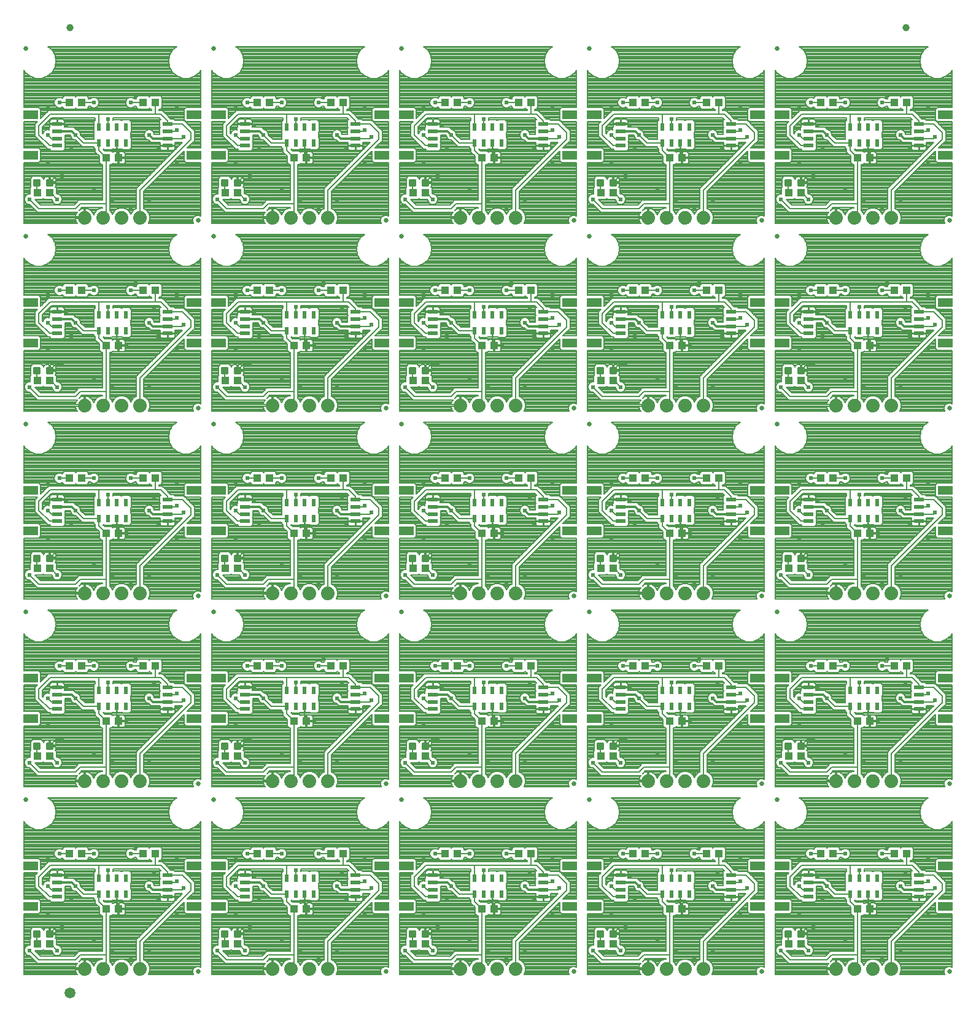
<source format=gtl>
G75*
%MOIN*%
%OFA0B0*%
%FSLAX25Y25*%
%IPPOS*%
%LPD*%
%AMOC8*
5,1,8,0,0,1.08239X$1,22.5*
%
%ADD10C,0.02500*%
%ADD11R,0.04331X0.03937*%
%ADD12R,0.07874X0.04724*%
%ADD13R,0.05315X0.02362*%
%ADD14C,0.07400*%
%ADD15C,0.01181*%
%ADD16R,0.02362X0.04331*%
%ADD17C,0.03937*%
%ADD18C,0.05906*%
%ADD19C,0.00800*%
%ADD20C,0.01200*%
%ADD21C,0.02381*%
D10*
X0041342Y0125750D03*
X0134842Y0134250D03*
X0143342Y0125750D03*
X0236842Y0134250D03*
X0245342Y0125750D03*
X0338842Y0134250D03*
X0347342Y0125750D03*
X0440842Y0134250D03*
X0449342Y0125750D03*
X0542842Y0134250D03*
X0449342Y0227750D03*
X0440842Y0236250D03*
X0347342Y0227750D03*
X0338842Y0236250D03*
X0347342Y0329750D03*
X0338842Y0338250D03*
X0245342Y0329750D03*
X0236842Y0338250D03*
X0143342Y0329750D03*
X0134842Y0338250D03*
X0041342Y0329750D03*
X0134842Y0236250D03*
X0143342Y0227750D03*
X0236842Y0236250D03*
X0245342Y0227750D03*
X0440842Y0338250D03*
X0449342Y0329750D03*
X0542842Y0338250D03*
X0542842Y0236250D03*
X0449342Y0431750D03*
X0440842Y0440250D03*
X0347342Y0431750D03*
X0338842Y0440250D03*
X0245342Y0431750D03*
X0236842Y0440250D03*
X0143342Y0431750D03*
X0134842Y0440250D03*
X0041342Y0431750D03*
X0041342Y0533750D03*
X0143342Y0533750D03*
X0245342Y0533750D03*
X0347342Y0533750D03*
X0449342Y0533750D03*
X0542842Y0440250D03*
X0542842Y0032250D03*
X0440842Y0032250D03*
X0338842Y0032250D03*
X0236842Y0032250D03*
X0134842Y0032250D03*
X0041342Y0227750D03*
D11*
X0047495Y0251250D03*
X0054188Y0251250D03*
X0084995Y0270250D03*
X0091688Y0270250D03*
X0104995Y0300250D03*
X0111688Y0300250D03*
X0071688Y0300250D03*
X0064995Y0300250D03*
X0054188Y0353250D03*
X0047495Y0353250D03*
X0084995Y0372250D03*
X0091688Y0372250D03*
X0104995Y0402250D03*
X0111688Y0402250D03*
X0071688Y0402250D03*
X0064995Y0402250D03*
X0054188Y0455250D03*
X0047495Y0455250D03*
X0084995Y0474250D03*
X0091688Y0474250D03*
X0104995Y0504250D03*
X0111688Y0504250D03*
X0071688Y0504250D03*
X0064995Y0504250D03*
X0149495Y0455250D03*
X0156188Y0455250D03*
X0186995Y0474250D03*
X0193688Y0474250D03*
X0206995Y0504250D03*
X0213688Y0504250D03*
X0173688Y0504250D03*
X0166995Y0504250D03*
X0251495Y0455250D03*
X0258188Y0455250D03*
X0288995Y0474250D03*
X0295688Y0474250D03*
X0308995Y0504250D03*
X0315688Y0504250D03*
X0275688Y0504250D03*
X0268995Y0504250D03*
X0353495Y0455250D03*
X0360188Y0455250D03*
X0390995Y0474250D03*
X0397688Y0474250D03*
X0410995Y0504250D03*
X0417688Y0504250D03*
X0377688Y0504250D03*
X0370995Y0504250D03*
X0455495Y0455250D03*
X0462188Y0455250D03*
X0492995Y0474250D03*
X0499688Y0474250D03*
X0512995Y0504250D03*
X0519688Y0504250D03*
X0479688Y0504250D03*
X0472995Y0504250D03*
X0472995Y0402250D03*
X0479688Y0402250D03*
X0492995Y0372250D03*
X0499688Y0372250D03*
X0512995Y0402250D03*
X0519688Y0402250D03*
X0462188Y0353250D03*
X0455495Y0353250D03*
X0417688Y0402250D03*
X0410995Y0402250D03*
X0397688Y0372250D03*
X0390995Y0372250D03*
X0377688Y0402250D03*
X0370995Y0402250D03*
X0360188Y0353250D03*
X0353495Y0353250D03*
X0315688Y0402250D03*
X0308995Y0402250D03*
X0295688Y0372250D03*
X0288995Y0372250D03*
X0275688Y0402250D03*
X0268995Y0402250D03*
X0258188Y0353250D03*
X0251495Y0353250D03*
X0213688Y0402250D03*
X0206995Y0402250D03*
X0193688Y0372250D03*
X0186995Y0372250D03*
X0156188Y0353250D03*
X0149495Y0353250D03*
X0166995Y0402250D03*
X0173688Y0402250D03*
X0173688Y0300250D03*
X0166995Y0300250D03*
X0186995Y0270250D03*
X0193688Y0270250D03*
X0206995Y0300250D03*
X0213688Y0300250D03*
X0251495Y0251250D03*
X0258188Y0251250D03*
X0288995Y0270250D03*
X0295688Y0270250D03*
X0308995Y0300250D03*
X0315688Y0300250D03*
X0275688Y0300250D03*
X0268995Y0300250D03*
X0353495Y0251250D03*
X0360188Y0251250D03*
X0390995Y0270250D03*
X0397688Y0270250D03*
X0410995Y0300250D03*
X0417688Y0300250D03*
X0377688Y0300250D03*
X0370995Y0300250D03*
X0455495Y0251250D03*
X0462188Y0251250D03*
X0492995Y0270250D03*
X0499688Y0270250D03*
X0512995Y0300250D03*
X0519688Y0300250D03*
X0479688Y0300250D03*
X0472995Y0300250D03*
X0472995Y0198250D03*
X0479688Y0198250D03*
X0492995Y0168250D03*
X0499688Y0168250D03*
X0512995Y0198250D03*
X0519688Y0198250D03*
X0462188Y0149250D03*
X0455495Y0149250D03*
X0417688Y0198250D03*
X0410995Y0198250D03*
X0397688Y0168250D03*
X0390995Y0168250D03*
X0377688Y0198250D03*
X0370995Y0198250D03*
X0360188Y0149250D03*
X0353495Y0149250D03*
X0315688Y0198250D03*
X0308995Y0198250D03*
X0295688Y0168250D03*
X0288995Y0168250D03*
X0275688Y0198250D03*
X0268995Y0198250D03*
X0258188Y0149250D03*
X0251495Y0149250D03*
X0213688Y0198250D03*
X0206995Y0198250D03*
X0193688Y0168250D03*
X0186995Y0168250D03*
X0156188Y0149250D03*
X0149495Y0149250D03*
X0166995Y0198250D03*
X0173688Y0198250D03*
X0156188Y0251250D03*
X0149495Y0251250D03*
X0111688Y0198250D03*
X0104995Y0198250D03*
X0091688Y0168250D03*
X0084995Y0168250D03*
X0071688Y0198250D03*
X0064995Y0198250D03*
X0054188Y0149250D03*
X0047495Y0149250D03*
X0064995Y0096250D03*
X0071688Y0096250D03*
X0084995Y0066250D03*
X0091688Y0066250D03*
X0104995Y0096250D03*
X0111688Y0096250D03*
X0166995Y0096250D03*
X0173688Y0096250D03*
X0186995Y0066250D03*
X0193688Y0066250D03*
X0206995Y0096250D03*
X0213688Y0096250D03*
X0251495Y0047250D03*
X0258188Y0047250D03*
X0288995Y0066250D03*
X0295688Y0066250D03*
X0308995Y0096250D03*
X0315688Y0096250D03*
X0275688Y0096250D03*
X0268995Y0096250D03*
X0353495Y0047250D03*
X0360188Y0047250D03*
X0390995Y0066250D03*
X0397688Y0066250D03*
X0410995Y0096250D03*
X0417688Y0096250D03*
X0377688Y0096250D03*
X0370995Y0096250D03*
X0455495Y0047250D03*
X0462188Y0047250D03*
X0492995Y0066250D03*
X0499688Y0066250D03*
X0512995Y0096250D03*
X0519688Y0096250D03*
X0479688Y0096250D03*
X0472995Y0096250D03*
X0156188Y0047250D03*
X0149495Y0047250D03*
X0054188Y0047250D03*
X0047495Y0047250D03*
D12*
X0043873Y0067726D03*
X0043873Y0089774D03*
X0043873Y0169726D03*
X0043873Y0191774D03*
X0043873Y0271726D03*
X0043873Y0293774D03*
X0043873Y0373726D03*
X0043873Y0395774D03*
X0043873Y0475726D03*
X0043873Y0497774D03*
X0132810Y0497774D03*
X0145873Y0497774D03*
X0145873Y0475726D03*
X0132810Y0475726D03*
X0132810Y0395774D03*
X0145873Y0395774D03*
X0145873Y0373726D03*
X0132810Y0373726D03*
X0132810Y0293774D03*
X0145873Y0293774D03*
X0145873Y0271726D03*
X0132810Y0271726D03*
X0132810Y0191774D03*
X0145873Y0191774D03*
X0145873Y0169726D03*
X0132810Y0169726D03*
X0132810Y0089774D03*
X0145873Y0089774D03*
X0145873Y0067726D03*
X0132810Y0067726D03*
X0234810Y0067726D03*
X0247873Y0067726D03*
X0247873Y0089774D03*
X0234810Y0089774D03*
X0234810Y0169726D03*
X0247873Y0169726D03*
X0247873Y0191774D03*
X0234810Y0191774D03*
X0234810Y0271726D03*
X0247873Y0271726D03*
X0247873Y0293774D03*
X0234810Y0293774D03*
X0234810Y0373726D03*
X0247873Y0373726D03*
X0247873Y0395774D03*
X0234810Y0395774D03*
X0234810Y0475726D03*
X0247873Y0475726D03*
X0247873Y0497774D03*
X0234810Y0497774D03*
X0336810Y0497774D03*
X0349873Y0497774D03*
X0349873Y0475726D03*
X0336810Y0475726D03*
X0336810Y0395774D03*
X0349873Y0395774D03*
X0349873Y0373726D03*
X0336810Y0373726D03*
X0336810Y0293774D03*
X0349873Y0293774D03*
X0349873Y0271726D03*
X0336810Y0271726D03*
X0336810Y0191774D03*
X0349873Y0191774D03*
X0349873Y0169726D03*
X0336810Y0169726D03*
X0336810Y0089774D03*
X0349873Y0089774D03*
X0349873Y0067726D03*
X0336810Y0067726D03*
X0438810Y0067726D03*
X0451873Y0067726D03*
X0451873Y0089774D03*
X0438810Y0089774D03*
X0438810Y0169726D03*
X0451873Y0169726D03*
X0451873Y0191774D03*
X0438810Y0191774D03*
X0438810Y0271726D03*
X0451873Y0271726D03*
X0451873Y0293774D03*
X0438810Y0293774D03*
X0438810Y0373726D03*
X0451873Y0373726D03*
X0451873Y0395774D03*
X0438810Y0395774D03*
X0438810Y0475726D03*
X0451873Y0475726D03*
X0451873Y0497774D03*
X0438810Y0497774D03*
X0540810Y0497774D03*
X0540810Y0475726D03*
X0540810Y0395774D03*
X0540810Y0373726D03*
X0540810Y0293774D03*
X0540810Y0271726D03*
X0540810Y0191774D03*
X0540810Y0169726D03*
X0540810Y0089774D03*
X0540810Y0067726D03*
D13*
X0526342Y0072844D03*
X0526342Y0076781D03*
X0526342Y0080719D03*
X0526342Y0084656D03*
X0466342Y0084656D03*
X0466342Y0080719D03*
X0466342Y0076781D03*
X0466342Y0072844D03*
X0424342Y0072844D03*
X0424342Y0076781D03*
X0424342Y0080719D03*
X0424342Y0084656D03*
X0364342Y0084656D03*
X0364342Y0080719D03*
X0364342Y0076781D03*
X0364342Y0072844D03*
X0322342Y0072844D03*
X0322342Y0076781D03*
X0322342Y0080719D03*
X0322342Y0084656D03*
X0262342Y0084656D03*
X0262342Y0080719D03*
X0262342Y0076781D03*
X0262342Y0072844D03*
X0220342Y0072844D03*
X0220342Y0076781D03*
X0220342Y0080719D03*
X0220342Y0084656D03*
X0160342Y0084656D03*
X0160342Y0080719D03*
X0160342Y0076781D03*
X0160342Y0072844D03*
X0118342Y0072844D03*
X0118342Y0076781D03*
X0118342Y0080719D03*
X0118342Y0084656D03*
X0058342Y0084656D03*
X0058342Y0080719D03*
X0058342Y0076781D03*
X0058342Y0072844D03*
X0058342Y0174844D03*
X0058342Y0178781D03*
X0058342Y0182719D03*
X0058342Y0186656D03*
X0118342Y0186656D03*
X0118342Y0182719D03*
X0118342Y0178781D03*
X0118342Y0174844D03*
X0160342Y0174844D03*
X0160342Y0178781D03*
X0160342Y0182719D03*
X0160342Y0186656D03*
X0220342Y0186656D03*
X0220342Y0182719D03*
X0220342Y0178781D03*
X0220342Y0174844D03*
X0262342Y0174844D03*
X0262342Y0178781D03*
X0262342Y0182719D03*
X0262342Y0186656D03*
X0322342Y0186656D03*
X0322342Y0182719D03*
X0322342Y0178781D03*
X0322342Y0174844D03*
X0364342Y0174844D03*
X0364342Y0178781D03*
X0364342Y0182719D03*
X0364342Y0186656D03*
X0424342Y0186656D03*
X0424342Y0182719D03*
X0424342Y0178781D03*
X0424342Y0174844D03*
X0466342Y0174844D03*
X0466342Y0178781D03*
X0466342Y0182719D03*
X0466342Y0186656D03*
X0526342Y0186656D03*
X0526342Y0182719D03*
X0526342Y0178781D03*
X0526342Y0174844D03*
X0526342Y0276844D03*
X0526342Y0280781D03*
X0526342Y0284719D03*
X0526342Y0288656D03*
X0466342Y0288656D03*
X0466342Y0284719D03*
X0466342Y0280781D03*
X0466342Y0276844D03*
X0424342Y0276844D03*
X0424342Y0280781D03*
X0424342Y0284719D03*
X0424342Y0288656D03*
X0364342Y0288656D03*
X0364342Y0284719D03*
X0364342Y0280781D03*
X0364342Y0276844D03*
X0322342Y0276844D03*
X0322342Y0280781D03*
X0322342Y0284719D03*
X0322342Y0288656D03*
X0262342Y0288656D03*
X0262342Y0284719D03*
X0262342Y0280781D03*
X0262342Y0276844D03*
X0220342Y0276844D03*
X0220342Y0280781D03*
X0220342Y0284719D03*
X0220342Y0288656D03*
X0160342Y0288656D03*
X0160342Y0284719D03*
X0160342Y0280781D03*
X0160342Y0276844D03*
X0118342Y0276844D03*
X0118342Y0280781D03*
X0118342Y0284719D03*
X0118342Y0288656D03*
X0058342Y0288656D03*
X0058342Y0284719D03*
X0058342Y0280781D03*
X0058342Y0276844D03*
X0058342Y0378844D03*
X0058342Y0382781D03*
X0058342Y0386719D03*
X0058342Y0390656D03*
X0118342Y0390656D03*
X0118342Y0386719D03*
X0118342Y0382781D03*
X0118342Y0378844D03*
X0160342Y0378844D03*
X0160342Y0382781D03*
X0160342Y0386719D03*
X0160342Y0390656D03*
X0220342Y0390656D03*
X0220342Y0386719D03*
X0220342Y0382781D03*
X0220342Y0378844D03*
X0262342Y0378844D03*
X0262342Y0382781D03*
X0262342Y0386719D03*
X0262342Y0390656D03*
X0322342Y0390656D03*
X0322342Y0386719D03*
X0322342Y0382781D03*
X0322342Y0378844D03*
X0364342Y0378844D03*
X0364342Y0382781D03*
X0364342Y0386719D03*
X0364342Y0390656D03*
X0424342Y0390656D03*
X0424342Y0386719D03*
X0424342Y0382781D03*
X0424342Y0378844D03*
X0466342Y0378844D03*
X0466342Y0382781D03*
X0466342Y0386719D03*
X0466342Y0390656D03*
X0526342Y0390656D03*
X0526342Y0386719D03*
X0526342Y0382781D03*
X0526342Y0378844D03*
X0526342Y0480844D03*
X0526342Y0484781D03*
X0526342Y0488719D03*
X0526342Y0492656D03*
X0466342Y0492656D03*
X0466342Y0488719D03*
X0466342Y0484781D03*
X0466342Y0480844D03*
X0424342Y0480844D03*
X0424342Y0484781D03*
X0424342Y0488719D03*
X0424342Y0492656D03*
X0364342Y0492656D03*
X0364342Y0488719D03*
X0364342Y0484781D03*
X0364342Y0480844D03*
X0322342Y0480844D03*
X0322342Y0484781D03*
X0322342Y0488719D03*
X0322342Y0492656D03*
X0262342Y0492656D03*
X0262342Y0488719D03*
X0262342Y0484781D03*
X0262342Y0480844D03*
X0220342Y0480844D03*
X0220342Y0484781D03*
X0220342Y0488719D03*
X0220342Y0492656D03*
X0160342Y0492656D03*
X0160342Y0488719D03*
X0160342Y0484781D03*
X0160342Y0480844D03*
X0118342Y0480844D03*
X0118342Y0484781D03*
X0118342Y0488719D03*
X0118342Y0492656D03*
X0058342Y0492656D03*
X0058342Y0488719D03*
X0058342Y0484781D03*
X0058342Y0480844D03*
D14*
X0073342Y0441750D03*
X0083342Y0441750D03*
X0093342Y0441750D03*
X0103342Y0441750D03*
X0175342Y0441750D03*
X0185342Y0441750D03*
X0195342Y0441750D03*
X0205342Y0441750D03*
X0277342Y0441750D03*
X0287342Y0441750D03*
X0297342Y0441750D03*
X0307342Y0441750D03*
X0379342Y0441750D03*
X0389342Y0441750D03*
X0399342Y0441750D03*
X0409342Y0441750D03*
X0481342Y0441750D03*
X0491342Y0441750D03*
X0501342Y0441750D03*
X0511342Y0441750D03*
X0511342Y0339750D03*
X0501342Y0339750D03*
X0491342Y0339750D03*
X0481342Y0339750D03*
X0409342Y0339750D03*
X0399342Y0339750D03*
X0389342Y0339750D03*
X0379342Y0339750D03*
X0307342Y0339750D03*
X0297342Y0339750D03*
X0287342Y0339750D03*
X0277342Y0339750D03*
X0205342Y0339750D03*
X0195342Y0339750D03*
X0185342Y0339750D03*
X0175342Y0339750D03*
X0103342Y0339750D03*
X0093342Y0339750D03*
X0083342Y0339750D03*
X0073342Y0339750D03*
X0073342Y0237750D03*
X0083342Y0237750D03*
X0093342Y0237750D03*
X0103342Y0237750D03*
X0175342Y0237750D03*
X0185342Y0237750D03*
X0195342Y0237750D03*
X0205342Y0237750D03*
X0277342Y0237750D03*
X0287342Y0237750D03*
X0297342Y0237750D03*
X0307342Y0237750D03*
X0379342Y0237750D03*
X0389342Y0237750D03*
X0399342Y0237750D03*
X0409342Y0237750D03*
X0481342Y0237750D03*
X0491342Y0237750D03*
X0501342Y0237750D03*
X0511342Y0237750D03*
X0511342Y0135750D03*
X0501342Y0135750D03*
X0491342Y0135750D03*
X0481342Y0135750D03*
X0409342Y0135750D03*
X0399342Y0135750D03*
X0389342Y0135750D03*
X0379342Y0135750D03*
X0307342Y0135750D03*
X0297342Y0135750D03*
X0287342Y0135750D03*
X0277342Y0135750D03*
X0205342Y0135750D03*
X0195342Y0135750D03*
X0185342Y0135750D03*
X0175342Y0135750D03*
X0103342Y0135750D03*
X0093342Y0135750D03*
X0083342Y0135750D03*
X0073342Y0135750D03*
X0073342Y0033750D03*
X0083342Y0033750D03*
X0093342Y0033750D03*
X0103342Y0033750D03*
X0175342Y0033750D03*
X0185342Y0033750D03*
X0195342Y0033750D03*
X0205342Y0033750D03*
X0277342Y0033750D03*
X0287342Y0033750D03*
X0297342Y0033750D03*
X0307342Y0033750D03*
X0379342Y0033750D03*
X0389342Y0033750D03*
X0399342Y0033750D03*
X0409342Y0033750D03*
X0481342Y0033750D03*
X0491342Y0033750D03*
X0501342Y0033750D03*
X0511342Y0033750D03*
D15*
X0460917Y0051372D02*
X0460917Y0054128D01*
X0463673Y0054128D01*
X0463673Y0051372D01*
X0460917Y0051372D01*
X0460917Y0052494D02*
X0463673Y0052494D01*
X0463673Y0053616D02*
X0460917Y0053616D01*
X0454011Y0054128D02*
X0454011Y0051372D01*
X0454011Y0054128D02*
X0456767Y0054128D01*
X0456767Y0051372D01*
X0454011Y0051372D01*
X0454011Y0052494D02*
X0456767Y0052494D01*
X0456767Y0053616D02*
X0454011Y0053616D01*
X0358917Y0054128D02*
X0358917Y0051372D01*
X0358917Y0054128D02*
X0361673Y0054128D01*
X0361673Y0051372D01*
X0358917Y0051372D01*
X0358917Y0052494D02*
X0361673Y0052494D01*
X0361673Y0053616D02*
X0358917Y0053616D01*
X0352011Y0054128D02*
X0352011Y0051372D01*
X0352011Y0054128D02*
X0354767Y0054128D01*
X0354767Y0051372D01*
X0352011Y0051372D01*
X0352011Y0052494D02*
X0354767Y0052494D01*
X0354767Y0053616D02*
X0352011Y0053616D01*
X0256917Y0054128D02*
X0256917Y0051372D01*
X0256917Y0054128D02*
X0259673Y0054128D01*
X0259673Y0051372D01*
X0256917Y0051372D01*
X0256917Y0052494D02*
X0259673Y0052494D01*
X0259673Y0053616D02*
X0256917Y0053616D01*
X0250011Y0054128D02*
X0250011Y0051372D01*
X0250011Y0054128D02*
X0252767Y0054128D01*
X0252767Y0051372D01*
X0250011Y0051372D01*
X0250011Y0052494D02*
X0252767Y0052494D01*
X0252767Y0053616D02*
X0250011Y0053616D01*
X0154917Y0054128D02*
X0154917Y0051372D01*
X0154917Y0054128D02*
X0157673Y0054128D01*
X0157673Y0051372D01*
X0154917Y0051372D01*
X0154917Y0052494D02*
X0157673Y0052494D01*
X0157673Y0053616D02*
X0154917Y0053616D01*
X0148011Y0054128D02*
X0148011Y0051372D01*
X0148011Y0054128D02*
X0150767Y0054128D01*
X0150767Y0051372D01*
X0148011Y0051372D01*
X0148011Y0052494D02*
X0150767Y0052494D01*
X0150767Y0053616D02*
X0148011Y0053616D01*
X0052917Y0054128D02*
X0052917Y0051372D01*
X0052917Y0054128D02*
X0055673Y0054128D01*
X0055673Y0051372D01*
X0052917Y0051372D01*
X0052917Y0052494D02*
X0055673Y0052494D01*
X0055673Y0053616D02*
X0052917Y0053616D01*
X0046011Y0054128D02*
X0046011Y0051372D01*
X0046011Y0054128D02*
X0048767Y0054128D01*
X0048767Y0051372D01*
X0046011Y0051372D01*
X0046011Y0052494D02*
X0048767Y0052494D01*
X0048767Y0053616D02*
X0046011Y0053616D01*
X0046011Y0153372D02*
X0046011Y0156128D01*
X0048767Y0156128D01*
X0048767Y0153372D01*
X0046011Y0153372D01*
X0046011Y0154494D02*
X0048767Y0154494D01*
X0048767Y0155616D02*
X0046011Y0155616D01*
X0052917Y0156128D02*
X0052917Y0153372D01*
X0052917Y0156128D02*
X0055673Y0156128D01*
X0055673Y0153372D01*
X0052917Y0153372D01*
X0052917Y0154494D02*
X0055673Y0154494D01*
X0055673Y0155616D02*
X0052917Y0155616D01*
X0148011Y0156128D02*
X0148011Y0153372D01*
X0148011Y0156128D02*
X0150767Y0156128D01*
X0150767Y0153372D01*
X0148011Y0153372D01*
X0148011Y0154494D02*
X0150767Y0154494D01*
X0150767Y0155616D02*
X0148011Y0155616D01*
X0154917Y0156128D02*
X0154917Y0153372D01*
X0154917Y0156128D02*
X0157673Y0156128D01*
X0157673Y0153372D01*
X0154917Y0153372D01*
X0154917Y0154494D02*
X0157673Y0154494D01*
X0157673Y0155616D02*
X0154917Y0155616D01*
X0250011Y0156128D02*
X0250011Y0153372D01*
X0250011Y0156128D02*
X0252767Y0156128D01*
X0252767Y0153372D01*
X0250011Y0153372D01*
X0250011Y0154494D02*
X0252767Y0154494D01*
X0252767Y0155616D02*
X0250011Y0155616D01*
X0256917Y0156128D02*
X0256917Y0153372D01*
X0256917Y0156128D02*
X0259673Y0156128D01*
X0259673Y0153372D01*
X0256917Y0153372D01*
X0256917Y0154494D02*
X0259673Y0154494D01*
X0259673Y0155616D02*
X0256917Y0155616D01*
X0352011Y0156128D02*
X0352011Y0153372D01*
X0352011Y0156128D02*
X0354767Y0156128D01*
X0354767Y0153372D01*
X0352011Y0153372D01*
X0352011Y0154494D02*
X0354767Y0154494D01*
X0354767Y0155616D02*
X0352011Y0155616D01*
X0358917Y0156128D02*
X0358917Y0153372D01*
X0358917Y0156128D02*
X0361673Y0156128D01*
X0361673Y0153372D01*
X0358917Y0153372D01*
X0358917Y0154494D02*
X0361673Y0154494D01*
X0361673Y0155616D02*
X0358917Y0155616D01*
X0454011Y0156128D02*
X0454011Y0153372D01*
X0454011Y0156128D02*
X0456767Y0156128D01*
X0456767Y0153372D01*
X0454011Y0153372D01*
X0454011Y0154494D02*
X0456767Y0154494D01*
X0456767Y0155616D02*
X0454011Y0155616D01*
X0460917Y0156128D02*
X0460917Y0153372D01*
X0460917Y0156128D02*
X0463673Y0156128D01*
X0463673Y0153372D01*
X0460917Y0153372D01*
X0460917Y0154494D02*
X0463673Y0154494D01*
X0463673Y0155616D02*
X0460917Y0155616D01*
X0460917Y0255372D02*
X0460917Y0258128D01*
X0463673Y0258128D01*
X0463673Y0255372D01*
X0460917Y0255372D01*
X0460917Y0256494D02*
X0463673Y0256494D01*
X0463673Y0257616D02*
X0460917Y0257616D01*
X0454011Y0258128D02*
X0454011Y0255372D01*
X0454011Y0258128D02*
X0456767Y0258128D01*
X0456767Y0255372D01*
X0454011Y0255372D01*
X0454011Y0256494D02*
X0456767Y0256494D01*
X0456767Y0257616D02*
X0454011Y0257616D01*
X0358917Y0258128D02*
X0358917Y0255372D01*
X0358917Y0258128D02*
X0361673Y0258128D01*
X0361673Y0255372D01*
X0358917Y0255372D01*
X0358917Y0256494D02*
X0361673Y0256494D01*
X0361673Y0257616D02*
X0358917Y0257616D01*
X0352011Y0258128D02*
X0352011Y0255372D01*
X0352011Y0258128D02*
X0354767Y0258128D01*
X0354767Y0255372D01*
X0352011Y0255372D01*
X0352011Y0256494D02*
X0354767Y0256494D01*
X0354767Y0257616D02*
X0352011Y0257616D01*
X0256917Y0258128D02*
X0256917Y0255372D01*
X0256917Y0258128D02*
X0259673Y0258128D01*
X0259673Y0255372D01*
X0256917Y0255372D01*
X0256917Y0256494D02*
X0259673Y0256494D01*
X0259673Y0257616D02*
X0256917Y0257616D01*
X0250011Y0258128D02*
X0250011Y0255372D01*
X0250011Y0258128D02*
X0252767Y0258128D01*
X0252767Y0255372D01*
X0250011Y0255372D01*
X0250011Y0256494D02*
X0252767Y0256494D01*
X0252767Y0257616D02*
X0250011Y0257616D01*
X0154917Y0258128D02*
X0154917Y0255372D01*
X0154917Y0258128D02*
X0157673Y0258128D01*
X0157673Y0255372D01*
X0154917Y0255372D01*
X0154917Y0256494D02*
X0157673Y0256494D01*
X0157673Y0257616D02*
X0154917Y0257616D01*
X0148011Y0258128D02*
X0148011Y0255372D01*
X0148011Y0258128D02*
X0150767Y0258128D01*
X0150767Y0255372D01*
X0148011Y0255372D01*
X0148011Y0256494D02*
X0150767Y0256494D01*
X0150767Y0257616D02*
X0148011Y0257616D01*
X0052917Y0258128D02*
X0052917Y0255372D01*
X0052917Y0258128D02*
X0055673Y0258128D01*
X0055673Y0255372D01*
X0052917Y0255372D01*
X0052917Y0256494D02*
X0055673Y0256494D01*
X0055673Y0257616D02*
X0052917Y0257616D01*
X0046011Y0258128D02*
X0046011Y0255372D01*
X0046011Y0258128D02*
X0048767Y0258128D01*
X0048767Y0255372D01*
X0046011Y0255372D01*
X0046011Y0256494D02*
X0048767Y0256494D01*
X0048767Y0257616D02*
X0046011Y0257616D01*
X0046011Y0357372D02*
X0046011Y0360128D01*
X0048767Y0360128D01*
X0048767Y0357372D01*
X0046011Y0357372D01*
X0046011Y0358494D02*
X0048767Y0358494D01*
X0048767Y0359616D02*
X0046011Y0359616D01*
X0052917Y0360128D02*
X0052917Y0357372D01*
X0052917Y0360128D02*
X0055673Y0360128D01*
X0055673Y0357372D01*
X0052917Y0357372D01*
X0052917Y0358494D02*
X0055673Y0358494D01*
X0055673Y0359616D02*
X0052917Y0359616D01*
X0148011Y0360128D02*
X0148011Y0357372D01*
X0148011Y0360128D02*
X0150767Y0360128D01*
X0150767Y0357372D01*
X0148011Y0357372D01*
X0148011Y0358494D02*
X0150767Y0358494D01*
X0150767Y0359616D02*
X0148011Y0359616D01*
X0154917Y0360128D02*
X0154917Y0357372D01*
X0154917Y0360128D02*
X0157673Y0360128D01*
X0157673Y0357372D01*
X0154917Y0357372D01*
X0154917Y0358494D02*
X0157673Y0358494D01*
X0157673Y0359616D02*
X0154917Y0359616D01*
X0250011Y0360128D02*
X0250011Y0357372D01*
X0250011Y0360128D02*
X0252767Y0360128D01*
X0252767Y0357372D01*
X0250011Y0357372D01*
X0250011Y0358494D02*
X0252767Y0358494D01*
X0252767Y0359616D02*
X0250011Y0359616D01*
X0256917Y0360128D02*
X0256917Y0357372D01*
X0256917Y0360128D02*
X0259673Y0360128D01*
X0259673Y0357372D01*
X0256917Y0357372D01*
X0256917Y0358494D02*
X0259673Y0358494D01*
X0259673Y0359616D02*
X0256917Y0359616D01*
X0352011Y0360128D02*
X0352011Y0357372D01*
X0352011Y0360128D02*
X0354767Y0360128D01*
X0354767Y0357372D01*
X0352011Y0357372D01*
X0352011Y0358494D02*
X0354767Y0358494D01*
X0354767Y0359616D02*
X0352011Y0359616D01*
X0358917Y0360128D02*
X0358917Y0357372D01*
X0358917Y0360128D02*
X0361673Y0360128D01*
X0361673Y0357372D01*
X0358917Y0357372D01*
X0358917Y0358494D02*
X0361673Y0358494D01*
X0361673Y0359616D02*
X0358917Y0359616D01*
X0454011Y0360128D02*
X0454011Y0357372D01*
X0454011Y0360128D02*
X0456767Y0360128D01*
X0456767Y0357372D01*
X0454011Y0357372D01*
X0454011Y0358494D02*
X0456767Y0358494D01*
X0456767Y0359616D02*
X0454011Y0359616D01*
X0460917Y0360128D02*
X0460917Y0357372D01*
X0460917Y0360128D02*
X0463673Y0360128D01*
X0463673Y0357372D01*
X0460917Y0357372D01*
X0460917Y0358494D02*
X0463673Y0358494D01*
X0463673Y0359616D02*
X0460917Y0359616D01*
X0460917Y0459372D02*
X0460917Y0462128D01*
X0463673Y0462128D01*
X0463673Y0459372D01*
X0460917Y0459372D01*
X0460917Y0460494D02*
X0463673Y0460494D01*
X0463673Y0461616D02*
X0460917Y0461616D01*
X0454011Y0462128D02*
X0454011Y0459372D01*
X0454011Y0462128D02*
X0456767Y0462128D01*
X0456767Y0459372D01*
X0454011Y0459372D01*
X0454011Y0460494D02*
X0456767Y0460494D01*
X0456767Y0461616D02*
X0454011Y0461616D01*
X0358917Y0462128D02*
X0358917Y0459372D01*
X0358917Y0462128D02*
X0361673Y0462128D01*
X0361673Y0459372D01*
X0358917Y0459372D01*
X0358917Y0460494D02*
X0361673Y0460494D01*
X0361673Y0461616D02*
X0358917Y0461616D01*
X0352011Y0462128D02*
X0352011Y0459372D01*
X0352011Y0462128D02*
X0354767Y0462128D01*
X0354767Y0459372D01*
X0352011Y0459372D01*
X0352011Y0460494D02*
X0354767Y0460494D01*
X0354767Y0461616D02*
X0352011Y0461616D01*
X0256917Y0462128D02*
X0256917Y0459372D01*
X0256917Y0462128D02*
X0259673Y0462128D01*
X0259673Y0459372D01*
X0256917Y0459372D01*
X0256917Y0460494D02*
X0259673Y0460494D01*
X0259673Y0461616D02*
X0256917Y0461616D01*
X0250011Y0462128D02*
X0250011Y0459372D01*
X0250011Y0462128D02*
X0252767Y0462128D01*
X0252767Y0459372D01*
X0250011Y0459372D01*
X0250011Y0460494D02*
X0252767Y0460494D01*
X0252767Y0461616D02*
X0250011Y0461616D01*
X0154917Y0462128D02*
X0154917Y0459372D01*
X0154917Y0462128D02*
X0157673Y0462128D01*
X0157673Y0459372D01*
X0154917Y0459372D01*
X0154917Y0460494D02*
X0157673Y0460494D01*
X0157673Y0461616D02*
X0154917Y0461616D01*
X0148011Y0462128D02*
X0148011Y0459372D01*
X0148011Y0462128D02*
X0150767Y0462128D01*
X0150767Y0459372D01*
X0148011Y0459372D01*
X0148011Y0460494D02*
X0150767Y0460494D01*
X0150767Y0461616D02*
X0148011Y0461616D01*
X0052917Y0462128D02*
X0052917Y0459372D01*
X0052917Y0462128D02*
X0055673Y0462128D01*
X0055673Y0459372D01*
X0052917Y0459372D01*
X0052917Y0460494D02*
X0055673Y0460494D01*
X0055673Y0461616D02*
X0052917Y0461616D01*
X0046011Y0462128D02*
X0046011Y0459372D01*
X0046011Y0462128D02*
X0048767Y0462128D01*
X0048767Y0459372D01*
X0046011Y0459372D01*
X0046011Y0460494D02*
X0048767Y0460494D01*
X0048767Y0461616D02*
X0046011Y0461616D01*
D16*
X0080960Y0482419D03*
X0085881Y0482419D03*
X0090802Y0482419D03*
X0095724Y0482419D03*
X0095724Y0491081D03*
X0090802Y0491081D03*
X0085881Y0491081D03*
X0080960Y0491081D03*
X0182960Y0491081D03*
X0187881Y0491081D03*
X0192802Y0491081D03*
X0197724Y0491081D03*
X0197724Y0482419D03*
X0192802Y0482419D03*
X0187881Y0482419D03*
X0182960Y0482419D03*
X0182960Y0389081D03*
X0187881Y0389081D03*
X0192802Y0389081D03*
X0197724Y0389081D03*
X0197724Y0380419D03*
X0192802Y0380419D03*
X0187881Y0380419D03*
X0182960Y0380419D03*
X0095724Y0380419D03*
X0090802Y0380419D03*
X0085881Y0380419D03*
X0080960Y0380419D03*
X0080960Y0389081D03*
X0085881Y0389081D03*
X0090802Y0389081D03*
X0095724Y0389081D03*
X0095724Y0287081D03*
X0090802Y0287081D03*
X0085881Y0287081D03*
X0080960Y0287081D03*
X0080960Y0278419D03*
X0085881Y0278419D03*
X0090802Y0278419D03*
X0095724Y0278419D03*
X0182960Y0278419D03*
X0187881Y0278419D03*
X0192802Y0278419D03*
X0197724Y0278419D03*
X0197724Y0287081D03*
X0192802Y0287081D03*
X0187881Y0287081D03*
X0182960Y0287081D03*
X0284960Y0287081D03*
X0289881Y0287081D03*
X0294802Y0287081D03*
X0299724Y0287081D03*
X0299724Y0278419D03*
X0294802Y0278419D03*
X0289881Y0278419D03*
X0284960Y0278419D03*
X0284960Y0185081D03*
X0289881Y0185081D03*
X0294802Y0185081D03*
X0299724Y0185081D03*
X0299724Y0176419D03*
X0294802Y0176419D03*
X0289881Y0176419D03*
X0284960Y0176419D03*
X0197724Y0176419D03*
X0192802Y0176419D03*
X0187881Y0176419D03*
X0182960Y0176419D03*
X0182960Y0185081D03*
X0187881Y0185081D03*
X0192802Y0185081D03*
X0197724Y0185081D03*
X0095724Y0185081D03*
X0090802Y0185081D03*
X0085881Y0185081D03*
X0080960Y0185081D03*
X0080960Y0176419D03*
X0085881Y0176419D03*
X0090802Y0176419D03*
X0095724Y0176419D03*
X0095724Y0083081D03*
X0090802Y0083081D03*
X0085881Y0083081D03*
X0080960Y0083081D03*
X0080960Y0074419D03*
X0085881Y0074419D03*
X0090802Y0074419D03*
X0095724Y0074419D03*
X0182960Y0074419D03*
X0187881Y0074419D03*
X0192802Y0074419D03*
X0197724Y0074419D03*
X0197724Y0083081D03*
X0192802Y0083081D03*
X0187881Y0083081D03*
X0182960Y0083081D03*
X0284960Y0083081D03*
X0289881Y0083081D03*
X0294802Y0083081D03*
X0299724Y0083081D03*
X0299724Y0074419D03*
X0294802Y0074419D03*
X0289881Y0074419D03*
X0284960Y0074419D03*
X0386960Y0074419D03*
X0391881Y0074419D03*
X0396802Y0074419D03*
X0401724Y0074419D03*
X0401724Y0083081D03*
X0396802Y0083081D03*
X0391881Y0083081D03*
X0386960Y0083081D03*
X0386960Y0176419D03*
X0391881Y0176419D03*
X0396802Y0176419D03*
X0401724Y0176419D03*
X0401724Y0185081D03*
X0396802Y0185081D03*
X0391881Y0185081D03*
X0386960Y0185081D03*
X0386960Y0278419D03*
X0391881Y0278419D03*
X0396802Y0278419D03*
X0401724Y0278419D03*
X0401724Y0287081D03*
X0396802Y0287081D03*
X0391881Y0287081D03*
X0386960Y0287081D03*
X0386960Y0380419D03*
X0391881Y0380419D03*
X0396802Y0380419D03*
X0401724Y0380419D03*
X0401724Y0389081D03*
X0396802Y0389081D03*
X0391881Y0389081D03*
X0386960Y0389081D03*
X0299724Y0389081D03*
X0294802Y0389081D03*
X0289881Y0389081D03*
X0284960Y0389081D03*
X0284960Y0380419D03*
X0289881Y0380419D03*
X0294802Y0380419D03*
X0299724Y0380419D03*
X0299724Y0482419D03*
X0294802Y0482419D03*
X0289881Y0482419D03*
X0284960Y0482419D03*
X0284960Y0491081D03*
X0289881Y0491081D03*
X0294802Y0491081D03*
X0299724Y0491081D03*
X0386960Y0491081D03*
X0391881Y0491081D03*
X0396802Y0491081D03*
X0401724Y0491081D03*
X0401724Y0482419D03*
X0396802Y0482419D03*
X0391881Y0482419D03*
X0386960Y0482419D03*
X0488960Y0482419D03*
X0493881Y0482419D03*
X0498802Y0482419D03*
X0503724Y0482419D03*
X0503724Y0491081D03*
X0498802Y0491081D03*
X0493881Y0491081D03*
X0488960Y0491081D03*
X0488960Y0389081D03*
X0493881Y0389081D03*
X0498802Y0389081D03*
X0503724Y0389081D03*
X0503724Y0380419D03*
X0498802Y0380419D03*
X0493881Y0380419D03*
X0488960Y0380419D03*
X0488960Y0287081D03*
X0493881Y0287081D03*
X0498802Y0287081D03*
X0503724Y0287081D03*
X0503724Y0278419D03*
X0498802Y0278419D03*
X0493881Y0278419D03*
X0488960Y0278419D03*
X0488960Y0185081D03*
X0493881Y0185081D03*
X0498802Y0185081D03*
X0503724Y0185081D03*
X0503724Y0176419D03*
X0498802Y0176419D03*
X0493881Y0176419D03*
X0488960Y0176419D03*
X0488960Y0083081D03*
X0493881Y0083081D03*
X0498802Y0083081D03*
X0503724Y0083081D03*
X0503724Y0074419D03*
X0498802Y0074419D03*
X0493881Y0074419D03*
X0488960Y0074419D03*
D17*
X0519342Y0545000D03*
X0065342Y0545000D03*
D18*
X0065342Y0020500D03*
D19*
X0040342Y0030750D02*
X0040342Y0063764D01*
X0048473Y0063764D01*
X0049410Y0064701D01*
X0049410Y0070751D01*
X0048473Y0071689D01*
X0040342Y0071689D01*
X0040342Y0085811D01*
X0047575Y0085811D01*
X0046342Y0084578D01*
X0046342Y0082922D01*
X0046342Y0077922D01*
X0047513Y0076750D01*
X0053419Y0070844D01*
X0054240Y0070844D01*
X0055022Y0070063D01*
X0061662Y0070063D01*
X0062599Y0071001D01*
X0062599Y0074688D01*
X0062475Y0074813D01*
X0062599Y0074938D01*
X0062599Y0078519D01*
X0065462Y0078519D01*
X0065551Y0078429D01*
X0065551Y0078195D01*
X0065976Y0077169D01*
X0066761Y0076384D01*
X0067787Y0075959D01*
X0068304Y0075959D01*
X0070673Y0073591D01*
X0071844Y0072419D01*
X0078179Y0072419D01*
X0078179Y0071591D01*
X0078960Y0070810D01*
X0078960Y0069457D01*
X0080131Y0068285D01*
X0080131Y0068285D01*
X0081230Y0067187D01*
X0081230Y0063619D01*
X0082167Y0062681D01*
X0082995Y0062681D01*
X0082995Y0043250D01*
X0070013Y0043250D01*
X0068842Y0042078D01*
X0067513Y0040750D01*
X0049170Y0040750D01*
X0046239Y0043681D01*
X0050323Y0043681D01*
X0050842Y0044200D01*
X0051360Y0043681D01*
X0055551Y0043681D01*
X0055551Y0043195D01*
X0055976Y0042169D01*
X0056761Y0041384D01*
X0057787Y0040959D01*
X0058897Y0040959D01*
X0059923Y0041384D01*
X0060708Y0042169D01*
X0061132Y0043195D01*
X0061132Y0044305D01*
X0060708Y0045331D01*
X0059923Y0046116D01*
X0058897Y0046541D01*
X0058380Y0046541D01*
X0057954Y0046967D01*
X0057954Y0049881D01*
X0057419Y0050416D01*
X0057527Y0050604D01*
X0057663Y0051110D01*
X0057663Y0052350D01*
X0054695Y0052350D01*
X0054695Y0053150D01*
X0057663Y0053150D01*
X0057663Y0054390D01*
X0057527Y0054896D01*
X0057265Y0055350D01*
X0056895Y0055721D01*
X0056441Y0055983D01*
X0055935Y0056118D01*
X0054695Y0056118D01*
X0054695Y0053150D01*
X0053895Y0053150D01*
X0053895Y0056118D01*
X0052655Y0056118D01*
X0052148Y0055983D01*
X0051694Y0055721D01*
X0051324Y0055350D01*
X0051062Y0054896D01*
X0050958Y0054507D01*
X0050958Y0055035D01*
X0049674Y0056318D01*
X0045104Y0056318D01*
X0043821Y0055035D01*
X0043821Y0050465D01*
X0044067Y0050218D01*
X0043730Y0049881D01*
X0043730Y0046541D01*
X0042787Y0046541D01*
X0041761Y0046116D01*
X0040976Y0045331D01*
X0040551Y0044305D01*
X0040551Y0043195D01*
X0040976Y0042169D01*
X0041761Y0041384D01*
X0042787Y0040959D01*
X0043304Y0040959D01*
X0046342Y0037922D01*
X0047513Y0036750D01*
X0069170Y0036750D01*
X0069343Y0036923D01*
X0068980Y0036423D01*
X0068615Y0035708D01*
X0068367Y0034944D01*
X0068242Y0034151D01*
X0068242Y0034150D01*
X0072942Y0034150D01*
X0072942Y0038850D01*
X0072940Y0038850D01*
X0072148Y0038724D01*
X0071384Y0038476D01*
X0070669Y0038112D01*
X0070169Y0037749D01*
X0071670Y0039250D01*
X0082995Y0039250D01*
X0082995Y0039050D01*
X0082288Y0039050D01*
X0080340Y0038243D01*
X0078849Y0036752D01*
X0078221Y0035237D01*
X0078068Y0035708D01*
X0077704Y0036423D01*
X0077232Y0037072D01*
X0076664Y0037640D01*
X0076015Y0038112D01*
X0075300Y0038476D01*
X0074536Y0038724D01*
X0073743Y0038850D01*
X0073742Y0038850D01*
X0073742Y0034150D01*
X0072942Y0034150D01*
X0072942Y0033350D01*
X0068242Y0033350D01*
X0068242Y0033349D01*
X0068367Y0032556D01*
X0068615Y0031792D01*
X0068980Y0031077D01*
X0069218Y0030750D01*
X0040342Y0030750D01*
X0040342Y0031146D02*
X0068945Y0031146D01*
X0068566Y0031944D02*
X0040342Y0031944D01*
X0040342Y0032743D02*
X0068338Y0032743D01*
X0068272Y0034340D02*
X0040342Y0034340D01*
X0040342Y0035138D02*
X0068430Y0035138D01*
X0068732Y0035937D02*
X0040342Y0035937D01*
X0040342Y0036735D02*
X0069207Y0036735D01*
X0068342Y0038750D02*
X0070842Y0041250D01*
X0084995Y0041250D01*
X0084995Y0066250D01*
X0080960Y0070285D01*
X0080960Y0074419D01*
X0072673Y0074419D01*
X0068342Y0078750D01*
X0071132Y0078788D02*
X0071132Y0079305D01*
X0070708Y0080331D01*
X0069923Y0081116D01*
X0068897Y0081541D01*
X0068663Y0081541D01*
X0067285Y0082918D01*
X0062295Y0082918D01*
X0062304Y0082934D01*
X0062399Y0083290D01*
X0062399Y0084465D01*
X0058532Y0084465D01*
X0058532Y0084846D01*
X0058151Y0084846D01*
X0058151Y0084465D01*
X0054284Y0084465D01*
X0054284Y0083290D01*
X0054380Y0082934D01*
X0054408Y0082886D01*
X0054084Y0082562D01*
X0054084Y0081463D01*
X0053897Y0081541D01*
X0052787Y0081541D01*
X0051761Y0081116D01*
X0050976Y0080331D01*
X0050570Y0079350D01*
X0050342Y0079578D01*
X0050342Y0082922D01*
X0055420Y0088000D01*
X0078960Y0088000D01*
X0078960Y0086690D01*
X0078179Y0085909D01*
X0078179Y0080253D01*
X0078242Y0080190D01*
X0078242Y0077310D01*
X0078179Y0077247D01*
X0078179Y0076419D01*
X0073501Y0076419D01*
X0071132Y0078788D01*
X0071132Y0079056D02*
X0078242Y0079056D01*
X0078242Y0078258D02*
X0071663Y0078258D01*
X0072461Y0077459D02*
X0078242Y0077459D01*
X0078179Y0076661D02*
X0073260Y0076661D01*
X0070905Y0079855D02*
X0078242Y0079855D01*
X0078179Y0080653D02*
X0070385Y0080653D01*
X0069111Y0081452D02*
X0078179Y0081452D01*
X0078179Y0082250D02*
X0067953Y0082250D01*
X0065551Y0078258D02*
X0062599Y0078258D01*
X0062599Y0077459D02*
X0065856Y0077459D01*
X0066485Y0076661D02*
X0062599Y0076661D01*
X0062599Y0075862D02*
X0068401Y0075862D01*
X0069200Y0075064D02*
X0062599Y0075064D01*
X0062599Y0074265D02*
X0069998Y0074265D01*
X0070797Y0073467D02*
X0062599Y0073467D01*
X0062599Y0072668D02*
X0071595Y0072668D01*
X0078179Y0071870D02*
X0062599Y0071870D01*
X0062599Y0071071D02*
X0078699Y0071071D01*
X0078960Y0070273D02*
X0061871Y0070273D01*
X0058342Y0072844D02*
X0054247Y0072844D01*
X0048342Y0078750D01*
X0048342Y0083750D01*
X0054592Y0090000D01*
X0080842Y0090000D01*
X0080960Y0089882D01*
X0080960Y0083081D01*
X0078179Y0083049D02*
X0062335Y0083049D01*
X0062399Y0083847D02*
X0078179Y0083847D01*
X0078179Y0084646D02*
X0058532Y0084646D01*
X0058342Y0084656D02*
X0062436Y0084656D01*
X0063342Y0083750D01*
X0062399Y0084846D02*
X0062399Y0086021D01*
X0062304Y0086377D01*
X0062120Y0086696D01*
X0061859Y0086957D01*
X0061540Y0087141D01*
X0061184Y0087237D01*
X0058532Y0087237D01*
X0058532Y0084846D01*
X0062399Y0084846D01*
X0062399Y0085444D02*
X0078179Y0085444D01*
X0078513Y0086243D02*
X0062340Y0086243D01*
X0061713Y0087041D02*
X0078960Y0087041D01*
X0078960Y0087840D02*
X0055260Y0087840D01*
X0055500Y0087237D02*
X0055144Y0087141D01*
X0054825Y0086957D01*
X0054564Y0086696D01*
X0054380Y0086377D01*
X0054284Y0086021D01*
X0054284Y0084846D01*
X0058151Y0084846D01*
X0058151Y0087237D01*
X0055500Y0087237D01*
X0054971Y0087041D02*
X0054462Y0087041D01*
X0054344Y0086243D02*
X0053663Y0086243D01*
X0054284Y0085444D02*
X0052865Y0085444D01*
X0052066Y0084646D02*
X0058151Y0084646D01*
X0058151Y0085444D02*
X0058532Y0085444D01*
X0058532Y0086243D02*
X0058151Y0086243D01*
X0058151Y0087041D02*
X0058532Y0087041D01*
X0054284Y0083847D02*
X0051268Y0083847D01*
X0050469Y0083049D02*
X0054349Y0083049D01*
X0054084Y0082250D02*
X0050342Y0082250D01*
X0050342Y0081452D02*
X0052572Y0081452D01*
X0051299Y0080653D02*
X0050342Y0080653D01*
X0050342Y0079855D02*
X0050779Y0079855D01*
X0053342Y0078750D02*
X0055310Y0076781D01*
X0058342Y0076781D01*
X0054812Y0070273D02*
X0049410Y0070273D01*
X0049410Y0069474D02*
X0078960Y0069474D01*
X0079741Y0068676D02*
X0049410Y0068676D01*
X0049410Y0067877D02*
X0080540Y0067877D01*
X0081230Y0067079D02*
X0049410Y0067079D01*
X0049410Y0066280D02*
X0081230Y0066280D01*
X0081230Y0065482D02*
X0049410Y0065482D01*
X0049392Y0064683D02*
X0081230Y0064683D01*
X0081230Y0063884D02*
X0048593Y0063884D01*
X0049091Y0071071D02*
X0053192Y0071071D01*
X0052394Y0071870D02*
X0040342Y0071870D01*
X0040342Y0072668D02*
X0051595Y0072668D01*
X0050797Y0073467D02*
X0040342Y0073467D01*
X0040342Y0074265D02*
X0049998Y0074265D01*
X0049200Y0075064D02*
X0040342Y0075064D01*
X0040342Y0075862D02*
X0048401Y0075862D01*
X0047603Y0076661D02*
X0040342Y0076661D01*
X0040342Y0077459D02*
X0046804Y0077459D01*
X0046342Y0078258D02*
X0040342Y0078258D01*
X0040342Y0079056D02*
X0046342Y0079056D01*
X0046342Y0079855D02*
X0040342Y0079855D01*
X0040342Y0080653D02*
X0046342Y0080653D01*
X0046342Y0081452D02*
X0040342Y0081452D01*
X0040342Y0082250D02*
X0046342Y0082250D01*
X0046342Y0083049D02*
X0040342Y0083049D01*
X0040342Y0083847D02*
X0046342Y0083847D01*
X0046409Y0084646D02*
X0040342Y0084646D01*
X0040342Y0085444D02*
X0047208Y0085444D01*
X0049410Y0087647D02*
X0049410Y0092799D01*
X0048473Y0093736D01*
X0040342Y0093736D01*
X0040342Y0114006D01*
X0041108Y0112680D01*
X0043620Y0110572D01*
X0046702Y0109450D01*
X0049982Y0109450D01*
X0053064Y0110572D01*
X0055576Y0112680D01*
X0057216Y0115520D01*
X0057216Y0115520D01*
X0057785Y0118750D01*
X0057216Y0121980D01*
X0055576Y0124820D01*
X0055576Y0124820D01*
X0053276Y0126750D01*
X0123408Y0126750D01*
X0121108Y0124820D01*
X0119468Y0121980D01*
X0119468Y0121980D01*
X0118898Y0118750D01*
X0119468Y0115520D01*
X0121108Y0112680D01*
X0123620Y0110572D01*
X0126702Y0109450D01*
X0129982Y0109450D01*
X0133064Y0110572D01*
X0135576Y0112680D01*
X0136342Y0114006D01*
X0136342Y0093736D01*
X0128211Y0093736D01*
X0127273Y0092799D01*
X0127273Y0086749D01*
X0128211Y0085811D01*
X0136342Y0085811D01*
X0136342Y0071689D01*
X0129109Y0071689D01*
X0131670Y0074250D01*
X0132842Y0075422D01*
X0132842Y0080828D01*
X0128186Y0085484D01*
X0127015Y0086655D01*
X0122443Y0086655D01*
X0121662Y0087437D01*
X0119984Y0087437D01*
X0116592Y0090828D01*
X0115420Y0092000D01*
X0113688Y0092000D01*
X0113688Y0092681D01*
X0114516Y0092681D01*
X0115454Y0093619D01*
X0115454Y0098881D01*
X0114516Y0099818D01*
X0108860Y0099818D01*
X0108342Y0099300D01*
X0107823Y0099818D01*
X0102167Y0099818D01*
X0101230Y0098881D01*
X0101230Y0098250D01*
X0100288Y0098250D01*
X0099923Y0098616D01*
X0098897Y0099041D01*
X0097787Y0099041D01*
X0096761Y0098616D01*
X0095976Y0097831D01*
X0095551Y0096805D01*
X0095551Y0095695D01*
X0095976Y0094669D01*
X0096761Y0093884D01*
X0097787Y0093459D01*
X0098897Y0093459D01*
X0099923Y0093884D01*
X0100288Y0094250D01*
X0101230Y0094250D01*
X0101230Y0093619D01*
X0102167Y0092681D01*
X0107823Y0092681D01*
X0108342Y0093200D01*
X0108860Y0092681D01*
X0109688Y0092681D01*
X0109688Y0092000D01*
X0053763Y0092000D01*
X0049410Y0087647D01*
X0049410Y0087840D02*
X0049603Y0087840D01*
X0049410Y0088638D02*
X0050402Y0088638D01*
X0051200Y0089437D02*
X0049410Y0089437D01*
X0049410Y0090235D02*
X0051999Y0090235D01*
X0052797Y0091034D02*
X0049410Y0091034D01*
X0049410Y0091832D02*
X0053596Y0091832D01*
X0049410Y0092631D02*
X0109688Y0092631D01*
X0111688Y0090000D02*
X0114592Y0090000D01*
X0118342Y0086250D01*
X0118342Y0084656D01*
X0126186Y0084656D01*
X0130842Y0080000D01*
X0130842Y0076250D01*
X0103342Y0048750D01*
X0103342Y0033750D01*
X0105342Y0038658D02*
X0105342Y0047922D01*
X0127273Y0069853D01*
X0127273Y0064701D01*
X0128211Y0063764D01*
X0136342Y0063764D01*
X0136342Y0034713D01*
X0135409Y0035100D01*
X0134275Y0035100D01*
X0133227Y0034666D01*
X0132426Y0033864D01*
X0131992Y0032817D01*
X0131992Y0031683D01*
X0132378Y0030750D01*
X0107836Y0030750D01*
X0108642Y0032696D01*
X0108642Y0034804D01*
X0107835Y0036752D01*
X0106344Y0038243D01*
X0105342Y0038658D01*
X0105342Y0039131D02*
X0136342Y0039131D01*
X0136342Y0039929D02*
X0105342Y0039929D01*
X0105342Y0040728D02*
X0136342Y0040728D01*
X0136342Y0041526D02*
X0105342Y0041526D01*
X0105342Y0042325D02*
X0136342Y0042325D01*
X0136342Y0043123D02*
X0105342Y0043123D01*
X0105342Y0043922D02*
X0136342Y0043922D01*
X0136342Y0044720D02*
X0105342Y0044720D01*
X0105342Y0045519D02*
X0136342Y0045519D01*
X0136342Y0046317D02*
X0105342Y0046317D01*
X0105342Y0047116D02*
X0136342Y0047116D01*
X0136342Y0047914D02*
X0105342Y0047914D01*
X0106133Y0048713D02*
X0136342Y0048713D01*
X0136342Y0049511D02*
X0106932Y0049511D01*
X0107730Y0050310D02*
X0136342Y0050310D01*
X0136342Y0051108D02*
X0108529Y0051108D01*
X0109327Y0051907D02*
X0136342Y0051907D01*
X0136342Y0052705D02*
X0110126Y0052705D01*
X0110924Y0053504D02*
X0136342Y0053504D01*
X0136342Y0054302D02*
X0111723Y0054302D01*
X0112521Y0055101D02*
X0136342Y0055101D01*
X0136342Y0055899D02*
X0113320Y0055899D01*
X0114118Y0056698D02*
X0136342Y0056698D01*
X0136342Y0057496D02*
X0114917Y0057496D01*
X0115715Y0058295D02*
X0136342Y0058295D01*
X0136342Y0059093D02*
X0116514Y0059093D01*
X0117312Y0059892D02*
X0136342Y0059892D01*
X0136342Y0060690D02*
X0118111Y0060690D01*
X0118909Y0061489D02*
X0136342Y0061489D01*
X0136342Y0062287D02*
X0119708Y0062287D01*
X0120506Y0063086D02*
X0136342Y0063086D01*
X0142342Y0063086D02*
X0183763Y0063086D01*
X0184167Y0062681D02*
X0184995Y0062681D01*
X0184995Y0043250D01*
X0172013Y0043250D01*
X0170842Y0042078D01*
X0169513Y0040750D01*
X0151170Y0040750D01*
X0148239Y0043681D01*
X0152323Y0043681D01*
X0152842Y0044200D01*
X0153360Y0043681D01*
X0157551Y0043681D01*
X0157551Y0043195D01*
X0157976Y0042169D01*
X0158761Y0041384D01*
X0159787Y0040959D01*
X0160897Y0040959D01*
X0161923Y0041384D01*
X0162708Y0042169D01*
X0163132Y0043195D01*
X0163132Y0044305D01*
X0162708Y0045331D01*
X0161923Y0046116D01*
X0160897Y0046541D01*
X0160380Y0046541D01*
X0159954Y0046967D01*
X0159954Y0049881D01*
X0159419Y0050416D01*
X0159527Y0050604D01*
X0159663Y0051110D01*
X0159663Y0052350D01*
X0156695Y0052350D01*
X0156695Y0053150D01*
X0159663Y0053150D01*
X0159663Y0054390D01*
X0159527Y0054896D01*
X0159265Y0055350D01*
X0158895Y0055721D01*
X0158441Y0055983D01*
X0157935Y0056118D01*
X0156695Y0056118D01*
X0156695Y0053150D01*
X0155895Y0053150D01*
X0155895Y0056118D01*
X0154655Y0056118D01*
X0154148Y0055983D01*
X0153694Y0055721D01*
X0153324Y0055350D01*
X0153062Y0054896D01*
X0152958Y0054507D01*
X0152958Y0055035D01*
X0151674Y0056318D01*
X0147104Y0056318D01*
X0145821Y0055035D01*
X0145821Y0050465D01*
X0146067Y0050218D01*
X0145730Y0049881D01*
X0145730Y0046541D01*
X0144787Y0046541D01*
X0143761Y0046116D01*
X0142976Y0045331D01*
X0142551Y0044305D01*
X0142551Y0043195D01*
X0142976Y0042169D01*
X0143761Y0041384D01*
X0144787Y0040959D01*
X0145304Y0040959D01*
X0148342Y0037922D01*
X0149513Y0036750D01*
X0171170Y0036750D01*
X0171343Y0036923D01*
X0170980Y0036423D01*
X0170615Y0035708D01*
X0170367Y0034944D01*
X0170242Y0034151D01*
X0170242Y0034150D01*
X0174942Y0034150D01*
X0174942Y0038850D01*
X0174940Y0038850D01*
X0174148Y0038724D01*
X0173384Y0038476D01*
X0172669Y0038112D01*
X0172169Y0037749D01*
X0173670Y0039250D01*
X0184995Y0039250D01*
X0184995Y0039050D01*
X0184288Y0039050D01*
X0182340Y0038243D01*
X0180849Y0036752D01*
X0180221Y0035237D01*
X0180068Y0035708D01*
X0179704Y0036423D01*
X0179232Y0037072D01*
X0178664Y0037640D01*
X0178015Y0038112D01*
X0177300Y0038476D01*
X0176536Y0038724D01*
X0175743Y0038850D01*
X0175742Y0038850D01*
X0175742Y0034150D01*
X0174942Y0034150D01*
X0174942Y0033350D01*
X0170242Y0033350D01*
X0170242Y0033349D01*
X0170367Y0032556D01*
X0170615Y0031792D01*
X0170980Y0031077D01*
X0171218Y0030750D01*
X0142342Y0030750D01*
X0142342Y0063764D01*
X0150473Y0063764D01*
X0151410Y0064701D01*
X0151410Y0070751D01*
X0150473Y0071689D01*
X0142342Y0071689D01*
X0142342Y0085811D01*
X0149575Y0085811D01*
X0148342Y0084578D01*
X0148342Y0082922D01*
X0148342Y0077922D01*
X0149513Y0076750D01*
X0155419Y0070844D01*
X0156240Y0070844D01*
X0157022Y0070063D01*
X0163662Y0070063D01*
X0164599Y0071001D01*
X0164599Y0074688D01*
X0164475Y0074813D01*
X0164599Y0074938D01*
X0164599Y0078519D01*
X0167462Y0078519D01*
X0167551Y0078429D01*
X0167551Y0078195D01*
X0167976Y0077169D01*
X0168761Y0076384D01*
X0169787Y0075959D01*
X0170304Y0075959D01*
X0172673Y0073591D01*
X0173844Y0072419D01*
X0180179Y0072419D01*
X0180179Y0071591D01*
X0180960Y0070810D01*
X0180960Y0069457D01*
X0183230Y0067187D01*
X0183230Y0063619D01*
X0184167Y0062681D01*
X0184995Y0062287D02*
X0142342Y0062287D01*
X0142342Y0061489D02*
X0184995Y0061489D01*
X0184995Y0060690D02*
X0142342Y0060690D01*
X0142342Y0059892D02*
X0184995Y0059892D01*
X0184995Y0059093D02*
X0142342Y0059093D01*
X0142342Y0058295D02*
X0184995Y0058295D01*
X0184995Y0057496D02*
X0142342Y0057496D01*
X0142342Y0056698D02*
X0184995Y0056698D01*
X0184995Y0055899D02*
X0158585Y0055899D01*
X0159409Y0055101D02*
X0184995Y0055101D01*
X0184995Y0054302D02*
X0159663Y0054302D01*
X0159663Y0053504D02*
X0184995Y0053504D01*
X0184995Y0052705D02*
X0156695Y0052705D01*
X0156295Y0052750D02*
X0159795Y0056250D01*
X0162842Y0056250D01*
X0159663Y0051907D02*
X0184995Y0051907D01*
X0184995Y0051108D02*
X0159663Y0051108D01*
X0159525Y0050310D02*
X0184995Y0050310D01*
X0184995Y0049511D02*
X0159954Y0049511D01*
X0159954Y0048713D02*
X0184995Y0048713D01*
X0184995Y0047914D02*
X0159954Y0047914D01*
X0159954Y0047116D02*
X0184995Y0047116D01*
X0184995Y0046317D02*
X0161436Y0046317D01*
X0162519Y0045519D02*
X0184995Y0045519D01*
X0184995Y0044720D02*
X0162960Y0044720D01*
X0163132Y0043922D02*
X0184995Y0043922D01*
X0186995Y0041250D02*
X0172842Y0041250D01*
X0170342Y0038750D01*
X0150342Y0038750D01*
X0145342Y0043750D01*
X0144248Y0046317D02*
X0142342Y0046317D01*
X0142342Y0045519D02*
X0143164Y0045519D01*
X0142723Y0044720D02*
X0142342Y0044720D01*
X0142342Y0043922D02*
X0142551Y0043922D01*
X0142581Y0043123D02*
X0142342Y0043123D01*
X0142342Y0042325D02*
X0142912Y0042325D01*
X0142342Y0041526D02*
X0143619Y0041526D01*
X0142342Y0040728D02*
X0145536Y0040728D01*
X0146334Y0039929D02*
X0142342Y0039929D01*
X0142342Y0039131D02*
X0147133Y0039131D01*
X0147931Y0038332D02*
X0142342Y0038332D01*
X0142342Y0037534D02*
X0148730Y0037534D01*
X0150394Y0041526D02*
X0158619Y0041526D01*
X0157912Y0042325D02*
X0149596Y0042325D01*
X0148797Y0043123D02*
X0157581Y0043123D01*
X0160342Y0043750D02*
X0156842Y0047250D01*
X0156188Y0047250D01*
X0153120Y0043922D02*
X0152564Y0043922D01*
X0149495Y0047250D02*
X0149389Y0047356D01*
X0149389Y0052750D01*
X0145821Y0052705D02*
X0142342Y0052705D01*
X0142342Y0051907D02*
X0145821Y0051907D01*
X0145821Y0051108D02*
X0142342Y0051108D01*
X0142342Y0050310D02*
X0145975Y0050310D01*
X0145730Y0049511D02*
X0142342Y0049511D01*
X0142342Y0048713D02*
X0145730Y0048713D01*
X0145730Y0047914D02*
X0142342Y0047914D01*
X0142342Y0047116D02*
X0145730Y0047116D01*
X0145821Y0053504D02*
X0142342Y0053504D01*
X0142342Y0054302D02*
X0145821Y0054302D01*
X0145886Y0055101D02*
X0142342Y0055101D01*
X0142342Y0055899D02*
X0146685Y0055899D01*
X0152093Y0055899D02*
X0154004Y0055899D01*
X0153180Y0055101D02*
X0152892Y0055101D01*
X0155895Y0055101D02*
X0156695Y0055101D01*
X0156695Y0055899D02*
X0155895Y0055899D01*
X0155895Y0054302D02*
X0156695Y0054302D01*
X0156695Y0053504D02*
X0155895Y0053504D01*
X0163103Y0043123D02*
X0171887Y0043123D01*
X0171088Y0042325D02*
X0162772Y0042325D01*
X0162064Y0041526D02*
X0170290Y0041526D01*
X0172752Y0038332D02*
X0173101Y0038332D01*
X0173551Y0039131D02*
X0184995Y0039131D01*
X0182555Y0038332D02*
X0177583Y0038332D01*
X0178771Y0037534D02*
X0181630Y0037534D01*
X0180842Y0036735D02*
X0179477Y0036735D01*
X0179952Y0035937D02*
X0180511Y0035937D01*
X0175742Y0035937D02*
X0174942Y0035937D01*
X0174942Y0036735D02*
X0175742Y0036735D01*
X0175742Y0037534D02*
X0174942Y0037534D01*
X0174942Y0038332D02*
X0175742Y0038332D01*
X0175742Y0035138D02*
X0174942Y0035138D01*
X0174942Y0034340D02*
X0175742Y0034340D01*
X0174942Y0033541D02*
X0142342Y0033541D01*
X0142342Y0032743D02*
X0170338Y0032743D01*
X0170566Y0031944D02*
X0142342Y0031944D01*
X0142342Y0031146D02*
X0170945Y0031146D01*
X0170272Y0034340D02*
X0142342Y0034340D01*
X0142342Y0035138D02*
X0170430Y0035138D01*
X0170732Y0035937D02*
X0142342Y0035937D01*
X0142342Y0036735D02*
X0171207Y0036735D01*
X0185342Y0033750D02*
X0186995Y0035404D01*
X0186995Y0041250D01*
X0186995Y0066250D01*
X0182960Y0070285D01*
X0182960Y0074419D01*
X0174673Y0074419D01*
X0170342Y0078750D01*
X0173132Y0078788D02*
X0173132Y0079305D01*
X0172708Y0080331D01*
X0171923Y0081116D01*
X0170897Y0081541D01*
X0170663Y0081541D01*
X0169285Y0082918D01*
X0164295Y0082918D01*
X0164304Y0082934D01*
X0164399Y0083290D01*
X0164399Y0084465D01*
X0160532Y0084465D01*
X0160532Y0084846D01*
X0160151Y0084846D01*
X0160151Y0084465D01*
X0156284Y0084465D01*
X0156284Y0083290D01*
X0156380Y0082934D01*
X0156408Y0082886D01*
X0156084Y0082562D01*
X0156084Y0081463D01*
X0155897Y0081541D01*
X0154787Y0081541D01*
X0153761Y0081116D01*
X0152976Y0080331D01*
X0152570Y0079350D01*
X0152342Y0079578D01*
X0152342Y0082922D01*
X0157420Y0088000D01*
X0180960Y0088000D01*
X0180960Y0086690D01*
X0180179Y0085909D01*
X0180179Y0080253D01*
X0180242Y0080190D01*
X0180242Y0077310D01*
X0180179Y0077247D01*
X0180179Y0076419D01*
X0175501Y0076419D01*
X0173132Y0078788D01*
X0173132Y0079056D02*
X0180242Y0079056D01*
X0180242Y0078258D02*
X0173663Y0078258D01*
X0174461Y0077459D02*
X0180242Y0077459D01*
X0180179Y0076661D02*
X0175260Y0076661D01*
X0172905Y0079855D02*
X0180242Y0079855D01*
X0180179Y0080653D02*
X0172385Y0080653D01*
X0171111Y0081452D02*
X0180179Y0081452D01*
X0180179Y0082250D02*
X0169953Y0082250D01*
X0167551Y0078258D02*
X0164599Y0078258D01*
X0164599Y0077459D02*
X0167856Y0077459D01*
X0168485Y0076661D02*
X0164599Y0076661D01*
X0164599Y0075862D02*
X0170401Y0075862D01*
X0171200Y0075064D02*
X0164599Y0075064D01*
X0164599Y0074265D02*
X0171998Y0074265D01*
X0172797Y0073467D02*
X0164599Y0073467D01*
X0164599Y0072668D02*
X0173595Y0072668D01*
X0180179Y0071870D02*
X0164599Y0071870D01*
X0164599Y0071071D02*
X0180699Y0071071D01*
X0180960Y0070273D02*
X0163871Y0070273D01*
X0160342Y0072844D02*
X0156247Y0072844D01*
X0150342Y0078750D01*
X0150342Y0083750D01*
X0156592Y0090000D01*
X0182842Y0090000D01*
X0182960Y0089882D01*
X0182960Y0083081D01*
X0180179Y0083049D02*
X0164335Y0083049D01*
X0164399Y0083847D02*
X0180179Y0083847D01*
X0180179Y0084646D02*
X0160532Y0084646D01*
X0160342Y0084656D02*
X0164436Y0084656D01*
X0165342Y0083750D01*
X0164399Y0084846D02*
X0160532Y0084846D01*
X0160532Y0087237D01*
X0163184Y0087237D01*
X0163540Y0087141D01*
X0163859Y0086957D01*
X0164120Y0086696D01*
X0164304Y0086377D01*
X0164399Y0086021D01*
X0164399Y0084846D01*
X0164399Y0085444D02*
X0180179Y0085444D01*
X0180513Y0086243D02*
X0164340Y0086243D01*
X0163713Y0087041D02*
X0180960Y0087041D01*
X0180960Y0087840D02*
X0157260Y0087840D01*
X0157500Y0087237D02*
X0157144Y0087141D01*
X0156825Y0086957D01*
X0156564Y0086696D01*
X0156380Y0086377D01*
X0156284Y0086021D01*
X0156284Y0084846D01*
X0160151Y0084846D01*
X0160151Y0087237D01*
X0157500Y0087237D01*
X0156971Y0087041D02*
X0156462Y0087041D01*
X0156344Y0086243D02*
X0155663Y0086243D01*
X0156284Y0085444D02*
X0154865Y0085444D01*
X0154066Y0084646D02*
X0160151Y0084646D01*
X0160151Y0085444D02*
X0160532Y0085444D01*
X0160532Y0086243D02*
X0160151Y0086243D01*
X0160151Y0087041D02*
X0160532Y0087041D01*
X0156284Y0083847D02*
X0153268Y0083847D01*
X0152469Y0083049D02*
X0156349Y0083049D01*
X0156084Y0082250D02*
X0152342Y0082250D01*
X0152342Y0081452D02*
X0154572Y0081452D01*
X0153299Y0080653D02*
X0152342Y0080653D01*
X0152342Y0079855D02*
X0152779Y0079855D01*
X0155342Y0078750D02*
X0157310Y0076781D01*
X0160342Y0076781D01*
X0156812Y0070273D02*
X0151410Y0070273D01*
X0151410Y0069474D02*
X0180960Y0069474D01*
X0181741Y0068676D02*
X0151410Y0068676D01*
X0151410Y0067877D02*
X0182540Y0067877D01*
X0183230Y0067079D02*
X0151410Y0067079D01*
X0151410Y0066280D02*
X0183230Y0066280D01*
X0183230Y0065482D02*
X0151410Y0065482D01*
X0151392Y0064683D02*
X0183230Y0064683D01*
X0183230Y0063884D02*
X0150593Y0063884D01*
X0151091Y0071071D02*
X0155192Y0071071D01*
X0154394Y0071870D02*
X0142342Y0071870D01*
X0142342Y0072668D02*
X0153595Y0072668D01*
X0152797Y0073467D02*
X0142342Y0073467D01*
X0142342Y0074265D02*
X0151998Y0074265D01*
X0151200Y0075064D02*
X0142342Y0075064D01*
X0142342Y0075862D02*
X0150401Y0075862D01*
X0149603Y0076661D02*
X0142342Y0076661D01*
X0142342Y0077459D02*
X0148804Y0077459D01*
X0148342Y0078258D02*
X0142342Y0078258D01*
X0142342Y0079056D02*
X0148342Y0079056D01*
X0148342Y0079855D02*
X0142342Y0079855D01*
X0142342Y0080653D02*
X0148342Y0080653D01*
X0148342Y0081452D02*
X0142342Y0081452D01*
X0142342Y0082250D02*
X0148342Y0082250D01*
X0148342Y0083049D02*
X0142342Y0083049D01*
X0142342Y0083847D02*
X0148342Y0083847D01*
X0148409Y0084646D02*
X0142342Y0084646D01*
X0142342Y0085444D02*
X0149208Y0085444D01*
X0151410Y0087647D02*
X0151410Y0092799D01*
X0150473Y0093736D01*
X0142342Y0093736D01*
X0142342Y0114006D01*
X0143108Y0112680D01*
X0145620Y0110572D01*
X0148702Y0109450D01*
X0151982Y0109450D01*
X0155064Y0110572D01*
X0157576Y0112680D01*
X0159216Y0115520D01*
X0159216Y0115520D01*
X0159785Y0118750D01*
X0159216Y0121980D01*
X0157576Y0124820D01*
X0157576Y0124820D01*
X0155276Y0126750D01*
X0225408Y0126750D01*
X0223108Y0124820D01*
X0221468Y0121980D01*
X0221468Y0121980D01*
X0220898Y0118750D01*
X0221468Y0115520D01*
X0223108Y0112680D01*
X0225620Y0110572D01*
X0228702Y0109450D01*
X0231982Y0109450D01*
X0235064Y0110572D01*
X0237576Y0112680D01*
X0238342Y0114006D01*
X0238342Y0093736D01*
X0230211Y0093736D01*
X0229273Y0092799D01*
X0229273Y0086749D01*
X0230211Y0085811D01*
X0238342Y0085811D01*
X0238342Y0071689D01*
X0231109Y0071689D01*
X0233670Y0074250D01*
X0234842Y0075422D01*
X0234842Y0080828D01*
X0230186Y0085484D01*
X0229015Y0086655D01*
X0224443Y0086655D01*
X0223662Y0087437D01*
X0221984Y0087437D01*
X0218592Y0090828D01*
X0217420Y0092000D01*
X0215688Y0092000D01*
X0215688Y0092681D01*
X0216516Y0092681D01*
X0217454Y0093619D01*
X0217454Y0098881D01*
X0216516Y0099818D01*
X0210860Y0099818D01*
X0210342Y0099300D01*
X0209823Y0099818D01*
X0204167Y0099818D01*
X0203230Y0098881D01*
X0203230Y0098250D01*
X0202288Y0098250D01*
X0201923Y0098616D01*
X0200897Y0099041D01*
X0199787Y0099041D01*
X0198761Y0098616D01*
X0197976Y0097831D01*
X0197551Y0096805D01*
X0197551Y0095695D01*
X0197976Y0094669D01*
X0198761Y0093884D01*
X0199787Y0093459D01*
X0200897Y0093459D01*
X0201923Y0093884D01*
X0202288Y0094250D01*
X0203230Y0094250D01*
X0203230Y0093619D01*
X0204167Y0092681D01*
X0209823Y0092681D01*
X0210342Y0093200D01*
X0210860Y0092681D01*
X0211688Y0092681D01*
X0211688Y0092000D01*
X0155763Y0092000D01*
X0151410Y0087647D01*
X0151410Y0087840D02*
X0151603Y0087840D01*
X0151410Y0088638D02*
X0152402Y0088638D01*
X0153200Y0089437D02*
X0151410Y0089437D01*
X0151410Y0090235D02*
X0153999Y0090235D01*
X0154797Y0091034D02*
X0151410Y0091034D01*
X0151410Y0091832D02*
X0155596Y0091832D01*
X0151410Y0092631D02*
X0211688Y0092631D01*
X0213688Y0090000D02*
X0213688Y0096250D01*
X0217454Y0096623D02*
X0238342Y0096623D01*
X0238342Y0095825D02*
X0217454Y0095825D01*
X0217454Y0095026D02*
X0238342Y0095026D01*
X0238342Y0094228D02*
X0217454Y0094228D01*
X0217264Y0093429D02*
X0229904Y0093429D01*
X0229273Y0092631D02*
X0215688Y0092631D01*
X0217588Y0091832D02*
X0229273Y0091832D01*
X0229273Y0091034D02*
X0218386Y0091034D01*
X0219185Y0090235D02*
X0229273Y0090235D01*
X0229273Y0089437D02*
X0219983Y0089437D01*
X0220782Y0088638D02*
X0229273Y0088638D01*
X0229273Y0087840D02*
X0221580Y0087840D01*
X0220342Y0086250D02*
X0220342Y0084656D01*
X0228186Y0084656D01*
X0232842Y0080000D01*
X0232842Y0076250D01*
X0205342Y0048750D01*
X0205342Y0033750D01*
X0207342Y0038658D02*
X0207342Y0047922D01*
X0229273Y0069853D01*
X0229273Y0064701D01*
X0230211Y0063764D01*
X0238342Y0063764D01*
X0238342Y0034713D01*
X0237409Y0035100D01*
X0236275Y0035100D01*
X0235227Y0034666D01*
X0234426Y0033864D01*
X0233992Y0032817D01*
X0233992Y0031683D01*
X0234378Y0030750D01*
X0209836Y0030750D01*
X0210642Y0032696D01*
X0210642Y0034804D01*
X0209835Y0036752D01*
X0208344Y0038243D01*
X0207342Y0038658D01*
X0207342Y0039131D02*
X0238342Y0039131D01*
X0238342Y0039929D02*
X0207342Y0039929D01*
X0207342Y0040728D02*
X0238342Y0040728D01*
X0238342Y0041526D02*
X0207342Y0041526D01*
X0207342Y0042325D02*
X0238342Y0042325D01*
X0238342Y0043123D02*
X0207342Y0043123D01*
X0207342Y0043922D02*
X0238342Y0043922D01*
X0238342Y0044720D02*
X0207342Y0044720D01*
X0207342Y0045519D02*
X0238342Y0045519D01*
X0238342Y0046317D02*
X0207342Y0046317D01*
X0207342Y0047116D02*
X0238342Y0047116D01*
X0238342Y0047914D02*
X0207342Y0047914D01*
X0208133Y0048713D02*
X0238342Y0048713D01*
X0238342Y0049511D02*
X0208932Y0049511D01*
X0209730Y0050310D02*
X0238342Y0050310D01*
X0238342Y0051108D02*
X0210529Y0051108D01*
X0211327Y0051907D02*
X0238342Y0051907D01*
X0238342Y0052705D02*
X0212126Y0052705D01*
X0212924Y0053504D02*
X0238342Y0053504D01*
X0238342Y0054302D02*
X0213723Y0054302D01*
X0214521Y0055101D02*
X0238342Y0055101D01*
X0238342Y0055899D02*
X0215320Y0055899D01*
X0216118Y0056698D02*
X0238342Y0056698D01*
X0238342Y0057496D02*
X0216917Y0057496D01*
X0217715Y0058295D02*
X0238342Y0058295D01*
X0238342Y0059093D02*
X0218514Y0059093D01*
X0219312Y0059892D02*
X0238342Y0059892D01*
X0238342Y0060690D02*
X0220111Y0060690D01*
X0220909Y0061489D02*
X0238342Y0061489D01*
X0238342Y0062287D02*
X0221708Y0062287D01*
X0222506Y0063086D02*
X0238342Y0063086D01*
X0244342Y0063086D02*
X0285763Y0063086D01*
X0286167Y0062681D02*
X0286995Y0062681D01*
X0286995Y0043250D01*
X0274013Y0043250D01*
X0272842Y0042078D01*
X0271513Y0040750D01*
X0253170Y0040750D01*
X0250239Y0043681D01*
X0254323Y0043681D01*
X0254842Y0044200D01*
X0255360Y0043681D01*
X0259551Y0043681D01*
X0259551Y0043195D01*
X0259976Y0042169D01*
X0260761Y0041384D01*
X0261787Y0040959D01*
X0262897Y0040959D01*
X0263923Y0041384D01*
X0264708Y0042169D01*
X0265132Y0043195D01*
X0265132Y0044305D01*
X0264708Y0045331D01*
X0263923Y0046116D01*
X0262897Y0046541D01*
X0262380Y0046541D01*
X0261954Y0046967D01*
X0261954Y0049881D01*
X0261419Y0050416D01*
X0261527Y0050604D01*
X0261663Y0051110D01*
X0261663Y0052350D01*
X0258695Y0052350D01*
X0258695Y0053150D01*
X0261663Y0053150D01*
X0261663Y0054390D01*
X0261527Y0054896D01*
X0261265Y0055350D01*
X0260895Y0055721D01*
X0260441Y0055983D01*
X0259935Y0056118D01*
X0258695Y0056118D01*
X0258695Y0053150D01*
X0257895Y0053150D01*
X0257895Y0056118D01*
X0256655Y0056118D01*
X0256148Y0055983D01*
X0255694Y0055721D01*
X0255324Y0055350D01*
X0255062Y0054896D01*
X0254958Y0054507D01*
X0254958Y0055035D01*
X0253674Y0056318D01*
X0249104Y0056318D01*
X0247821Y0055035D01*
X0247821Y0050465D01*
X0248067Y0050218D01*
X0247730Y0049881D01*
X0247730Y0046541D01*
X0246787Y0046541D01*
X0245761Y0046116D01*
X0244976Y0045331D01*
X0244551Y0044305D01*
X0244551Y0043195D01*
X0244976Y0042169D01*
X0245761Y0041384D01*
X0246787Y0040959D01*
X0247304Y0040959D01*
X0250342Y0037922D01*
X0251513Y0036750D01*
X0273170Y0036750D01*
X0273343Y0036923D01*
X0272980Y0036423D01*
X0272615Y0035708D01*
X0272367Y0034944D01*
X0272242Y0034151D01*
X0272242Y0034150D01*
X0276942Y0034150D01*
X0276942Y0038850D01*
X0276940Y0038850D01*
X0276148Y0038724D01*
X0275384Y0038476D01*
X0274669Y0038112D01*
X0274169Y0037749D01*
X0275670Y0039250D01*
X0286995Y0039250D01*
X0286995Y0039050D01*
X0286288Y0039050D01*
X0284340Y0038243D01*
X0282849Y0036752D01*
X0282221Y0035237D01*
X0282068Y0035708D01*
X0281704Y0036423D01*
X0281232Y0037072D01*
X0280664Y0037640D01*
X0280015Y0038112D01*
X0279300Y0038476D01*
X0278536Y0038724D01*
X0277743Y0038850D01*
X0277742Y0038850D01*
X0277742Y0034150D01*
X0276942Y0034150D01*
X0276942Y0033350D01*
X0272242Y0033350D01*
X0272242Y0033349D01*
X0272367Y0032556D01*
X0272615Y0031792D01*
X0272980Y0031077D01*
X0273218Y0030750D01*
X0244342Y0030750D01*
X0244342Y0063764D01*
X0252473Y0063764D01*
X0253410Y0064701D01*
X0253410Y0070751D01*
X0252473Y0071689D01*
X0244342Y0071689D01*
X0244342Y0085811D01*
X0251575Y0085811D01*
X0250342Y0084578D01*
X0250342Y0082922D01*
X0250342Y0077922D01*
X0251513Y0076750D01*
X0257419Y0070844D01*
X0258240Y0070844D01*
X0259022Y0070063D01*
X0265662Y0070063D01*
X0266599Y0071001D01*
X0266599Y0074688D01*
X0266475Y0074813D01*
X0266599Y0074938D01*
X0266599Y0078519D01*
X0269462Y0078519D01*
X0269551Y0078429D01*
X0269551Y0078195D01*
X0269976Y0077169D01*
X0270761Y0076384D01*
X0271787Y0075959D01*
X0272304Y0075959D01*
X0274673Y0073591D01*
X0275844Y0072419D01*
X0282179Y0072419D01*
X0282179Y0071591D01*
X0282960Y0070810D01*
X0282960Y0069457D01*
X0285230Y0067187D01*
X0285230Y0063619D01*
X0286167Y0062681D01*
X0286995Y0062287D02*
X0244342Y0062287D01*
X0244342Y0061489D02*
X0286995Y0061489D01*
X0286995Y0060690D02*
X0244342Y0060690D01*
X0244342Y0059892D02*
X0286995Y0059892D01*
X0286995Y0059093D02*
X0244342Y0059093D01*
X0244342Y0058295D02*
X0286995Y0058295D01*
X0286995Y0057496D02*
X0244342Y0057496D01*
X0244342Y0056698D02*
X0286995Y0056698D01*
X0286995Y0055899D02*
X0260585Y0055899D01*
X0261409Y0055101D02*
X0286995Y0055101D01*
X0286995Y0054302D02*
X0261663Y0054302D01*
X0261663Y0053504D02*
X0286995Y0053504D01*
X0286995Y0052705D02*
X0258695Y0052705D01*
X0258295Y0052750D02*
X0261795Y0056250D01*
X0264842Y0056250D01*
X0261663Y0051907D02*
X0286995Y0051907D01*
X0286995Y0051108D02*
X0261663Y0051108D01*
X0261525Y0050310D02*
X0286995Y0050310D01*
X0286995Y0049511D02*
X0261954Y0049511D01*
X0261954Y0048713D02*
X0286995Y0048713D01*
X0286995Y0047914D02*
X0261954Y0047914D01*
X0261954Y0047116D02*
X0286995Y0047116D01*
X0286995Y0046317D02*
X0263436Y0046317D01*
X0264519Y0045519D02*
X0286995Y0045519D01*
X0286995Y0044720D02*
X0264960Y0044720D01*
X0265132Y0043922D02*
X0286995Y0043922D01*
X0288995Y0041250D02*
X0274842Y0041250D01*
X0272342Y0038750D01*
X0252342Y0038750D01*
X0247342Y0043750D01*
X0246248Y0046317D02*
X0244342Y0046317D01*
X0244342Y0045519D02*
X0245164Y0045519D01*
X0244723Y0044720D02*
X0244342Y0044720D01*
X0244342Y0043922D02*
X0244551Y0043922D01*
X0244581Y0043123D02*
X0244342Y0043123D01*
X0244342Y0042325D02*
X0244912Y0042325D01*
X0244342Y0041526D02*
X0245619Y0041526D01*
X0244342Y0040728D02*
X0247536Y0040728D01*
X0248334Y0039929D02*
X0244342Y0039929D01*
X0244342Y0039131D02*
X0249133Y0039131D01*
X0249931Y0038332D02*
X0244342Y0038332D01*
X0244342Y0037534D02*
X0250730Y0037534D01*
X0252394Y0041526D02*
X0260619Y0041526D01*
X0259912Y0042325D02*
X0251596Y0042325D01*
X0250797Y0043123D02*
X0259581Y0043123D01*
X0262342Y0043750D02*
X0258842Y0047250D01*
X0258188Y0047250D01*
X0255120Y0043922D02*
X0254564Y0043922D01*
X0251495Y0047250D02*
X0251389Y0047356D01*
X0251389Y0052750D01*
X0247821Y0052705D02*
X0244342Y0052705D01*
X0244342Y0051907D02*
X0247821Y0051907D01*
X0247821Y0051108D02*
X0244342Y0051108D01*
X0244342Y0050310D02*
X0247975Y0050310D01*
X0247730Y0049511D02*
X0244342Y0049511D01*
X0244342Y0048713D02*
X0247730Y0048713D01*
X0247730Y0047914D02*
X0244342Y0047914D01*
X0244342Y0047116D02*
X0247730Y0047116D01*
X0247821Y0053504D02*
X0244342Y0053504D01*
X0244342Y0054302D02*
X0247821Y0054302D01*
X0247886Y0055101D02*
X0244342Y0055101D01*
X0244342Y0055899D02*
X0248685Y0055899D01*
X0254093Y0055899D02*
X0256004Y0055899D01*
X0255180Y0055101D02*
X0254892Y0055101D01*
X0257895Y0055101D02*
X0258695Y0055101D01*
X0258695Y0055899D02*
X0257895Y0055899D01*
X0257895Y0054302D02*
X0258695Y0054302D01*
X0258695Y0053504D02*
X0257895Y0053504D01*
X0265103Y0043123D02*
X0273887Y0043123D01*
X0273088Y0042325D02*
X0264772Y0042325D01*
X0264064Y0041526D02*
X0272290Y0041526D01*
X0274752Y0038332D02*
X0275101Y0038332D01*
X0275551Y0039131D02*
X0286995Y0039131D01*
X0284555Y0038332D02*
X0279583Y0038332D01*
X0280771Y0037534D02*
X0283630Y0037534D01*
X0282842Y0036735D02*
X0281477Y0036735D01*
X0281952Y0035937D02*
X0282511Y0035937D01*
X0277742Y0035937D02*
X0276942Y0035937D01*
X0276942Y0036735D02*
X0277742Y0036735D01*
X0277742Y0037534D02*
X0276942Y0037534D01*
X0276942Y0038332D02*
X0277742Y0038332D01*
X0277742Y0035138D02*
X0276942Y0035138D01*
X0276942Y0034340D02*
X0277742Y0034340D01*
X0276942Y0033541D02*
X0244342Y0033541D01*
X0244342Y0032743D02*
X0272338Y0032743D01*
X0272566Y0031944D02*
X0244342Y0031944D01*
X0244342Y0031146D02*
X0272945Y0031146D01*
X0272272Y0034340D02*
X0244342Y0034340D01*
X0244342Y0035138D02*
X0272430Y0035138D01*
X0272732Y0035937D02*
X0244342Y0035937D01*
X0244342Y0036735D02*
X0273207Y0036735D01*
X0287342Y0033750D02*
X0288995Y0035404D01*
X0288995Y0041250D01*
X0288995Y0066250D01*
X0284960Y0070285D01*
X0284960Y0074419D01*
X0276673Y0074419D01*
X0272342Y0078750D01*
X0275132Y0078788D02*
X0277501Y0076419D01*
X0282179Y0076419D01*
X0282179Y0077247D01*
X0282242Y0077310D01*
X0282242Y0080190D01*
X0282179Y0080253D01*
X0282179Y0085909D01*
X0282960Y0086690D01*
X0282960Y0088000D01*
X0259420Y0088000D01*
X0254342Y0082922D01*
X0254342Y0079578D01*
X0254570Y0079350D01*
X0254976Y0080331D01*
X0255761Y0081116D01*
X0256787Y0081541D01*
X0257897Y0081541D01*
X0258084Y0081463D01*
X0258084Y0082562D01*
X0258408Y0082886D01*
X0258380Y0082934D01*
X0258284Y0083290D01*
X0258284Y0084465D01*
X0262151Y0084465D01*
X0262151Y0084846D01*
X0258284Y0084846D01*
X0258284Y0086021D01*
X0258380Y0086377D01*
X0258564Y0086696D01*
X0258825Y0086957D01*
X0259144Y0087141D01*
X0259500Y0087237D01*
X0262151Y0087237D01*
X0262151Y0084846D01*
X0262532Y0084846D01*
X0262532Y0087237D01*
X0265184Y0087237D01*
X0265540Y0087141D01*
X0265859Y0086957D01*
X0266120Y0086696D01*
X0266304Y0086377D01*
X0266399Y0086021D01*
X0266399Y0084846D01*
X0262532Y0084846D01*
X0262532Y0084465D01*
X0266399Y0084465D01*
X0266399Y0083290D01*
X0266304Y0082934D01*
X0266295Y0082918D01*
X0271285Y0082918D01*
X0272663Y0081541D01*
X0272897Y0081541D01*
X0273923Y0081116D01*
X0274708Y0080331D01*
X0275132Y0079305D01*
X0275132Y0078788D01*
X0275132Y0079056D02*
X0282242Y0079056D01*
X0282242Y0078258D02*
X0275663Y0078258D01*
X0276461Y0077459D02*
X0282242Y0077459D01*
X0282179Y0076661D02*
X0277260Y0076661D01*
X0274905Y0079855D02*
X0282242Y0079855D01*
X0282179Y0080653D02*
X0274385Y0080653D01*
X0273111Y0081452D02*
X0282179Y0081452D01*
X0282179Y0082250D02*
X0271953Y0082250D01*
X0269551Y0078258D02*
X0266599Y0078258D01*
X0266599Y0077459D02*
X0269856Y0077459D01*
X0270485Y0076661D02*
X0266599Y0076661D01*
X0266599Y0075862D02*
X0272401Y0075862D01*
X0273200Y0075064D02*
X0266599Y0075064D01*
X0266599Y0074265D02*
X0273998Y0074265D01*
X0274673Y0073591D02*
X0274673Y0073591D01*
X0274797Y0073467D02*
X0266599Y0073467D01*
X0266599Y0072668D02*
X0275595Y0072668D01*
X0282179Y0071870D02*
X0266599Y0071870D01*
X0266599Y0071071D02*
X0282699Y0071071D01*
X0282960Y0070273D02*
X0265871Y0070273D01*
X0262342Y0072844D02*
X0258247Y0072844D01*
X0252342Y0078750D01*
X0252342Y0083750D01*
X0258592Y0090000D01*
X0284842Y0090000D01*
X0284960Y0089882D01*
X0284960Y0083081D01*
X0282179Y0083049D02*
X0266335Y0083049D01*
X0266399Y0083847D02*
X0282179Y0083847D01*
X0282179Y0084646D02*
X0262532Y0084646D01*
X0262342Y0084656D02*
X0266436Y0084656D01*
X0267342Y0083750D01*
X0266399Y0085444D02*
X0282179Y0085444D01*
X0282513Y0086243D02*
X0266340Y0086243D01*
X0265713Y0087041D02*
X0282960Y0087041D01*
X0282960Y0087840D02*
X0259260Y0087840D01*
X0258971Y0087041D02*
X0258462Y0087041D01*
X0258344Y0086243D02*
X0257663Y0086243D01*
X0258284Y0085444D02*
X0256865Y0085444D01*
X0256066Y0084646D02*
X0262151Y0084646D01*
X0262151Y0085444D02*
X0262532Y0085444D01*
X0262532Y0086243D02*
X0262151Y0086243D01*
X0262151Y0087041D02*
X0262532Y0087041D01*
X0258284Y0083847D02*
X0255268Y0083847D01*
X0254469Y0083049D02*
X0258349Y0083049D01*
X0258084Y0082250D02*
X0254342Y0082250D01*
X0254342Y0081452D02*
X0256572Y0081452D01*
X0255299Y0080653D02*
X0254342Y0080653D01*
X0254342Y0079855D02*
X0254779Y0079855D01*
X0257342Y0078750D02*
X0259310Y0076781D01*
X0262342Y0076781D01*
X0258812Y0070273D02*
X0253410Y0070273D01*
X0253410Y0069474D02*
X0282960Y0069474D01*
X0283741Y0068676D02*
X0253410Y0068676D01*
X0253410Y0067877D02*
X0284540Y0067877D01*
X0285230Y0067079D02*
X0253410Y0067079D01*
X0253410Y0066280D02*
X0285230Y0066280D01*
X0285230Y0065482D02*
X0253410Y0065482D01*
X0253392Y0064683D02*
X0285230Y0064683D01*
X0285230Y0063884D02*
X0252593Y0063884D01*
X0253091Y0071071D02*
X0257192Y0071071D01*
X0256394Y0071870D02*
X0244342Y0071870D01*
X0244342Y0072668D02*
X0255595Y0072668D01*
X0254797Y0073467D02*
X0244342Y0073467D01*
X0244342Y0074265D02*
X0253998Y0074265D01*
X0253200Y0075064D02*
X0244342Y0075064D01*
X0244342Y0075862D02*
X0252401Y0075862D01*
X0251603Y0076661D02*
X0244342Y0076661D01*
X0244342Y0077459D02*
X0250804Y0077459D01*
X0250342Y0078258D02*
X0244342Y0078258D01*
X0244342Y0079056D02*
X0250342Y0079056D01*
X0250342Y0079855D02*
X0244342Y0079855D01*
X0244342Y0080653D02*
X0250342Y0080653D01*
X0250342Y0081452D02*
X0244342Y0081452D01*
X0244342Y0082250D02*
X0250342Y0082250D01*
X0250342Y0083049D02*
X0244342Y0083049D01*
X0244342Y0083847D02*
X0250342Y0083847D01*
X0250409Y0084646D02*
X0244342Y0084646D01*
X0244342Y0085444D02*
X0251208Y0085444D01*
X0253410Y0087647D02*
X0253410Y0092799D01*
X0252473Y0093736D01*
X0244342Y0093736D01*
X0244342Y0114006D01*
X0245108Y0112680D01*
X0247620Y0110572D01*
X0250702Y0109450D01*
X0253982Y0109450D01*
X0257064Y0110572D01*
X0259576Y0112680D01*
X0261216Y0115520D01*
X0261216Y0115520D01*
X0261785Y0118750D01*
X0261216Y0121980D01*
X0259576Y0124820D01*
X0259576Y0124820D01*
X0257276Y0126750D01*
X0327408Y0126750D01*
X0325108Y0124820D01*
X0323468Y0121980D01*
X0323468Y0121980D01*
X0322898Y0118750D01*
X0323468Y0115520D01*
X0325108Y0112680D01*
X0327620Y0110572D01*
X0330702Y0109450D01*
X0333982Y0109450D01*
X0337064Y0110572D01*
X0339576Y0112680D01*
X0340342Y0114006D01*
X0340342Y0093736D01*
X0332211Y0093736D01*
X0331273Y0092799D01*
X0331273Y0086749D01*
X0332211Y0085811D01*
X0340342Y0085811D01*
X0340342Y0071689D01*
X0333109Y0071689D01*
X0335670Y0074250D01*
X0336842Y0075422D01*
X0336842Y0080828D01*
X0332186Y0085484D01*
X0331015Y0086655D01*
X0326443Y0086655D01*
X0325662Y0087437D01*
X0323984Y0087437D01*
X0320592Y0090828D01*
X0319420Y0092000D01*
X0317688Y0092000D01*
X0317688Y0092681D01*
X0318516Y0092681D01*
X0319454Y0093619D01*
X0319454Y0098881D01*
X0318516Y0099818D01*
X0312860Y0099818D01*
X0312342Y0099300D01*
X0311823Y0099818D01*
X0306167Y0099818D01*
X0305230Y0098881D01*
X0305230Y0098250D01*
X0304288Y0098250D01*
X0303923Y0098616D01*
X0302897Y0099041D01*
X0301787Y0099041D01*
X0300761Y0098616D01*
X0299976Y0097831D01*
X0299551Y0096805D01*
X0299551Y0095695D01*
X0299976Y0094669D01*
X0300761Y0093884D01*
X0301787Y0093459D01*
X0302897Y0093459D01*
X0303923Y0093884D01*
X0304288Y0094250D01*
X0305230Y0094250D01*
X0305230Y0093619D01*
X0306167Y0092681D01*
X0311823Y0092681D01*
X0312342Y0093200D01*
X0312860Y0092681D01*
X0313688Y0092681D01*
X0313688Y0092000D01*
X0257763Y0092000D01*
X0253410Y0087647D01*
X0253410Y0087840D02*
X0253603Y0087840D01*
X0253410Y0088638D02*
X0254402Y0088638D01*
X0255200Y0089437D02*
X0253410Y0089437D01*
X0253410Y0090235D02*
X0255999Y0090235D01*
X0256797Y0091034D02*
X0253410Y0091034D01*
X0253410Y0091832D02*
X0257596Y0091832D01*
X0253410Y0092631D02*
X0313688Y0092631D01*
X0315688Y0090000D02*
X0315688Y0096250D01*
X0319454Y0096623D02*
X0340342Y0096623D01*
X0340342Y0095825D02*
X0319454Y0095825D01*
X0319454Y0095026D02*
X0340342Y0095026D01*
X0340342Y0094228D02*
X0319454Y0094228D01*
X0319264Y0093429D02*
X0331904Y0093429D01*
X0331273Y0092631D02*
X0317688Y0092631D01*
X0319588Y0091832D02*
X0331273Y0091832D01*
X0331273Y0091034D02*
X0320386Y0091034D01*
X0321185Y0090235D02*
X0331273Y0090235D01*
X0331273Y0089437D02*
X0321983Y0089437D01*
X0322782Y0088638D02*
X0331273Y0088638D01*
X0331273Y0087840D02*
X0323580Y0087840D01*
X0322342Y0086250D02*
X0318592Y0090000D01*
X0315688Y0090000D01*
X0284842Y0090000D01*
X0282897Y0093459D02*
X0283923Y0093884D01*
X0284708Y0094669D01*
X0285132Y0095695D01*
X0285132Y0096805D01*
X0284708Y0097831D01*
X0283923Y0098616D01*
X0282897Y0099041D01*
X0281787Y0099041D01*
X0280761Y0098616D01*
X0280395Y0098250D01*
X0279454Y0098250D01*
X0279454Y0098881D01*
X0278516Y0099818D01*
X0272860Y0099818D01*
X0272342Y0099300D01*
X0271823Y0099818D01*
X0266167Y0099818D01*
X0265230Y0098881D01*
X0265230Y0098558D01*
X0265173Y0098616D01*
X0264147Y0099041D01*
X0263037Y0099041D01*
X0262011Y0098616D01*
X0261226Y0097831D01*
X0260801Y0096805D01*
X0260801Y0095695D01*
X0261226Y0094669D01*
X0262011Y0093884D01*
X0263037Y0093459D01*
X0264147Y0093459D01*
X0265173Y0093884D01*
X0265230Y0093942D01*
X0265230Y0093619D01*
X0266167Y0092681D01*
X0271823Y0092681D01*
X0272342Y0093200D01*
X0272860Y0092681D01*
X0278516Y0092681D01*
X0279454Y0093619D01*
X0279454Y0094250D01*
X0280395Y0094250D01*
X0280761Y0093884D01*
X0281787Y0093459D01*
X0282897Y0093459D01*
X0284266Y0094228D02*
X0300417Y0094228D01*
X0299828Y0095026D02*
X0284855Y0095026D01*
X0285132Y0095825D02*
X0299551Y0095825D01*
X0299551Y0096623D02*
X0285132Y0096623D01*
X0284877Y0097422D02*
X0299807Y0097422D01*
X0300366Y0098220D02*
X0284318Y0098220D01*
X0282949Y0099019D02*
X0301735Y0099019D01*
X0302949Y0099019D02*
X0305368Y0099019D01*
X0306166Y0099818D02*
X0278517Y0099818D01*
X0279316Y0099019D02*
X0281735Y0099019D01*
X0282342Y0096250D02*
X0275688Y0096250D01*
X0279454Y0094228D02*
X0280417Y0094228D01*
X0279264Y0093429D02*
X0305419Y0093429D01*
X0305230Y0094228D02*
X0304266Y0094228D01*
X0302342Y0096250D02*
X0308995Y0096250D01*
X0311824Y0099818D02*
X0312859Y0099818D01*
X0318517Y0099818D02*
X0340342Y0099818D01*
X0340342Y0100616D02*
X0244342Y0100616D01*
X0244342Y0099818D02*
X0266166Y0099818D01*
X0265368Y0099019D02*
X0264199Y0099019D01*
X0262985Y0099019D02*
X0244342Y0099019D01*
X0244342Y0098220D02*
X0261616Y0098220D01*
X0261057Y0097422D02*
X0244342Y0097422D01*
X0244342Y0096623D02*
X0260801Y0096623D01*
X0260801Y0095825D02*
X0244342Y0095825D01*
X0244342Y0095026D02*
X0261078Y0095026D01*
X0261667Y0094228D02*
X0244342Y0094228D01*
X0238342Y0097422D02*
X0217454Y0097422D01*
X0217454Y0098220D02*
X0238342Y0098220D01*
X0238342Y0099019D02*
X0217316Y0099019D01*
X0216517Y0099818D02*
X0238342Y0099818D01*
X0238342Y0100616D02*
X0142342Y0100616D01*
X0142342Y0099818D02*
X0164166Y0099818D01*
X0164167Y0099818D02*
X0163230Y0098881D01*
X0163230Y0098558D01*
X0163173Y0098616D01*
X0162147Y0099041D01*
X0161037Y0099041D01*
X0160011Y0098616D01*
X0159226Y0097831D01*
X0158801Y0096805D01*
X0158801Y0095695D01*
X0159226Y0094669D01*
X0160011Y0093884D01*
X0161037Y0093459D01*
X0162147Y0093459D01*
X0163173Y0093884D01*
X0163230Y0093942D01*
X0163230Y0093619D01*
X0164167Y0092681D01*
X0169823Y0092681D01*
X0170342Y0093200D01*
X0170860Y0092681D01*
X0176516Y0092681D01*
X0177454Y0093619D01*
X0177454Y0094250D01*
X0178395Y0094250D01*
X0178761Y0093884D01*
X0179787Y0093459D01*
X0180897Y0093459D01*
X0181923Y0093884D01*
X0182708Y0094669D01*
X0183132Y0095695D01*
X0183132Y0096805D01*
X0182708Y0097831D01*
X0181923Y0098616D01*
X0180897Y0099041D01*
X0179787Y0099041D01*
X0178761Y0098616D01*
X0178395Y0098250D01*
X0177454Y0098250D01*
X0177454Y0098881D01*
X0176516Y0099818D01*
X0170860Y0099818D01*
X0170342Y0099300D01*
X0169823Y0099818D01*
X0164167Y0099818D01*
X0163368Y0099019D02*
X0162199Y0099019D01*
X0160985Y0099019D02*
X0142342Y0099019D01*
X0142342Y0098220D02*
X0159616Y0098220D01*
X0159057Y0097422D02*
X0142342Y0097422D01*
X0142342Y0096623D02*
X0158801Y0096623D01*
X0158801Y0095825D02*
X0142342Y0095825D01*
X0142342Y0095026D02*
X0159078Y0095026D01*
X0159667Y0094228D02*
X0142342Y0094228D01*
X0136342Y0094228D02*
X0115454Y0094228D01*
X0115454Y0095026D02*
X0136342Y0095026D01*
X0136342Y0095825D02*
X0115454Y0095825D01*
X0115454Y0096623D02*
X0136342Y0096623D01*
X0136342Y0097422D02*
X0115454Y0097422D01*
X0115454Y0098220D02*
X0136342Y0098220D01*
X0136342Y0099019D02*
X0115316Y0099019D01*
X0114517Y0099818D02*
X0136342Y0099818D01*
X0136342Y0100616D02*
X0040342Y0100616D01*
X0040342Y0099818D02*
X0062166Y0099818D01*
X0062167Y0099818D02*
X0061230Y0098881D01*
X0061230Y0098558D01*
X0061173Y0098616D01*
X0060147Y0099041D01*
X0059037Y0099041D01*
X0058011Y0098616D01*
X0057226Y0097831D01*
X0056801Y0096805D01*
X0056801Y0095695D01*
X0057226Y0094669D01*
X0058011Y0093884D01*
X0059037Y0093459D01*
X0060147Y0093459D01*
X0061173Y0093884D01*
X0061230Y0093942D01*
X0061230Y0093619D01*
X0062167Y0092681D01*
X0067823Y0092681D01*
X0068342Y0093200D01*
X0068860Y0092681D01*
X0074516Y0092681D01*
X0075454Y0093619D01*
X0075454Y0094250D01*
X0076395Y0094250D01*
X0076761Y0093884D01*
X0077787Y0093459D01*
X0078897Y0093459D01*
X0079923Y0093884D01*
X0080708Y0094669D01*
X0081132Y0095695D01*
X0081132Y0096805D01*
X0080708Y0097831D01*
X0079923Y0098616D01*
X0078897Y0099041D01*
X0077787Y0099041D01*
X0076761Y0098616D01*
X0076395Y0098250D01*
X0075454Y0098250D01*
X0075454Y0098881D01*
X0074516Y0099818D01*
X0068860Y0099818D01*
X0068342Y0099300D01*
X0067823Y0099818D01*
X0062167Y0099818D01*
X0061368Y0099019D02*
X0060199Y0099019D01*
X0058985Y0099019D02*
X0040342Y0099019D01*
X0040342Y0098220D02*
X0057616Y0098220D01*
X0057057Y0097422D02*
X0040342Y0097422D01*
X0040342Y0096623D02*
X0056801Y0096623D01*
X0056801Y0095825D02*
X0040342Y0095825D01*
X0040342Y0095026D02*
X0057078Y0095026D01*
X0057667Y0094228D02*
X0040342Y0094228D01*
X0040342Y0101415D02*
X0136342Y0101415D01*
X0136342Y0102213D02*
X0040342Y0102213D01*
X0040342Y0103012D02*
X0136342Y0103012D01*
X0136342Y0103810D02*
X0040342Y0103810D01*
X0040342Y0104609D02*
X0136342Y0104609D01*
X0136342Y0105407D02*
X0040342Y0105407D01*
X0040342Y0106206D02*
X0136342Y0106206D01*
X0136342Y0107004D02*
X0040342Y0107004D01*
X0040342Y0107803D02*
X0136342Y0107803D01*
X0136342Y0108601D02*
X0040342Y0108601D01*
X0040342Y0109400D02*
X0136342Y0109400D01*
X0136342Y0110198D02*
X0132037Y0110198D01*
X0133064Y0110572D02*
X0133064Y0110572D01*
X0133570Y0110997D02*
X0136342Y0110997D01*
X0136342Y0111795D02*
X0134522Y0111795D01*
X0135473Y0112594D02*
X0136342Y0112594D01*
X0135576Y0112680D02*
X0135576Y0112680D01*
X0135987Y0113392D02*
X0136342Y0113392D01*
X0142342Y0113392D02*
X0142696Y0113392D01*
X0143108Y0112680D02*
X0143108Y0112680D01*
X0143210Y0112594D02*
X0142342Y0112594D01*
X0142342Y0111795D02*
X0144162Y0111795D01*
X0145114Y0110997D02*
X0142342Y0110997D01*
X0142342Y0110198D02*
X0146646Y0110198D01*
X0145620Y0110572D02*
X0145620Y0110572D01*
X0142342Y0109400D02*
X0238342Y0109400D01*
X0238342Y0110198D02*
X0234037Y0110198D01*
X0235064Y0110572D02*
X0235064Y0110572D01*
X0235570Y0110997D02*
X0238342Y0110997D01*
X0238342Y0111795D02*
X0236522Y0111795D01*
X0237473Y0112594D02*
X0238342Y0112594D01*
X0237576Y0112680D02*
X0237576Y0112680D01*
X0237576Y0112680D01*
X0237987Y0113392D02*
X0238342Y0113392D01*
X0238342Y0108601D02*
X0142342Y0108601D01*
X0142342Y0107803D02*
X0238342Y0107803D01*
X0238342Y0107004D02*
X0142342Y0107004D01*
X0142342Y0106206D02*
X0238342Y0106206D01*
X0238342Y0105407D02*
X0142342Y0105407D01*
X0142342Y0104609D02*
X0238342Y0104609D01*
X0238342Y0103810D02*
X0142342Y0103810D01*
X0142342Y0103012D02*
X0238342Y0103012D01*
X0238342Y0102213D02*
X0142342Y0102213D01*
X0142342Y0101415D02*
X0238342Y0101415D01*
X0244342Y0101415D02*
X0340342Y0101415D01*
X0340342Y0102213D02*
X0244342Y0102213D01*
X0244342Y0103012D02*
X0340342Y0103012D01*
X0340342Y0103810D02*
X0244342Y0103810D01*
X0244342Y0104609D02*
X0340342Y0104609D01*
X0340342Y0105407D02*
X0244342Y0105407D01*
X0244342Y0106206D02*
X0340342Y0106206D01*
X0340342Y0107004D02*
X0244342Y0107004D01*
X0244342Y0107803D02*
X0340342Y0107803D01*
X0340342Y0108601D02*
X0244342Y0108601D01*
X0244342Y0109400D02*
X0340342Y0109400D01*
X0340342Y0110198D02*
X0336037Y0110198D01*
X0337064Y0110572D02*
X0337064Y0110572D01*
X0337570Y0110997D02*
X0340342Y0110997D01*
X0340342Y0111795D02*
X0338522Y0111795D01*
X0339473Y0112594D02*
X0340342Y0112594D01*
X0339576Y0112680D02*
X0339576Y0112680D01*
X0339576Y0112680D01*
X0339987Y0113392D02*
X0340342Y0113392D01*
X0346342Y0113392D02*
X0346696Y0113392D01*
X0346342Y0114006D02*
X0347108Y0112680D01*
X0349620Y0110572D01*
X0352702Y0109450D01*
X0355982Y0109450D01*
X0359064Y0110572D01*
X0361576Y0112680D01*
X0363216Y0115520D01*
X0363216Y0115520D01*
X0363785Y0118750D01*
X0363216Y0121980D01*
X0361576Y0124820D01*
X0361576Y0124820D01*
X0359276Y0126750D01*
X0429408Y0126750D01*
X0427108Y0124820D01*
X0425468Y0121980D01*
X0425468Y0121980D01*
X0424898Y0118750D01*
X0425468Y0115520D01*
X0427108Y0112680D01*
X0429620Y0110572D01*
X0432702Y0109450D01*
X0435982Y0109450D01*
X0439064Y0110572D01*
X0441576Y0112680D01*
X0442342Y0114006D01*
X0442342Y0093736D01*
X0434211Y0093736D01*
X0433273Y0092799D01*
X0433273Y0086749D01*
X0434211Y0085811D01*
X0442342Y0085811D01*
X0442342Y0071689D01*
X0435109Y0071689D01*
X0437670Y0074250D01*
X0438842Y0075422D01*
X0438842Y0080828D01*
X0434186Y0085484D01*
X0433015Y0086655D01*
X0428443Y0086655D01*
X0427662Y0087437D01*
X0425984Y0087437D01*
X0422592Y0090828D01*
X0421420Y0092000D01*
X0419688Y0092000D01*
X0419688Y0092681D01*
X0420516Y0092681D01*
X0421454Y0093619D01*
X0421454Y0098881D01*
X0420516Y0099818D01*
X0414860Y0099818D01*
X0414342Y0099300D01*
X0413823Y0099818D01*
X0408167Y0099818D01*
X0407230Y0098881D01*
X0407230Y0098250D01*
X0406288Y0098250D01*
X0405923Y0098616D01*
X0404897Y0099041D01*
X0403787Y0099041D01*
X0402761Y0098616D01*
X0401976Y0097831D01*
X0401551Y0096805D01*
X0401551Y0095695D01*
X0401976Y0094669D01*
X0402761Y0093884D01*
X0403787Y0093459D01*
X0404897Y0093459D01*
X0405923Y0093884D01*
X0406288Y0094250D01*
X0407230Y0094250D01*
X0407230Y0093619D01*
X0408167Y0092681D01*
X0413823Y0092681D01*
X0414342Y0093200D01*
X0414860Y0092681D01*
X0415688Y0092681D01*
X0415688Y0092000D01*
X0359763Y0092000D01*
X0355410Y0087647D01*
X0355410Y0092799D01*
X0354473Y0093736D01*
X0346342Y0093736D01*
X0346342Y0114006D01*
X0346342Y0112594D02*
X0347210Y0112594D01*
X0347108Y0112680D02*
X0347108Y0112680D01*
X0346342Y0111795D02*
X0348162Y0111795D01*
X0349114Y0110997D02*
X0346342Y0110997D01*
X0346342Y0110198D02*
X0350646Y0110198D01*
X0349620Y0110572D02*
X0349620Y0110572D01*
X0346342Y0109400D02*
X0442342Y0109400D01*
X0442342Y0110198D02*
X0438037Y0110198D01*
X0439064Y0110572D02*
X0439064Y0110572D01*
X0439570Y0110997D02*
X0442342Y0110997D01*
X0442342Y0111795D02*
X0440522Y0111795D01*
X0441473Y0112594D02*
X0442342Y0112594D01*
X0441576Y0112680D02*
X0441576Y0112680D01*
X0441576Y0112680D01*
X0441987Y0113392D02*
X0442342Y0113392D01*
X0442342Y0108601D02*
X0346342Y0108601D01*
X0346342Y0107803D02*
X0442342Y0107803D01*
X0442342Y0107004D02*
X0346342Y0107004D01*
X0346342Y0106206D02*
X0442342Y0106206D01*
X0442342Y0105407D02*
X0346342Y0105407D01*
X0346342Y0104609D02*
X0442342Y0104609D01*
X0442342Y0103810D02*
X0346342Y0103810D01*
X0346342Y0103012D02*
X0442342Y0103012D01*
X0442342Y0102213D02*
X0346342Y0102213D01*
X0346342Y0101415D02*
X0442342Y0101415D01*
X0442342Y0100616D02*
X0346342Y0100616D01*
X0346342Y0099818D02*
X0368166Y0099818D01*
X0368167Y0099818D02*
X0367230Y0098881D01*
X0367230Y0098558D01*
X0367173Y0098616D01*
X0366147Y0099041D01*
X0365037Y0099041D01*
X0364011Y0098616D01*
X0363226Y0097831D01*
X0362801Y0096805D01*
X0362801Y0095695D01*
X0363226Y0094669D01*
X0364011Y0093884D01*
X0365037Y0093459D01*
X0366147Y0093459D01*
X0367173Y0093884D01*
X0367230Y0093942D01*
X0367230Y0093619D01*
X0368167Y0092681D01*
X0373823Y0092681D01*
X0374342Y0093200D01*
X0374860Y0092681D01*
X0380516Y0092681D01*
X0381454Y0093619D01*
X0381454Y0094250D01*
X0382395Y0094250D01*
X0382761Y0093884D01*
X0383787Y0093459D01*
X0384897Y0093459D01*
X0385923Y0093884D01*
X0386708Y0094669D01*
X0387132Y0095695D01*
X0387132Y0096805D01*
X0386708Y0097831D01*
X0385923Y0098616D01*
X0384897Y0099041D01*
X0383787Y0099041D01*
X0382761Y0098616D01*
X0382395Y0098250D01*
X0381454Y0098250D01*
X0381454Y0098881D01*
X0380516Y0099818D01*
X0374860Y0099818D01*
X0374342Y0099300D01*
X0373823Y0099818D01*
X0368167Y0099818D01*
X0367368Y0099019D02*
X0366199Y0099019D01*
X0364985Y0099019D02*
X0346342Y0099019D01*
X0346342Y0098220D02*
X0363616Y0098220D01*
X0363057Y0097422D02*
X0346342Y0097422D01*
X0346342Y0096623D02*
X0362801Y0096623D01*
X0362801Y0095825D02*
X0346342Y0095825D01*
X0346342Y0095026D02*
X0363078Y0095026D01*
X0363667Y0094228D02*
X0346342Y0094228D01*
X0340342Y0097422D02*
X0319454Y0097422D01*
X0319454Y0098220D02*
X0340342Y0098220D01*
X0340342Y0099019D02*
X0319316Y0099019D01*
X0317763Y0088000D02*
X0318674Y0087089D01*
X0318084Y0086499D01*
X0318084Y0082812D01*
X0318209Y0082687D01*
X0318084Y0082562D01*
X0318084Y0078981D01*
X0315222Y0078981D01*
X0315132Y0079071D01*
X0315132Y0079305D01*
X0314708Y0080331D01*
X0313923Y0081116D01*
X0312897Y0081541D01*
X0311787Y0081541D01*
X0310761Y0081116D01*
X0309976Y0080331D01*
X0309551Y0079305D01*
X0309551Y0078195D01*
X0309976Y0077169D01*
X0310761Y0076384D01*
X0311787Y0075959D01*
X0312021Y0075959D01*
X0313399Y0074581D01*
X0318389Y0074581D01*
X0318380Y0074566D01*
X0318284Y0074210D01*
X0318284Y0073035D01*
X0322151Y0073035D01*
X0322151Y0072654D01*
X0318284Y0072654D01*
X0318284Y0071479D01*
X0318380Y0071123D01*
X0318564Y0070804D01*
X0318825Y0070543D01*
X0319144Y0070359D01*
X0319500Y0070263D01*
X0322151Y0070263D01*
X0322151Y0072654D01*
X0322532Y0072654D01*
X0322532Y0070263D01*
X0325184Y0070263D01*
X0325540Y0070359D01*
X0325859Y0070543D01*
X0326120Y0070804D01*
X0326304Y0071123D01*
X0326399Y0071479D01*
X0326399Y0072654D01*
X0322532Y0072654D01*
X0322532Y0073035D01*
X0326399Y0073035D01*
X0326399Y0074210D01*
X0326304Y0074566D01*
X0326276Y0074614D01*
X0326443Y0074781D01*
X0330172Y0074781D01*
X0330346Y0074709D01*
X0330473Y0074709D01*
X0305342Y0049578D01*
X0305342Y0038658D01*
X0304340Y0038243D01*
X0302849Y0036752D01*
X0302342Y0035528D01*
X0301835Y0036752D01*
X0300344Y0038243D01*
X0298396Y0039050D01*
X0296288Y0039050D01*
X0294340Y0038243D01*
X0292849Y0036752D01*
X0292342Y0035528D01*
X0291835Y0036752D01*
X0290995Y0037592D01*
X0290995Y0062681D01*
X0291823Y0062681D01*
X0292483Y0063341D01*
X0292663Y0063161D01*
X0292983Y0062977D01*
X0293339Y0062881D01*
X0295288Y0062881D01*
X0295288Y0065850D01*
X0296088Y0065850D01*
X0296088Y0062881D01*
X0298038Y0062881D01*
X0298394Y0062977D01*
X0298713Y0063161D01*
X0298974Y0063422D01*
X0299158Y0063741D01*
X0299254Y0064097D01*
X0299254Y0065850D01*
X0296088Y0065850D01*
X0296088Y0066650D01*
X0295288Y0066650D01*
X0295288Y0069618D01*
X0293339Y0069618D01*
X0292983Y0069523D01*
X0292663Y0069339D01*
X0292483Y0069159D01*
X0291823Y0069818D01*
X0288255Y0069818D01*
X0287174Y0070900D01*
X0287791Y0070900D01*
X0288037Y0070654D01*
X0291725Y0070654D01*
X0291971Y0070900D01*
X0293265Y0070900D01*
X0293437Y0070854D01*
X0294612Y0070854D01*
X0294612Y0071654D01*
X0294779Y0071821D01*
X0294993Y0071608D01*
X0294993Y0070854D01*
X0296168Y0070854D01*
X0296340Y0070900D01*
X0297634Y0070900D01*
X0297880Y0070654D01*
X0301568Y0070654D01*
X0302505Y0071591D01*
X0302505Y0077247D01*
X0302442Y0077310D01*
X0302442Y0080190D01*
X0302505Y0080253D01*
X0302505Y0085909D01*
X0301568Y0086846D01*
X0297880Y0086846D01*
X0297634Y0086600D01*
X0296892Y0086600D01*
X0296646Y0086846D01*
X0292959Y0086846D01*
X0292713Y0086600D01*
X0292568Y0086600D01*
X0292632Y0086754D01*
X0292632Y0087865D01*
X0292576Y0088000D01*
X0317763Y0088000D01*
X0317924Y0087840D02*
X0292632Y0087840D01*
X0292632Y0087041D02*
X0318626Y0087041D01*
X0318084Y0086243D02*
X0302171Y0086243D01*
X0302505Y0085444D02*
X0318084Y0085444D01*
X0318084Y0084646D02*
X0302505Y0084646D01*
X0302505Y0083847D02*
X0318084Y0083847D01*
X0318084Y0083049D02*
X0302505Y0083049D01*
X0302505Y0082250D02*
X0318084Y0082250D01*
X0318084Y0081452D02*
X0313111Y0081452D01*
X0314385Y0080653D02*
X0318084Y0080653D01*
X0318084Y0079855D02*
X0314905Y0079855D01*
X0315147Y0079056D02*
X0318084Y0079056D01*
X0322342Y0080719D02*
X0326810Y0080719D01*
X0327342Y0081250D01*
X0330186Y0084656D02*
X0322342Y0084656D01*
X0322342Y0086250D01*
X0326057Y0087041D02*
X0331273Y0087041D01*
X0331427Y0086243D02*
X0331779Y0086243D01*
X0332226Y0085444D02*
X0340342Y0085444D01*
X0340342Y0084646D02*
X0333024Y0084646D01*
X0333823Y0083847D02*
X0340342Y0083847D01*
X0340342Y0083049D02*
X0334621Y0083049D01*
X0335420Y0082250D02*
X0340342Y0082250D01*
X0340342Y0081452D02*
X0336218Y0081452D01*
X0336842Y0080653D02*
X0340342Y0080653D01*
X0340342Y0079855D02*
X0336842Y0079855D01*
X0336842Y0079056D02*
X0340342Y0079056D01*
X0340342Y0078258D02*
X0336842Y0078258D01*
X0336842Y0077459D02*
X0340342Y0077459D01*
X0340342Y0076661D02*
X0336842Y0076661D01*
X0336842Y0075862D02*
X0340342Y0075862D01*
X0340342Y0075064D02*
X0336484Y0075064D01*
X0335685Y0074265D02*
X0340342Y0074265D01*
X0340342Y0073467D02*
X0334887Y0073467D01*
X0334088Y0072668D02*
X0340342Y0072668D01*
X0340342Y0071870D02*
X0333290Y0071870D01*
X0331273Y0069853D02*
X0331273Y0064701D01*
X0332211Y0063764D01*
X0340342Y0063764D01*
X0340342Y0034713D01*
X0339409Y0035100D01*
X0338275Y0035100D01*
X0337227Y0034666D01*
X0336426Y0033864D01*
X0335992Y0032817D01*
X0335992Y0031683D01*
X0336378Y0030750D01*
X0311836Y0030750D01*
X0312642Y0032696D01*
X0312642Y0034804D01*
X0311835Y0036752D01*
X0310344Y0038243D01*
X0309342Y0038658D01*
X0309342Y0047922D01*
X0331273Y0069853D01*
X0331273Y0069474D02*
X0330894Y0069474D01*
X0331273Y0068676D02*
X0330096Y0068676D01*
X0329297Y0067877D02*
X0331273Y0067877D01*
X0331273Y0067079D02*
X0328499Y0067079D01*
X0327700Y0066280D02*
X0331273Y0066280D01*
X0331273Y0065482D02*
X0326902Y0065482D01*
X0326103Y0064683D02*
X0331292Y0064683D01*
X0332090Y0063884D02*
X0325305Y0063884D01*
X0324506Y0063086D02*
X0340342Y0063086D01*
X0340342Y0062287D02*
X0323708Y0062287D01*
X0322909Y0061489D02*
X0340342Y0061489D01*
X0340342Y0060690D02*
X0322111Y0060690D01*
X0321312Y0059892D02*
X0340342Y0059892D01*
X0340342Y0059093D02*
X0320514Y0059093D01*
X0319715Y0058295D02*
X0340342Y0058295D01*
X0340342Y0057496D02*
X0318917Y0057496D01*
X0318118Y0056698D02*
X0340342Y0056698D01*
X0340342Y0055899D02*
X0317320Y0055899D01*
X0316521Y0055101D02*
X0340342Y0055101D01*
X0340342Y0054302D02*
X0315723Y0054302D01*
X0314924Y0053504D02*
X0340342Y0053504D01*
X0340342Y0052705D02*
X0314126Y0052705D01*
X0313327Y0051907D02*
X0340342Y0051907D01*
X0340342Y0051108D02*
X0312529Y0051108D01*
X0311730Y0050310D02*
X0340342Y0050310D01*
X0340342Y0049511D02*
X0310932Y0049511D01*
X0310133Y0048713D02*
X0340342Y0048713D01*
X0340342Y0047914D02*
X0309342Y0047914D01*
X0309342Y0047116D02*
X0340342Y0047116D01*
X0340342Y0046317D02*
X0309342Y0046317D01*
X0309342Y0045519D02*
X0340342Y0045519D01*
X0340342Y0044720D02*
X0309342Y0044720D01*
X0309342Y0043922D02*
X0340342Y0043922D01*
X0340342Y0043123D02*
X0309342Y0043123D01*
X0309342Y0042325D02*
X0340342Y0042325D01*
X0340342Y0041526D02*
X0309342Y0041526D01*
X0309342Y0040728D02*
X0340342Y0040728D01*
X0340342Y0039929D02*
X0309342Y0039929D01*
X0309342Y0039131D02*
X0340342Y0039131D01*
X0340342Y0038332D02*
X0310129Y0038332D01*
X0311053Y0037534D02*
X0340342Y0037534D01*
X0340342Y0036735D02*
X0311842Y0036735D01*
X0312173Y0035937D02*
X0340342Y0035937D01*
X0340342Y0035138D02*
X0312504Y0035138D01*
X0312642Y0034340D02*
X0336901Y0034340D01*
X0336292Y0033541D02*
X0312642Y0033541D01*
X0312642Y0032743D02*
X0335992Y0032743D01*
X0335992Y0031944D02*
X0312330Y0031944D01*
X0312000Y0031146D02*
X0336214Y0031146D01*
X0346342Y0031146D02*
X0374945Y0031146D01*
X0374980Y0031077D02*
X0375218Y0030750D01*
X0346342Y0030750D01*
X0346342Y0063764D01*
X0354473Y0063764D01*
X0355410Y0064701D01*
X0355410Y0070751D01*
X0354473Y0071689D01*
X0346342Y0071689D01*
X0346342Y0085811D01*
X0353575Y0085811D01*
X0352342Y0084578D01*
X0352342Y0082922D01*
X0352342Y0077922D01*
X0353513Y0076750D01*
X0359419Y0070844D01*
X0360240Y0070844D01*
X0361022Y0070063D01*
X0367662Y0070063D01*
X0368599Y0071001D01*
X0368599Y0074688D01*
X0368475Y0074813D01*
X0368599Y0074938D01*
X0368599Y0078519D01*
X0371462Y0078519D01*
X0371551Y0078429D01*
X0371551Y0078195D01*
X0371976Y0077169D01*
X0372761Y0076384D01*
X0373787Y0075959D01*
X0374304Y0075959D01*
X0376673Y0073591D01*
X0377844Y0072419D01*
X0384179Y0072419D01*
X0384179Y0071591D01*
X0384960Y0070810D01*
X0384960Y0069457D01*
X0386131Y0068285D01*
X0386131Y0068285D01*
X0387230Y0067187D01*
X0387230Y0063619D01*
X0388167Y0062681D01*
X0388995Y0062681D01*
X0388995Y0043250D01*
X0376013Y0043250D01*
X0374842Y0042078D01*
X0373513Y0040750D01*
X0355170Y0040750D01*
X0352239Y0043681D01*
X0356323Y0043681D01*
X0356842Y0044200D01*
X0357360Y0043681D01*
X0361551Y0043681D01*
X0361551Y0043195D01*
X0361976Y0042169D01*
X0362761Y0041384D01*
X0363787Y0040959D01*
X0364897Y0040959D01*
X0365923Y0041384D01*
X0366708Y0042169D01*
X0367132Y0043195D01*
X0367132Y0044305D01*
X0366708Y0045331D01*
X0365923Y0046116D01*
X0364897Y0046541D01*
X0364380Y0046541D01*
X0363954Y0046967D01*
X0363954Y0049881D01*
X0363419Y0050416D01*
X0363527Y0050604D01*
X0363663Y0051110D01*
X0363663Y0052350D01*
X0360695Y0052350D01*
X0360695Y0053150D01*
X0363663Y0053150D01*
X0363663Y0054390D01*
X0363527Y0054896D01*
X0363265Y0055350D01*
X0362895Y0055721D01*
X0362441Y0055983D01*
X0361935Y0056118D01*
X0360695Y0056118D01*
X0360695Y0053150D01*
X0359895Y0053150D01*
X0359895Y0056118D01*
X0358655Y0056118D01*
X0358148Y0055983D01*
X0357694Y0055721D01*
X0357324Y0055350D01*
X0357062Y0054896D01*
X0356958Y0054507D01*
X0356958Y0055035D01*
X0355674Y0056318D01*
X0351104Y0056318D01*
X0349821Y0055035D01*
X0349821Y0050465D01*
X0350067Y0050218D01*
X0349730Y0049881D01*
X0349730Y0046541D01*
X0348787Y0046541D01*
X0347761Y0046116D01*
X0346976Y0045331D01*
X0346551Y0044305D01*
X0346551Y0043195D01*
X0346976Y0042169D01*
X0347761Y0041384D01*
X0348787Y0040959D01*
X0349304Y0040959D01*
X0352342Y0037922D01*
X0353513Y0036750D01*
X0375170Y0036750D01*
X0375343Y0036923D01*
X0374980Y0036423D01*
X0374615Y0035708D01*
X0374367Y0034944D01*
X0374242Y0034151D01*
X0374242Y0034150D01*
X0378942Y0034150D01*
X0378942Y0038850D01*
X0378940Y0038850D01*
X0378148Y0038724D01*
X0377384Y0038476D01*
X0376669Y0038112D01*
X0376169Y0037749D01*
X0377670Y0039250D01*
X0388995Y0039250D01*
X0388995Y0039050D01*
X0388288Y0039050D01*
X0386340Y0038243D01*
X0384849Y0036752D01*
X0384221Y0035237D01*
X0384068Y0035708D01*
X0383704Y0036423D01*
X0383232Y0037072D01*
X0382664Y0037640D01*
X0382015Y0038112D01*
X0381300Y0038476D01*
X0380536Y0038724D01*
X0379743Y0038850D01*
X0379742Y0038850D01*
X0379742Y0034150D01*
X0378942Y0034150D01*
X0378942Y0033350D01*
X0374242Y0033350D01*
X0374242Y0033349D01*
X0374367Y0032556D01*
X0374615Y0031792D01*
X0374980Y0031077D01*
X0374566Y0031944D02*
X0346342Y0031944D01*
X0346342Y0032743D02*
X0374338Y0032743D01*
X0374272Y0034340D02*
X0346342Y0034340D01*
X0346342Y0035138D02*
X0374430Y0035138D01*
X0374732Y0035937D02*
X0346342Y0035937D01*
X0346342Y0036735D02*
X0375207Y0036735D01*
X0374342Y0038750D02*
X0376842Y0041250D01*
X0390995Y0041250D01*
X0390995Y0066250D01*
X0386960Y0070285D01*
X0386960Y0074419D01*
X0378673Y0074419D01*
X0374342Y0078750D01*
X0377132Y0078788D02*
X0379501Y0076419D01*
X0384179Y0076419D01*
X0384179Y0077247D01*
X0384242Y0077310D01*
X0384242Y0080190D01*
X0384179Y0080253D01*
X0384179Y0085909D01*
X0384960Y0086690D01*
X0384960Y0088000D01*
X0361420Y0088000D01*
X0356342Y0082922D01*
X0356342Y0079578D01*
X0356570Y0079350D01*
X0356976Y0080331D01*
X0357761Y0081116D01*
X0358787Y0081541D01*
X0359897Y0081541D01*
X0360084Y0081463D01*
X0360084Y0082562D01*
X0360408Y0082886D01*
X0360380Y0082934D01*
X0360284Y0083290D01*
X0360284Y0084465D01*
X0364151Y0084465D01*
X0364151Y0084846D01*
X0360284Y0084846D01*
X0360284Y0086021D01*
X0360380Y0086377D01*
X0360564Y0086696D01*
X0360825Y0086957D01*
X0361144Y0087141D01*
X0361500Y0087237D01*
X0364151Y0087237D01*
X0364151Y0084846D01*
X0364532Y0084846D01*
X0364532Y0087237D01*
X0367184Y0087237D01*
X0367540Y0087141D01*
X0367859Y0086957D01*
X0368120Y0086696D01*
X0368304Y0086377D01*
X0368399Y0086021D01*
X0368399Y0084846D01*
X0364532Y0084846D01*
X0364532Y0084465D01*
X0368399Y0084465D01*
X0368399Y0083290D01*
X0368304Y0082934D01*
X0368295Y0082918D01*
X0373285Y0082918D01*
X0374663Y0081541D01*
X0374897Y0081541D01*
X0375923Y0081116D01*
X0376708Y0080331D01*
X0377132Y0079305D01*
X0377132Y0078788D01*
X0377132Y0079056D02*
X0384242Y0079056D01*
X0384242Y0078258D02*
X0377663Y0078258D01*
X0378461Y0077459D02*
X0384242Y0077459D01*
X0384179Y0076661D02*
X0379260Y0076661D01*
X0376905Y0079855D02*
X0384242Y0079855D01*
X0384179Y0080653D02*
X0376385Y0080653D01*
X0375111Y0081452D02*
X0384179Y0081452D01*
X0384179Y0082250D02*
X0373953Y0082250D01*
X0371551Y0078258D02*
X0368599Y0078258D01*
X0368599Y0077459D02*
X0371856Y0077459D01*
X0372485Y0076661D02*
X0368599Y0076661D01*
X0368599Y0075862D02*
X0374401Y0075862D01*
X0375200Y0075064D02*
X0368599Y0075064D01*
X0368599Y0074265D02*
X0375998Y0074265D01*
X0376797Y0073467D02*
X0368599Y0073467D01*
X0368599Y0072668D02*
X0377595Y0072668D01*
X0384179Y0071870D02*
X0368599Y0071870D01*
X0368599Y0071071D02*
X0384699Y0071071D01*
X0384960Y0070273D02*
X0367871Y0070273D01*
X0364342Y0072844D02*
X0360247Y0072844D01*
X0354342Y0078750D01*
X0354342Y0083750D01*
X0360592Y0090000D01*
X0386842Y0090000D01*
X0386960Y0089882D01*
X0386960Y0083081D01*
X0384179Y0083049D02*
X0368335Y0083049D01*
X0368399Y0083847D02*
X0384179Y0083847D01*
X0384179Y0084646D02*
X0364532Y0084646D01*
X0364342Y0084656D02*
X0368436Y0084656D01*
X0369342Y0083750D01*
X0368399Y0085444D02*
X0384179Y0085444D01*
X0384513Y0086243D02*
X0368340Y0086243D01*
X0367713Y0087041D02*
X0384960Y0087041D01*
X0384960Y0087840D02*
X0361260Y0087840D01*
X0360971Y0087041D02*
X0360462Y0087041D01*
X0360344Y0086243D02*
X0359663Y0086243D01*
X0360284Y0085444D02*
X0358865Y0085444D01*
X0358066Y0084646D02*
X0364151Y0084646D01*
X0364151Y0085444D02*
X0364532Y0085444D01*
X0364532Y0086243D02*
X0364151Y0086243D01*
X0364151Y0087041D02*
X0364532Y0087041D01*
X0360284Y0083847D02*
X0357268Y0083847D01*
X0356469Y0083049D02*
X0360349Y0083049D01*
X0360084Y0082250D02*
X0356342Y0082250D01*
X0356342Y0081452D02*
X0358572Y0081452D01*
X0357299Y0080653D02*
X0356342Y0080653D01*
X0356342Y0079855D02*
X0356779Y0079855D01*
X0359342Y0078750D02*
X0361310Y0076781D01*
X0364342Y0076781D01*
X0360812Y0070273D02*
X0355410Y0070273D01*
X0355410Y0069474D02*
X0384960Y0069474D01*
X0385741Y0068676D02*
X0355410Y0068676D01*
X0355410Y0067877D02*
X0386540Y0067877D01*
X0387230Y0067079D02*
X0355410Y0067079D01*
X0355410Y0066280D02*
X0387230Y0066280D01*
X0387230Y0065482D02*
X0355410Y0065482D01*
X0355392Y0064683D02*
X0387230Y0064683D01*
X0387230Y0063884D02*
X0354593Y0063884D01*
X0355091Y0071071D02*
X0359192Y0071071D01*
X0358394Y0071870D02*
X0346342Y0071870D01*
X0346342Y0072668D02*
X0357595Y0072668D01*
X0356797Y0073467D02*
X0346342Y0073467D01*
X0346342Y0074265D02*
X0355998Y0074265D01*
X0355200Y0075064D02*
X0346342Y0075064D01*
X0346342Y0075862D02*
X0354401Y0075862D01*
X0353603Y0076661D02*
X0346342Y0076661D01*
X0346342Y0077459D02*
X0352804Y0077459D01*
X0352342Y0078258D02*
X0346342Y0078258D01*
X0346342Y0079056D02*
X0352342Y0079056D01*
X0352342Y0079855D02*
X0346342Y0079855D01*
X0346342Y0080653D02*
X0352342Y0080653D01*
X0352342Y0081452D02*
X0346342Y0081452D01*
X0346342Y0082250D02*
X0352342Y0082250D01*
X0352342Y0083049D02*
X0346342Y0083049D01*
X0346342Y0083847D02*
X0352342Y0083847D01*
X0352409Y0084646D02*
X0346342Y0084646D01*
X0346342Y0085444D02*
X0353208Y0085444D01*
X0355410Y0087840D02*
X0355603Y0087840D01*
X0355410Y0088638D02*
X0356402Y0088638D01*
X0357200Y0089437D02*
X0355410Y0089437D01*
X0355410Y0090235D02*
X0357999Y0090235D01*
X0358797Y0091034D02*
X0355410Y0091034D01*
X0355410Y0091832D02*
X0359596Y0091832D01*
X0355410Y0092631D02*
X0415688Y0092631D01*
X0417688Y0090000D02*
X0417688Y0096250D01*
X0421454Y0096623D02*
X0442342Y0096623D01*
X0442342Y0095825D02*
X0421454Y0095825D01*
X0421454Y0095026D02*
X0442342Y0095026D01*
X0442342Y0094228D02*
X0421454Y0094228D01*
X0421264Y0093429D02*
X0433904Y0093429D01*
X0433273Y0092631D02*
X0419688Y0092631D01*
X0421588Y0091832D02*
X0433273Y0091832D01*
X0433273Y0091034D02*
X0422386Y0091034D01*
X0423185Y0090235D02*
X0433273Y0090235D01*
X0433273Y0089437D02*
X0423983Y0089437D01*
X0424782Y0088638D02*
X0433273Y0088638D01*
X0433273Y0087840D02*
X0425580Y0087840D01*
X0424342Y0086250D02*
X0420592Y0090000D01*
X0417688Y0090000D01*
X0386842Y0090000D01*
X0386266Y0094228D02*
X0402417Y0094228D01*
X0401828Y0095026D02*
X0386855Y0095026D01*
X0387132Y0095825D02*
X0401551Y0095825D01*
X0401551Y0096623D02*
X0387132Y0096623D01*
X0386877Y0097422D02*
X0401807Y0097422D01*
X0402366Y0098220D02*
X0386318Y0098220D01*
X0384949Y0099019D02*
X0403735Y0099019D01*
X0404949Y0099019D02*
X0407368Y0099019D01*
X0408166Y0099818D02*
X0380517Y0099818D01*
X0381316Y0099019D02*
X0383735Y0099019D01*
X0384342Y0096250D02*
X0377688Y0096250D01*
X0381454Y0094228D02*
X0382417Y0094228D01*
X0381264Y0093429D02*
X0407419Y0093429D01*
X0407230Y0094228D02*
X0406266Y0094228D01*
X0404342Y0096250D02*
X0410995Y0096250D01*
X0413824Y0099818D02*
X0414859Y0099818D01*
X0420517Y0099818D02*
X0442342Y0099818D01*
X0442342Y0099019D02*
X0421316Y0099019D01*
X0421454Y0098220D02*
X0442342Y0098220D01*
X0442342Y0097422D02*
X0421454Y0097422D01*
X0419763Y0088000D02*
X0420674Y0087089D01*
X0420084Y0086499D01*
X0420084Y0082812D01*
X0420209Y0082687D01*
X0420084Y0082562D01*
X0420084Y0078981D01*
X0417222Y0078981D01*
X0417132Y0079071D01*
X0417132Y0079305D01*
X0416708Y0080331D01*
X0415923Y0081116D01*
X0414897Y0081541D01*
X0413787Y0081541D01*
X0412761Y0081116D01*
X0411976Y0080331D01*
X0411551Y0079305D01*
X0411551Y0078195D01*
X0411976Y0077169D01*
X0412761Y0076384D01*
X0413787Y0075959D01*
X0414021Y0075959D01*
X0415399Y0074581D01*
X0420389Y0074581D01*
X0420380Y0074566D01*
X0420284Y0074210D01*
X0420284Y0073035D01*
X0424151Y0073035D01*
X0424151Y0072654D01*
X0420284Y0072654D01*
X0420284Y0071479D01*
X0420380Y0071123D01*
X0420564Y0070804D01*
X0420825Y0070543D01*
X0421144Y0070359D01*
X0421500Y0070263D01*
X0424151Y0070263D01*
X0424151Y0072654D01*
X0424532Y0072654D01*
X0424532Y0070263D01*
X0427184Y0070263D01*
X0427540Y0070359D01*
X0427859Y0070543D01*
X0428120Y0070804D01*
X0428304Y0071123D01*
X0428399Y0071479D01*
X0428399Y0072654D01*
X0424532Y0072654D01*
X0424532Y0073035D01*
X0428399Y0073035D01*
X0428399Y0074210D01*
X0428304Y0074566D01*
X0428276Y0074614D01*
X0428443Y0074781D01*
X0432172Y0074781D01*
X0432346Y0074709D01*
X0432473Y0074709D01*
X0407342Y0049578D01*
X0407342Y0038658D01*
X0406340Y0038243D01*
X0404849Y0036752D01*
X0404342Y0035528D01*
X0403835Y0036752D01*
X0402344Y0038243D01*
X0400396Y0039050D01*
X0398288Y0039050D01*
X0396340Y0038243D01*
X0394849Y0036752D01*
X0394342Y0035528D01*
X0393835Y0036752D01*
X0392995Y0037592D01*
X0392995Y0062681D01*
X0393823Y0062681D01*
X0394483Y0063341D01*
X0394663Y0063161D01*
X0394983Y0062977D01*
X0395339Y0062881D01*
X0397288Y0062881D01*
X0397288Y0065850D01*
X0398088Y0065850D01*
X0398088Y0062881D01*
X0400038Y0062881D01*
X0400394Y0062977D01*
X0400713Y0063161D01*
X0400974Y0063422D01*
X0401158Y0063741D01*
X0401254Y0064097D01*
X0401254Y0065850D01*
X0398088Y0065850D01*
X0398088Y0066650D01*
X0397288Y0066650D01*
X0397288Y0069618D01*
X0395339Y0069618D01*
X0394983Y0069523D01*
X0394663Y0069339D01*
X0394483Y0069159D01*
X0393823Y0069818D01*
X0390255Y0069818D01*
X0389174Y0070900D01*
X0389791Y0070900D01*
X0390037Y0070654D01*
X0393725Y0070654D01*
X0393971Y0070900D01*
X0395265Y0070900D01*
X0395437Y0070854D01*
X0396612Y0070854D01*
X0396612Y0071654D01*
X0396779Y0071821D01*
X0396993Y0071608D01*
X0396993Y0070854D01*
X0398168Y0070854D01*
X0398340Y0070900D01*
X0399634Y0070900D01*
X0399880Y0070654D01*
X0403568Y0070654D01*
X0404505Y0071591D01*
X0404505Y0077247D01*
X0404442Y0077310D01*
X0404442Y0080190D01*
X0404505Y0080253D01*
X0404505Y0085909D01*
X0403568Y0086846D01*
X0399880Y0086846D01*
X0399634Y0086600D01*
X0398892Y0086600D01*
X0398646Y0086846D01*
X0394959Y0086846D01*
X0394713Y0086600D01*
X0394568Y0086600D01*
X0394632Y0086754D01*
X0394632Y0087865D01*
X0394576Y0088000D01*
X0419763Y0088000D01*
X0419924Y0087840D02*
X0394632Y0087840D01*
X0394632Y0087041D02*
X0420626Y0087041D01*
X0420084Y0086243D02*
X0404171Y0086243D01*
X0404505Y0085444D02*
X0420084Y0085444D01*
X0420084Y0084646D02*
X0404505Y0084646D01*
X0404505Y0083847D02*
X0420084Y0083847D01*
X0420084Y0083049D02*
X0404505Y0083049D01*
X0404505Y0082250D02*
X0420084Y0082250D01*
X0420084Y0081452D02*
X0415111Y0081452D01*
X0416385Y0080653D02*
X0420084Y0080653D01*
X0420084Y0079855D02*
X0416905Y0079855D01*
X0417147Y0079056D02*
X0420084Y0079056D01*
X0424342Y0080719D02*
X0428810Y0080719D01*
X0429342Y0081250D01*
X0432186Y0084656D02*
X0424342Y0084656D01*
X0424342Y0086250D01*
X0428057Y0087041D02*
X0433273Y0087041D01*
X0433427Y0086243D02*
X0433779Y0086243D01*
X0434226Y0085444D02*
X0442342Y0085444D01*
X0442342Y0084646D02*
X0435024Y0084646D01*
X0435823Y0083847D02*
X0442342Y0083847D01*
X0442342Y0083049D02*
X0436621Y0083049D01*
X0437420Y0082250D02*
X0442342Y0082250D01*
X0442342Y0081452D02*
X0438218Y0081452D01*
X0438842Y0080653D02*
X0442342Y0080653D01*
X0442342Y0079855D02*
X0438842Y0079855D01*
X0438842Y0079056D02*
X0442342Y0079056D01*
X0442342Y0078258D02*
X0438842Y0078258D01*
X0438842Y0077459D02*
X0442342Y0077459D01*
X0442342Y0076661D02*
X0438842Y0076661D01*
X0438842Y0075862D02*
X0442342Y0075862D01*
X0442342Y0075064D02*
X0438484Y0075064D01*
X0437685Y0074265D02*
X0442342Y0074265D01*
X0442342Y0073467D02*
X0436887Y0073467D01*
X0436088Y0072668D02*
X0442342Y0072668D01*
X0442342Y0071870D02*
X0435290Y0071870D01*
X0433273Y0069853D02*
X0433273Y0064701D01*
X0434211Y0063764D01*
X0442342Y0063764D01*
X0442342Y0034713D01*
X0441409Y0035100D01*
X0440275Y0035100D01*
X0439227Y0034666D01*
X0438426Y0033864D01*
X0437992Y0032817D01*
X0437992Y0031683D01*
X0438378Y0030750D01*
X0413836Y0030750D01*
X0414642Y0032696D01*
X0414642Y0034804D01*
X0413835Y0036752D01*
X0412344Y0038243D01*
X0411342Y0038658D01*
X0411342Y0047922D01*
X0433273Y0069853D01*
X0433273Y0069474D02*
X0432894Y0069474D01*
X0433273Y0068676D02*
X0432096Y0068676D01*
X0431297Y0067877D02*
X0433273Y0067877D01*
X0433273Y0067079D02*
X0430499Y0067079D01*
X0429700Y0066280D02*
X0433273Y0066280D01*
X0433273Y0065482D02*
X0428902Y0065482D01*
X0428103Y0064683D02*
X0433292Y0064683D01*
X0434090Y0063884D02*
X0427305Y0063884D01*
X0426506Y0063086D02*
X0442342Y0063086D01*
X0442342Y0062287D02*
X0425708Y0062287D01*
X0424909Y0061489D02*
X0442342Y0061489D01*
X0442342Y0060690D02*
X0424111Y0060690D01*
X0423312Y0059892D02*
X0442342Y0059892D01*
X0442342Y0059093D02*
X0422514Y0059093D01*
X0421715Y0058295D02*
X0442342Y0058295D01*
X0442342Y0057496D02*
X0420917Y0057496D01*
X0420118Y0056698D02*
X0442342Y0056698D01*
X0442342Y0055899D02*
X0419320Y0055899D01*
X0418521Y0055101D02*
X0442342Y0055101D01*
X0442342Y0054302D02*
X0417723Y0054302D01*
X0416924Y0053504D02*
X0442342Y0053504D01*
X0442342Y0052705D02*
X0416126Y0052705D01*
X0415327Y0051907D02*
X0442342Y0051907D01*
X0442342Y0051108D02*
X0414529Y0051108D01*
X0413730Y0050310D02*
X0442342Y0050310D01*
X0442342Y0049511D02*
X0412932Y0049511D01*
X0412133Y0048713D02*
X0442342Y0048713D01*
X0442342Y0047914D02*
X0411342Y0047914D01*
X0411342Y0047116D02*
X0442342Y0047116D01*
X0442342Y0046317D02*
X0411342Y0046317D01*
X0411342Y0045519D02*
X0442342Y0045519D01*
X0442342Y0044720D02*
X0411342Y0044720D01*
X0411342Y0043922D02*
X0442342Y0043922D01*
X0442342Y0043123D02*
X0411342Y0043123D01*
X0411342Y0042325D02*
X0442342Y0042325D01*
X0442342Y0041526D02*
X0411342Y0041526D01*
X0411342Y0040728D02*
X0442342Y0040728D01*
X0442342Y0039929D02*
X0411342Y0039929D01*
X0411342Y0039131D02*
X0442342Y0039131D01*
X0442342Y0038332D02*
X0412129Y0038332D01*
X0413053Y0037534D02*
X0442342Y0037534D01*
X0442342Y0036735D02*
X0413842Y0036735D01*
X0414173Y0035937D02*
X0442342Y0035937D01*
X0442342Y0035138D02*
X0414504Y0035138D01*
X0414642Y0034340D02*
X0438901Y0034340D01*
X0438292Y0033541D02*
X0414642Y0033541D01*
X0414642Y0032743D02*
X0437992Y0032743D01*
X0437992Y0031944D02*
X0414330Y0031944D01*
X0414000Y0031146D02*
X0438214Y0031146D01*
X0448342Y0031146D02*
X0476945Y0031146D01*
X0476980Y0031077D02*
X0477218Y0030750D01*
X0448342Y0030750D01*
X0448342Y0063764D01*
X0456473Y0063764D01*
X0457410Y0064701D01*
X0457410Y0070751D01*
X0456473Y0071689D01*
X0448342Y0071689D01*
X0448342Y0085811D01*
X0455575Y0085811D01*
X0454342Y0084578D01*
X0454342Y0082922D01*
X0454342Y0077922D01*
X0455513Y0076750D01*
X0461419Y0070844D01*
X0462240Y0070844D01*
X0463022Y0070063D01*
X0469662Y0070063D01*
X0470599Y0071001D01*
X0470599Y0074688D01*
X0470475Y0074813D01*
X0470599Y0074938D01*
X0470599Y0078519D01*
X0473462Y0078519D01*
X0473551Y0078429D01*
X0473551Y0078195D01*
X0473976Y0077169D01*
X0474761Y0076384D01*
X0475787Y0075959D01*
X0476304Y0075959D01*
X0478673Y0073591D01*
X0479844Y0072419D01*
X0486179Y0072419D01*
X0486179Y0071591D01*
X0486960Y0070810D01*
X0486960Y0069457D01*
X0489230Y0067187D01*
X0489230Y0063619D01*
X0490167Y0062681D01*
X0490995Y0062681D01*
X0490995Y0043250D01*
X0478013Y0043250D01*
X0476842Y0042078D01*
X0475513Y0040750D01*
X0457170Y0040750D01*
X0454239Y0043681D01*
X0458323Y0043681D01*
X0458842Y0044200D01*
X0459360Y0043681D01*
X0463551Y0043681D01*
X0463551Y0043195D01*
X0463976Y0042169D01*
X0464761Y0041384D01*
X0465787Y0040959D01*
X0466897Y0040959D01*
X0467923Y0041384D01*
X0468708Y0042169D01*
X0469132Y0043195D01*
X0469132Y0044305D01*
X0468708Y0045331D01*
X0467923Y0046116D01*
X0466897Y0046541D01*
X0466380Y0046541D01*
X0465954Y0046967D01*
X0465954Y0049881D01*
X0465419Y0050416D01*
X0465527Y0050604D01*
X0465663Y0051110D01*
X0465663Y0052350D01*
X0462695Y0052350D01*
X0462695Y0053150D01*
X0465663Y0053150D01*
X0465663Y0054390D01*
X0465527Y0054896D01*
X0465265Y0055350D01*
X0464895Y0055721D01*
X0464441Y0055983D01*
X0463935Y0056118D01*
X0462695Y0056118D01*
X0462695Y0053150D01*
X0461895Y0053150D01*
X0461895Y0056118D01*
X0460655Y0056118D01*
X0460148Y0055983D01*
X0459694Y0055721D01*
X0459324Y0055350D01*
X0459062Y0054896D01*
X0458958Y0054507D01*
X0458958Y0055035D01*
X0457674Y0056318D01*
X0453104Y0056318D01*
X0451821Y0055035D01*
X0451821Y0050465D01*
X0452067Y0050218D01*
X0451730Y0049881D01*
X0451730Y0046541D01*
X0450787Y0046541D01*
X0449761Y0046116D01*
X0448976Y0045331D01*
X0448551Y0044305D01*
X0448551Y0043195D01*
X0448976Y0042169D01*
X0449761Y0041384D01*
X0450787Y0040959D01*
X0451304Y0040959D01*
X0454342Y0037922D01*
X0455513Y0036750D01*
X0477170Y0036750D01*
X0477343Y0036923D01*
X0476980Y0036423D01*
X0476615Y0035708D01*
X0476367Y0034944D01*
X0476242Y0034151D01*
X0476242Y0034150D01*
X0480942Y0034150D01*
X0480942Y0038850D01*
X0480940Y0038850D01*
X0480148Y0038724D01*
X0479384Y0038476D01*
X0478669Y0038112D01*
X0478169Y0037749D01*
X0479670Y0039250D01*
X0490995Y0039250D01*
X0490995Y0039050D01*
X0490288Y0039050D01*
X0488340Y0038243D01*
X0486849Y0036752D01*
X0486221Y0035237D01*
X0486068Y0035708D01*
X0485704Y0036423D01*
X0485232Y0037072D01*
X0484664Y0037640D01*
X0484015Y0038112D01*
X0483300Y0038476D01*
X0482536Y0038724D01*
X0481743Y0038850D01*
X0481742Y0038850D01*
X0481742Y0034150D01*
X0480942Y0034150D01*
X0480942Y0033350D01*
X0476242Y0033350D01*
X0476242Y0033349D01*
X0476367Y0032556D01*
X0476615Y0031792D01*
X0476980Y0031077D01*
X0476566Y0031944D02*
X0448342Y0031944D01*
X0448342Y0032743D02*
X0476338Y0032743D01*
X0476272Y0034340D02*
X0448342Y0034340D01*
X0448342Y0035138D02*
X0476430Y0035138D01*
X0476732Y0035937D02*
X0448342Y0035937D01*
X0448342Y0036735D02*
X0477207Y0036735D01*
X0476342Y0038750D02*
X0478842Y0041250D01*
X0492995Y0041250D01*
X0492995Y0066250D01*
X0488960Y0070285D01*
X0488960Y0074419D01*
X0480673Y0074419D01*
X0476342Y0078750D01*
X0479132Y0078788D02*
X0479132Y0079305D01*
X0478708Y0080331D01*
X0477923Y0081116D01*
X0476897Y0081541D01*
X0476663Y0081541D01*
X0475285Y0082918D01*
X0470295Y0082918D01*
X0470304Y0082934D01*
X0470399Y0083290D01*
X0470399Y0084465D01*
X0466532Y0084465D01*
X0466532Y0084846D01*
X0466151Y0084846D01*
X0466151Y0084465D01*
X0462284Y0084465D01*
X0462284Y0083290D01*
X0462380Y0082934D01*
X0462408Y0082886D01*
X0462084Y0082562D01*
X0462084Y0081463D01*
X0461897Y0081541D01*
X0460787Y0081541D01*
X0459761Y0081116D01*
X0458976Y0080331D01*
X0458570Y0079350D01*
X0458342Y0079578D01*
X0458342Y0082922D01*
X0463420Y0088000D01*
X0486960Y0088000D01*
X0486960Y0086690D01*
X0486179Y0085909D01*
X0486179Y0080253D01*
X0486242Y0080190D01*
X0486242Y0077310D01*
X0486179Y0077247D01*
X0486179Y0076419D01*
X0481501Y0076419D01*
X0479132Y0078788D01*
X0479132Y0079056D02*
X0486242Y0079056D01*
X0486242Y0078258D02*
X0479663Y0078258D01*
X0480461Y0077459D02*
X0486242Y0077459D01*
X0486179Y0076661D02*
X0481260Y0076661D01*
X0478905Y0079855D02*
X0486242Y0079855D01*
X0486179Y0080653D02*
X0478385Y0080653D01*
X0477111Y0081452D02*
X0486179Y0081452D01*
X0486179Y0082250D02*
X0475953Y0082250D01*
X0473551Y0078258D02*
X0470599Y0078258D01*
X0470599Y0077459D02*
X0473856Y0077459D01*
X0474485Y0076661D02*
X0470599Y0076661D01*
X0470599Y0075862D02*
X0476401Y0075862D01*
X0477200Y0075064D02*
X0470599Y0075064D01*
X0470599Y0074265D02*
X0477998Y0074265D01*
X0478797Y0073467D02*
X0470599Y0073467D01*
X0470599Y0072668D02*
X0479595Y0072668D01*
X0486179Y0071870D02*
X0470599Y0071870D01*
X0470599Y0071071D02*
X0486699Y0071071D01*
X0486960Y0070273D02*
X0469871Y0070273D01*
X0466342Y0072844D02*
X0462247Y0072844D01*
X0456342Y0078750D01*
X0456342Y0083750D01*
X0462592Y0090000D01*
X0488842Y0090000D01*
X0488960Y0089882D01*
X0488960Y0083081D01*
X0486179Y0083049D02*
X0470335Y0083049D01*
X0470399Y0083847D02*
X0486179Y0083847D01*
X0486179Y0084646D02*
X0466532Y0084646D01*
X0466342Y0084656D02*
X0470436Y0084656D01*
X0471342Y0083750D01*
X0470399Y0084846D02*
X0466532Y0084846D01*
X0466532Y0087237D01*
X0469184Y0087237D01*
X0469540Y0087141D01*
X0469859Y0086957D01*
X0470120Y0086696D01*
X0470304Y0086377D01*
X0470399Y0086021D01*
X0470399Y0084846D01*
X0470399Y0085444D02*
X0486179Y0085444D01*
X0486513Y0086243D02*
X0470340Y0086243D01*
X0469713Y0087041D02*
X0486960Y0087041D01*
X0486960Y0087840D02*
X0463260Y0087840D01*
X0463500Y0087237D02*
X0463144Y0087141D01*
X0462825Y0086957D01*
X0462564Y0086696D01*
X0462380Y0086377D01*
X0462284Y0086021D01*
X0462284Y0084846D01*
X0466151Y0084846D01*
X0466151Y0087237D01*
X0463500Y0087237D01*
X0462971Y0087041D02*
X0462462Y0087041D01*
X0462344Y0086243D02*
X0461663Y0086243D01*
X0462284Y0085444D02*
X0460865Y0085444D01*
X0460066Y0084646D02*
X0466151Y0084646D01*
X0466151Y0085444D02*
X0466532Y0085444D01*
X0466532Y0086243D02*
X0466151Y0086243D01*
X0466151Y0087041D02*
X0466532Y0087041D01*
X0462284Y0083847D02*
X0459268Y0083847D01*
X0458469Y0083049D02*
X0462349Y0083049D01*
X0462084Y0082250D02*
X0458342Y0082250D01*
X0458342Y0081452D02*
X0460572Y0081452D01*
X0459299Y0080653D02*
X0458342Y0080653D01*
X0458342Y0079855D02*
X0458779Y0079855D01*
X0461342Y0078750D02*
X0463310Y0076781D01*
X0466342Y0076781D01*
X0462812Y0070273D02*
X0457410Y0070273D01*
X0457410Y0069474D02*
X0486960Y0069474D01*
X0487741Y0068676D02*
X0457410Y0068676D01*
X0457410Y0067877D02*
X0488540Y0067877D01*
X0489230Y0067079D02*
X0457410Y0067079D01*
X0457410Y0066280D02*
X0489230Y0066280D01*
X0489230Y0065482D02*
X0457410Y0065482D01*
X0457392Y0064683D02*
X0489230Y0064683D01*
X0489230Y0063884D02*
X0456593Y0063884D01*
X0457091Y0071071D02*
X0461192Y0071071D01*
X0460394Y0071870D02*
X0448342Y0071870D01*
X0448342Y0072668D02*
X0459595Y0072668D01*
X0458797Y0073467D02*
X0448342Y0073467D01*
X0448342Y0074265D02*
X0457998Y0074265D01*
X0457200Y0075064D02*
X0448342Y0075064D01*
X0448342Y0075862D02*
X0456401Y0075862D01*
X0455603Y0076661D02*
X0448342Y0076661D01*
X0448342Y0077459D02*
X0454804Y0077459D01*
X0454342Y0078258D02*
X0448342Y0078258D01*
X0448342Y0079056D02*
X0454342Y0079056D01*
X0454342Y0079855D02*
X0448342Y0079855D01*
X0448342Y0080653D02*
X0454342Y0080653D01*
X0454342Y0081452D02*
X0448342Y0081452D01*
X0448342Y0082250D02*
X0454342Y0082250D01*
X0454342Y0083049D02*
X0448342Y0083049D01*
X0448342Y0083847D02*
X0454342Y0083847D01*
X0454409Y0084646D02*
X0448342Y0084646D01*
X0448342Y0085444D02*
X0455208Y0085444D01*
X0457410Y0087647D02*
X0457410Y0092799D01*
X0456473Y0093736D01*
X0448342Y0093736D01*
X0448342Y0114006D01*
X0449108Y0112680D01*
X0451620Y0110572D01*
X0454702Y0109450D01*
X0457982Y0109450D01*
X0461064Y0110572D01*
X0463576Y0112680D01*
X0465216Y0115520D01*
X0465785Y0118750D01*
X0465216Y0121980D01*
X0463576Y0124820D01*
X0463576Y0124820D01*
X0461276Y0126750D01*
X0531408Y0126750D01*
X0529108Y0124820D01*
X0527468Y0121980D01*
X0526898Y0118750D01*
X0527468Y0115520D01*
X0529108Y0112680D01*
X0531620Y0110572D01*
X0534702Y0109450D01*
X0537982Y0109450D01*
X0541064Y0110572D01*
X0543576Y0112680D01*
X0544342Y0114006D01*
X0544342Y0093736D01*
X0536211Y0093736D01*
X0535273Y0092799D01*
X0535273Y0086749D01*
X0536211Y0085811D01*
X0544342Y0085811D01*
X0544342Y0071689D01*
X0537109Y0071689D01*
X0539670Y0074250D01*
X0540842Y0075422D01*
X0540842Y0080828D01*
X0536186Y0085484D01*
X0535015Y0086655D01*
X0530443Y0086655D01*
X0529662Y0087437D01*
X0527984Y0087437D01*
X0524592Y0090828D01*
X0523420Y0092000D01*
X0521688Y0092000D01*
X0521688Y0092681D01*
X0522516Y0092681D01*
X0523454Y0093619D01*
X0523454Y0098881D01*
X0522516Y0099818D01*
X0516860Y0099818D01*
X0516342Y0099300D01*
X0515823Y0099818D01*
X0510167Y0099818D01*
X0509230Y0098881D01*
X0509230Y0098250D01*
X0508288Y0098250D01*
X0507923Y0098616D01*
X0506897Y0099041D01*
X0505787Y0099041D01*
X0504761Y0098616D01*
X0503976Y0097831D01*
X0503551Y0096805D01*
X0503551Y0095695D01*
X0503976Y0094669D01*
X0504761Y0093884D01*
X0505787Y0093459D01*
X0506897Y0093459D01*
X0507923Y0093884D01*
X0508288Y0094250D01*
X0509230Y0094250D01*
X0509230Y0093619D01*
X0510167Y0092681D01*
X0515823Y0092681D01*
X0516342Y0093200D01*
X0516860Y0092681D01*
X0517688Y0092681D01*
X0517688Y0092000D01*
X0461763Y0092000D01*
X0457410Y0087647D01*
X0457410Y0087840D02*
X0457603Y0087840D01*
X0457410Y0088638D02*
X0458402Y0088638D01*
X0459200Y0089437D02*
X0457410Y0089437D01*
X0457410Y0090235D02*
X0459999Y0090235D01*
X0460797Y0091034D02*
X0457410Y0091034D01*
X0457410Y0091832D02*
X0461596Y0091832D01*
X0457410Y0092631D02*
X0517688Y0092631D01*
X0519688Y0090000D02*
X0522592Y0090000D01*
X0526342Y0086250D01*
X0526342Y0084656D01*
X0534186Y0084656D01*
X0538842Y0080000D01*
X0538842Y0076250D01*
X0511342Y0048750D01*
X0511342Y0033750D01*
X0513342Y0038658D02*
X0513342Y0047922D01*
X0535273Y0069853D01*
X0535273Y0064701D01*
X0536211Y0063764D01*
X0544342Y0063764D01*
X0544342Y0034713D01*
X0543409Y0035100D01*
X0542275Y0035100D01*
X0541227Y0034666D01*
X0540426Y0033864D01*
X0539992Y0032817D01*
X0539992Y0031683D01*
X0540378Y0030750D01*
X0515836Y0030750D01*
X0516642Y0032696D01*
X0516642Y0034804D01*
X0515835Y0036752D01*
X0514344Y0038243D01*
X0513342Y0038658D01*
X0513342Y0039131D02*
X0544342Y0039131D01*
X0544342Y0039929D02*
X0513342Y0039929D01*
X0513342Y0040728D02*
X0544342Y0040728D01*
X0544342Y0041526D02*
X0513342Y0041526D01*
X0513342Y0042325D02*
X0544342Y0042325D01*
X0544342Y0043123D02*
X0513342Y0043123D01*
X0513342Y0043922D02*
X0544342Y0043922D01*
X0544342Y0044720D02*
X0513342Y0044720D01*
X0513342Y0045519D02*
X0544342Y0045519D01*
X0544342Y0046317D02*
X0513342Y0046317D01*
X0513342Y0047116D02*
X0544342Y0047116D01*
X0544342Y0047914D02*
X0513342Y0047914D01*
X0514133Y0048713D02*
X0544342Y0048713D01*
X0544342Y0049511D02*
X0514932Y0049511D01*
X0515730Y0050310D02*
X0544342Y0050310D01*
X0544342Y0051108D02*
X0516529Y0051108D01*
X0517327Y0051907D02*
X0544342Y0051907D01*
X0544342Y0052705D02*
X0518126Y0052705D01*
X0518924Y0053504D02*
X0544342Y0053504D01*
X0544342Y0054302D02*
X0519723Y0054302D01*
X0520521Y0055101D02*
X0544342Y0055101D01*
X0544342Y0055899D02*
X0521320Y0055899D01*
X0522118Y0056698D02*
X0544342Y0056698D01*
X0544342Y0057496D02*
X0522917Y0057496D01*
X0523715Y0058295D02*
X0544342Y0058295D01*
X0544342Y0059093D02*
X0524514Y0059093D01*
X0525312Y0059892D02*
X0544342Y0059892D01*
X0544342Y0060690D02*
X0526111Y0060690D01*
X0526909Y0061489D02*
X0544342Y0061489D01*
X0544342Y0062287D02*
X0527708Y0062287D01*
X0528506Y0063086D02*
X0544342Y0063086D01*
X0536090Y0063884D02*
X0529305Y0063884D01*
X0530103Y0064683D02*
X0535292Y0064683D01*
X0535273Y0065482D02*
X0530902Y0065482D01*
X0531700Y0066280D02*
X0535273Y0066280D01*
X0535273Y0067079D02*
X0532499Y0067079D01*
X0533297Y0067877D02*
X0535273Y0067877D01*
X0535273Y0068676D02*
X0534096Y0068676D01*
X0534894Y0069474D02*
X0535273Y0069474D01*
X0537290Y0071870D02*
X0544342Y0071870D01*
X0544342Y0072668D02*
X0538088Y0072668D01*
X0538887Y0073467D02*
X0544342Y0073467D01*
X0544342Y0074265D02*
X0539685Y0074265D01*
X0540484Y0075064D02*
X0544342Y0075064D01*
X0544342Y0075862D02*
X0540842Y0075862D01*
X0540842Y0076661D02*
X0544342Y0076661D01*
X0544342Y0077459D02*
X0540842Y0077459D01*
X0540842Y0078258D02*
X0544342Y0078258D01*
X0544342Y0079056D02*
X0540842Y0079056D01*
X0540842Y0079855D02*
X0544342Y0079855D01*
X0544342Y0080653D02*
X0540842Y0080653D01*
X0540218Y0081452D02*
X0544342Y0081452D01*
X0544342Y0082250D02*
X0539420Y0082250D01*
X0538621Y0083049D02*
X0544342Y0083049D01*
X0544342Y0083847D02*
X0537823Y0083847D01*
X0537024Y0084646D02*
X0544342Y0084646D01*
X0544342Y0085444D02*
X0536226Y0085444D01*
X0535779Y0086243D02*
X0535427Y0086243D01*
X0535273Y0087041D02*
X0530057Y0087041D01*
X0527580Y0087840D02*
X0535273Y0087840D01*
X0535273Y0088638D02*
X0526782Y0088638D01*
X0525983Y0089437D02*
X0535273Y0089437D01*
X0535273Y0090235D02*
X0525185Y0090235D01*
X0524386Y0091034D02*
X0535273Y0091034D01*
X0535273Y0091832D02*
X0523588Y0091832D01*
X0523264Y0093429D02*
X0535904Y0093429D01*
X0535273Y0092631D02*
X0521688Y0092631D01*
X0523454Y0094228D02*
X0544342Y0094228D01*
X0544342Y0095026D02*
X0523454Y0095026D01*
X0523454Y0095825D02*
X0544342Y0095825D01*
X0544342Y0096623D02*
X0523454Y0096623D01*
X0523454Y0097422D02*
X0544342Y0097422D01*
X0544342Y0098220D02*
X0523454Y0098220D01*
X0523316Y0099019D02*
X0544342Y0099019D01*
X0544342Y0099818D02*
X0522517Y0099818D01*
X0519688Y0096250D02*
X0519688Y0090000D01*
X0488842Y0090000D01*
X0486897Y0093459D02*
X0487923Y0093884D01*
X0488708Y0094669D01*
X0489132Y0095695D01*
X0489132Y0096805D01*
X0488708Y0097831D01*
X0487923Y0098616D01*
X0486897Y0099041D01*
X0485787Y0099041D01*
X0484761Y0098616D01*
X0484395Y0098250D01*
X0483454Y0098250D01*
X0483454Y0098881D01*
X0482516Y0099818D01*
X0476860Y0099818D01*
X0476342Y0099300D01*
X0475823Y0099818D01*
X0470167Y0099818D01*
X0469230Y0098881D01*
X0469230Y0098558D01*
X0469173Y0098616D01*
X0468147Y0099041D01*
X0467037Y0099041D01*
X0466011Y0098616D01*
X0465226Y0097831D01*
X0464801Y0096805D01*
X0464801Y0095695D01*
X0465226Y0094669D01*
X0466011Y0093884D01*
X0467037Y0093459D01*
X0468147Y0093459D01*
X0469173Y0093884D01*
X0469230Y0093942D01*
X0469230Y0093619D01*
X0470167Y0092681D01*
X0475823Y0092681D01*
X0476342Y0093200D01*
X0476860Y0092681D01*
X0482516Y0092681D01*
X0483454Y0093619D01*
X0483454Y0094250D01*
X0484395Y0094250D01*
X0484761Y0093884D01*
X0485787Y0093459D01*
X0486897Y0093459D01*
X0488266Y0094228D02*
X0504417Y0094228D01*
X0503828Y0095026D02*
X0488855Y0095026D01*
X0489132Y0095825D02*
X0503551Y0095825D01*
X0503551Y0096623D02*
X0489132Y0096623D01*
X0488877Y0097422D02*
X0503807Y0097422D01*
X0504366Y0098220D02*
X0488318Y0098220D01*
X0486949Y0099019D02*
X0505735Y0099019D01*
X0506949Y0099019D02*
X0509368Y0099019D01*
X0510166Y0099818D02*
X0482517Y0099818D01*
X0483316Y0099019D02*
X0485735Y0099019D01*
X0486342Y0096250D02*
X0479688Y0096250D01*
X0483454Y0094228D02*
X0484417Y0094228D01*
X0483264Y0093429D02*
X0509419Y0093429D01*
X0509230Y0094228D02*
X0508266Y0094228D01*
X0506342Y0096250D02*
X0512995Y0096250D01*
X0515824Y0099818D02*
X0516859Y0099818D01*
X0521763Y0088000D02*
X0522674Y0087089D01*
X0522084Y0086499D01*
X0522084Y0082812D01*
X0522209Y0082687D01*
X0522084Y0082562D01*
X0522084Y0078981D01*
X0519222Y0078981D01*
X0519132Y0079071D01*
X0519132Y0079305D01*
X0518708Y0080331D01*
X0517923Y0081116D01*
X0516897Y0081541D01*
X0515787Y0081541D01*
X0514761Y0081116D01*
X0513976Y0080331D01*
X0513551Y0079305D01*
X0513551Y0078195D01*
X0513976Y0077169D01*
X0514761Y0076384D01*
X0515787Y0075959D01*
X0516021Y0075959D01*
X0517399Y0074581D01*
X0522389Y0074581D01*
X0522380Y0074566D01*
X0522284Y0074210D01*
X0522284Y0073035D01*
X0526151Y0073035D01*
X0526151Y0072654D01*
X0522284Y0072654D01*
X0522284Y0071479D01*
X0522380Y0071123D01*
X0522564Y0070804D01*
X0522825Y0070543D01*
X0523144Y0070359D01*
X0523500Y0070263D01*
X0526151Y0070263D01*
X0526151Y0072654D01*
X0526532Y0072654D01*
X0526532Y0070263D01*
X0529184Y0070263D01*
X0529540Y0070359D01*
X0529859Y0070543D01*
X0530120Y0070804D01*
X0530304Y0071123D01*
X0530399Y0071479D01*
X0530399Y0072654D01*
X0526532Y0072654D01*
X0526532Y0073035D01*
X0530399Y0073035D01*
X0530399Y0074210D01*
X0530304Y0074566D01*
X0530276Y0074614D01*
X0530443Y0074781D01*
X0534172Y0074781D01*
X0534346Y0074709D01*
X0534473Y0074709D01*
X0509342Y0049578D01*
X0509342Y0038658D01*
X0508340Y0038243D01*
X0506849Y0036752D01*
X0506342Y0035528D01*
X0505835Y0036752D01*
X0504344Y0038243D01*
X0502396Y0039050D01*
X0500288Y0039050D01*
X0498340Y0038243D01*
X0496849Y0036752D01*
X0496342Y0035528D01*
X0495835Y0036752D01*
X0494995Y0037592D01*
X0494995Y0062681D01*
X0495823Y0062681D01*
X0496483Y0063341D01*
X0496663Y0063161D01*
X0496983Y0062977D01*
X0497339Y0062881D01*
X0499288Y0062881D01*
X0499288Y0065850D01*
X0500088Y0065850D01*
X0500088Y0062881D01*
X0502038Y0062881D01*
X0502394Y0062977D01*
X0502713Y0063161D01*
X0502974Y0063422D01*
X0503158Y0063741D01*
X0503254Y0064097D01*
X0503254Y0065850D01*
X0500088Y0065850D01*
X0500088Y0066650D01*
X0499288Y0066650D01*
X0499288Y0069618D01*
X0497339Y0069618D01*
X0496983Y0069523D01*
X0496663Y0069339D01*
X0496483Y0069159D01*
X0495823Y0069818D01*
X0492255Y0069818D01*
X0491174Y0070900D01*
X0491791Y0070900D01*
X0492037Y0070654D01*
X0495725Y0070654D01*
X0495971Y0070900D01*
X0497265Y0070900D01*
X0497437Y0070854D01*
X0498612Y0070854D01*
X0498612Y0071654D01*
X0498779Y0071821D01*
X0498993Y0071608D01*
X0498993Y0070854D01*
X0500168Y0070854D01*
X0500340Y0070900D01*
X0501634Y0070900D01*
X0501880Y0070654D01*
X0505568Y0070654D01*
X0506505Y0071591D01*
X0506505Y0077247D01*
X0506442Y0077310D01*
X0506442Y0080190D01*
X0506505Y0080253D01*
X0506505Y0085909D01*
X0505568Y0086846D01*
X0501880Y0086846D01*
X0501634Y0086600D01*
X0500892Y0086600D01*
X0500646Y0086846D01*
X0496959Y0086846D01*
X0496713Y0086600D01*
X0496568Y0086600D01*
X0496632Y0086754D01*
X0496632Y0087865D01*
X0496576Y0088000D01*
X0521763Y0088000D01*
X0521924Y0087840D02*
X0496632Y0087840D01*
X0496632Y0087041D02*
X0522626Y0087041D01*
X0522084Y0086243D02*
X0506171Y0086243D01*
X0506505Y0085444D02*
X0522084Y0085444D01*
X0522084Y0084646D02*
X0506505Y0084646D01*
X0506505Y0083847D02*
X0522084Y0083847D01*
X0522084Y0083049D02*
X0506505Y0083049D01*
X0506505Y0082250D02*
X0522084Y0082250D01*
X0522084Y0081452D02*
X0517111Y0081452D01*
X0518385Y0080653D02*
X0522084Y0080653D01*
X0522084Y0079855D02*
X0518905Y0079855D01*
X0519147Y0079056D02*
X0522084Y0079056D01*
X0526342Y0080719D02*
X0530810Y0080719D01*
X0531342Y0081250D01*
X0534901Y0077500D02*
X0534183Y0076781D01*
X0526342Y0076781D01*
X0526342Y0072844D02*
X0522936Y0072844D01*
X0521342Y0071250D01*
X0522410Y0071071D02*
X0505985Y0071071D01*
X0506505Y0071870D02*
X0522284Y0071870D01*
X0522284Y0073467D02*
X0506505Y0073467D01*
X0506505Y0074265D02*
X0522299Y0074265D01*
X0523466Y0070273D02*
X0491801Y0070273D01*
X0496168Y0069474D02*
X0496898Y0069474D01*
X0498612Y0071071D02*
X0498993Y0071071D01*
X0499288Y0069474D02*
X0500088Y0069474D01*
X0500088Y0069618D02*
X0500088Y0066650D01*
X0503254Y0066650D01*
X0503254Y0068403D01*
X0503158Y0068759D01*
X0502974Y0069078D01*
X0502713Y0069339D01*
X0502394Y0069523D01*
X0502038Y0069618D01*
X0500088Y0069618D01*
X0500088Y0068676D02*
X0499288Y0068676D01*
X0499288Y0067877D02*
X0500088Y0067877D01*
X0500088Y0067079D02*
X0499288Y0067079D01*
X0498842Y0067096D02*
X0499688Y0066250D01*
X0498802Y0067136D01*
X0498802Y0074419D01*
X0502479Y0069474D02*
X0529237Y0069474D01*
X0529218Y0070273D02*
X0530036Y0070273D01*
X0530274Y0071071D02*
X0530834Y0071071D01*
X0530399Y0071870D02*
X0531633Y0071870D01*
X0532432Y0072668D02*
X0526532Y0072668D01*
X0526151Y0072668D02*
X0506505Y0072668D01*
X0506505Y0075064D02*
X0516917Y0075064D01*
X0516118Y0075862D02*
X0506505Y0075862D01*
X0506505Y0076661D02*
X0514485Y0076661D01*
X0513856Y0077459D02*
X0506442Y0077459D01*
X0506442Y0078258D02*
X0513551Y0078258D01*
X0513551Y0079056D02*
X0506442Y0079056D01*
X0506442Y0079855D02*
X0513779Y0079855D01*
X0514299Y0080653D02*
X0506505Y0080653D01*
X0506505Y0081452D02*
X0515572Y0081452D01*
X0526151Y0071870D02*
X0526532Y0071870D01*
X0526532Y0071071D02*
X0526151Y0071071D01*
X0526151Y0070273D02*
X0526532Y0070273D01*
X0528439Y0068676D02*
X0503181Y0068676D01*
X0503254Y0067877D02*
X0527640Y0067877D01*
X0526842Y0067079D02*
X0503254Y0067079D01*
X0503842Y0066250D02*
X0499688Y0066250D01*
X0500088Y0066280D02*
X0526043Y0066280D01*
X0525245Y0065482D02*
X0503254Y0065482D01*
X0503254Y0064683D02*
X0524446Y0064683D01*
X0523648Y0063884D02*
X0503197Y0063884D01*
X0502583Y0063086D02*
X0522849Y0063086D01*
X0522051Y0062287D02*
X0494995Y0062287D01*
X0494995Y0061489D02*
X0521252Y0061489D01*
X0520454Y0060690D02*
X0494995Y0060690D01*
X0494995Y0059892D02*
X0519655Y0059892D01*
X0518857Y0059093D02*
X0494995Y0059093D01*
X0494995Y0058295D02*
X0518058Y0058295D01*
X0517260Y0057496D02*
X0494995Y0057496D01*
X0494995Y0056698D02*
X0516461Y0056698D01*
X0515663Y0055899D02*
X0494995Y0055899D01*
X0494995Y0055101D02*
X0514864Y0055101D01*
X0514066Y0054302D02*
X0494995Y0054302D01*
X0494995Y0053504D02*
X0513267Y0053504D01*
X0512469Y0052705D02*
X0494995Y0052705D01*
X0494995Y0051907D02*
X0511670Y0051907D01*
X0510872Y0051108D02*
X0494995Y0051108D01*
X0494995Y0050310D02*
X0510073Y0050310D01*
X0509342Y0049511D02*
X0494995Y0049511D01*
X0494995Y0048713D02*
X0509342Y0048713D01*
X0509342Y0047914D02*
X0494995Y0047914D01*
X0494995Y0047116D02*
X0509342Y0047116D01*
X0509342Y0046317D02*
X0494995Y0046317D01*
X0494995Y0045519D02*
X0509342Y0045519D01*
X0509342Y0044720D02*
X0494995Y0044720D01*
X0494995Y0043922D02*
X0509342Y0043922D01*
X0509342Y0043123D02*
X0494995Y0043123D01*
X0494995Y0042325D02*
X0509342Y0042325D01*
X0509342Y0041526D02*
X0494995Y0041526D01*
X0494995Y0040728D02*
X0509342Y0040728D01*
X0509342Y0039929D02*
X0494995Y0039929D01*
X0494995Y0039131D02*
X0509342Y0039131D01*
X0508555Y0038332D02*
X0504129Y0038332D01*
X0505053Y0037534D02*
X0507630Y0037534D01*
X0506842Y0036735D02*
X0505842Y0036735D01*
X0506173Y0035937D02*
X0506511Y0035937D01*
X0498555Y0038332D02*
X0494995Y0038332D01*
X0495053Y0037534D02*
X0497630Y0037534D01*
X0496842Y0036735D02*
X0495842Y0036735D01*
X0496173Y0035937D02*
X0496511Y0035937D01*
X0492995Y0035404D02*
X0492995Y0041250D01*
X0490995Y0039131D02*
X0479551Y0039131D01*
X0479101Y0038332D02*
X0478752Y0038332D01*
X0480942Y0038332D02*
X0481742Y0038332D01*
X0481742Y0037534D02*
X0480942Y0037534D01*
X0480942Y0036735D02*
X0481742Y0036735D01*
X0481742Y0035937D02*
X0480942Y0035937D01*
X0480942Y0035138D02*
X0481742Y0035138D01*
X0481742Y0034340D02*
X0480942Y0034340D01*
X0480942Y0033541D02*
X0448342Y0033541D01*
X0448342Y0037534D02*
X0454730Y0037534D01*
X0453931Y0038332D02*
X0448342Y0038332D01*
X0448342Y0039131D02*
X0453133Y0039131D01*
X0452334Y0039929D02*
X0448342Y0039929D01*
X0448342Y0040728D02*
X0451536Y0040728D01*
X0449619Y0041526D02*
X0448342Y0041526D01*
X0448342Y0042325D02*
X0448912Y0042325D01*
X0448581Y0043123D02*
X0448342Y0043123D01*
X0448342Y0043922D02*
X0448551Y0043922D01*
X0448723Y0044720D02*
X0448342Y0044720D01*
X0448342Y0045519D02*
X0449164Y0045519D01*
X0448342Y0046317D02*
X0450248Y0046317D01*
X0451730Y0047116D02*
X0448342Y0047116D01*
X0448342Y0047914D02*
X0451730Y0047914D01*
X0451730Y0048713D02*
X0448342Y0048713D01*
X0448342Y0049511D02*
X0451730Y0049511D01*
X0451975Y0050310D02*
X0448342Y0050310D01*
X0448342Y0051108D02*
X0451821Y0051108D01*
X0451821Y0051907D02*
X0448342Y0051907D01*
X0448342Y0052705D02*
X0451821Y0052705D01*
X0451821Y0053504D02*
X0448342Y0053504D01*
X0448342Y0054302D02*
X0451821Y0054302D01*
X0451886Y0055101D02*
X0448342Y0055101D01*
X0448342Y0055899D02*
X0452685Y0055899D01*
X0455389Y0052750D02*
X0455389Y0047356D01*
X0455495Y0047250D01*
X0454797Y0043123D02*
X0463581Y0043123D01*
X0463912Y0042325D02*
X0455596Y0042325D01*
X0456394Y0041526D02*
X0464619Y0041526D01*
X0466342Y0043750D02*
X0462842Y0047250D01*
X0462188Y0047250D01*
X0465954Y0047116D02*
X0490995Y0047116D01*
X0490995Y0047914D02*
X0465954Y0047914D01*
X0465954Y0048713D02*
X0490995Y0048713D01*
X0490995Y0049511D02*
X0465954Y0049511D01*
X0465525Y0050310D02*
X0490995Y0050310D01*
X0490995Y0051108D02*
X0465663Y0051108D01*
X0465663Y0051907D02*
X0490995Y0051907D01*
X0490995Y0052705D02*
X0462695Y0052705D01*
X0462295Y0052750D02*
X0465795Y0056250D01*
X0468842Y0056250D01*
X0465409Y0055101D02*
X0490995Y0055101D01*
X0490995Y0055899D02*
X0464585Y0055899D01*
X0462695Y0055899D02*
X0461895Y0055899D01*
X0461895Y0055101D02*
X0462695Y0055101D01*
X0462695Y0054302D02*
X0461895Y0054302D01*
X0461895Y0053504D02*
X0462695Y0053504D01*
X0465663Y0053504D02*
X0490995Y0053504D01*
X0490995Y0054302D02*
X0465663Y0054302D01*
X0460004Y0055899D02*
X0458093Y0055899D01*
X0458892Y0055101D02*
X0459180Y0055101D01*
X0448342Y0056698D02*
X0490995Y0056698D01*
X0490995Y0057496D02*
X0448342Y0057496D01*
X0448342Y0058295D02*
X0490995Y0058295D01*
X0490995Y0059093D02*
X0448342Y0059093D01*
X0448342Y0059892D02*
X0490995Y0059892D01*
X0490995Y0060690D02*
X0448342Y0060690D01*
X0448342Y0061489D02*
X0490995Y0061489D01*
X0490995Y0062287D02*
X0448342Y0062287D01*
X0448342Y0063086D02*
X0489763Y0063086D01*
X0496228Y0063086D02*
X0496794Y0063086D01*
X0499288Y0063086D02*
X0500088Y0063086D01*
X0500088Y0063884D02*
X0499288Y0063884D01*
X0499288Y0064683D02*
X0500088Y0064683D01*
X0500088Y0065482D02*
X0499288Y0065482D01*
X0493881Y0083081D02*
X0493842Y0083120D01*
X0493842Y0087309D01*
X0493881Y0087270D01*
X0476859Y0099818D02*
X0475824Y0099818D01*
X0472995Y0096250D02*
X0467592Y0096250D01*
X0465616Y0098220D02*
X0448342Y0098220D01*
X0448342Y0097422D02*
X0465057Y0097422D01*
X0464801Y0096623D02*
X0448342Y0096623D01*
X0448342Y0095825D02*
X0464801Y0095825D01*
X0465078Y0095026D02*
X0448342Y0095026D01*
X0448342Y0094228D02*
X0465667Y0094228D01*
X0469419Y0093429D02*
X0456779Y0093429D01*
X0448342Y0099019D02*
X0466985Y0099019D01*
X0468199Y0099019D02*
X0469368Y0099019D01*
X0470166Y0099818D02*
X0448342Y0099818D01*
X0448342Y0100616D02*
X0544342Y0100616D01*
X0544342Y0101415D02*
X0448342Y0101415D01*
X0448342Y0102213D02*
X0544342Y0102213D01*
X0544342Y0103012D02*
X0448342Y0103012D01*
X0448342Y0103810D02*
X0544342Y0103810D01*
X0544342Y0104609D02*
X0448342Y0104609D01*
X0448342Y0105407D02*
X0544342Y0105407D01*
X0544342Y0106206D02*
X0448342Y0106206D01*
X0448342Y0107004D02*
X0544342Y0107004D01*
X0544342Y0107803D02*
X0448342Y0107803D01*
X0448342Y0108601D02*
X0544342Y0108601D01*
X0544342Y0109400D02*
X0448342Y0109400D01*
X0448342Y0110198D02*
X0452646Y0110198D01*
X0451620Y0110572D02*
X0451620Y0110572D01*
X0451114Y0110997D02*
X0448342Y0110997D01*
X0448342Y0111795D02*
X0450162Y0111795D01*
X0449210Y0112594D02*
X0448342Y0112594D01*
X0449108Y0112680D02*
X0449108Y0112680D01*
X0448696Y0113392D02*
X0448342Y0113392D01*
X0460037Y0110198D02*
X0532646Y0110198D01*
X0531620Y0110572D02*
X0531620Y0110572D01*
X0531114Y0110997D02*
X0461570Y0110997D01*
X0461064Y0110572D02*
X0461064Y0110572D01*
X0462522Y0111795D02*
X0530162Y0111795D01*
X0529210Y0112594D02*
X0463473Y0112594D01*
X0463576Y0112680D02*
X0463576Y0112680D01*
X0463576Y0112680D01*
X0463987Y0113392D02*
X0528696Y0113392D01*
X0529108Y0112680D02*
X0529108Y0112680D01*
X0528235Y0114191D02*
X0464448Y0114191D01*
X0464909Y0114989D02*
X0527774Y0114989D01*
X0527468Y0115520D02*
X0527468Y0115520D01*
X0527421Y0115788D02*
X0465263Y0115788D01*
X0465404Y0116586D02*
X0527280Y0116586D01*
X0527139Y0117385D02*
X0465545Y0117385D01*
X0465685Y0118183D02*
X0526998Y0118183D01*
X0526939Y0118982D02*
X0465744Y0118982D01*
X0465604Y0119780D02*
X0527080Y0119780D01*
X0527221Y0120579D02*
X0465463Y0120579D01*
X0465322Y0121377D02*
X0527362Y0121377D01*
X0527468Y0121980D02*
X0527468Y0121980D01*
X0527581Y0122176D02*
X0465103Y0122176D01*
X0464642Y0122974D02*
X0528042Y0122974D01*
X0528503Y0123773D02*
X0464181Y0123773D01*
X0463720Y0124571D02*
X0528964Y0124571D01*
X0529108Y0124820D02*
X0529108Y0124820D01*
X0529763Y0125370D02*
X0462921Y0125370D01*
X0461969Y0126168D02*
X0530714Y0126168D01*
X0540378Y0132750D02*
X0539992Y0133683D01*
X0539992Y0134817D01*
X0540426Y0135864D01*
X0541227Y0136666D01*
X0542275Y0137100D01*
X0543409Y0137100D01*
X0544342Y0136713D01*
X0544342Y0165764D01*
X0536211Y0165764D01*
X0535273Y0166701D01*
X0535273Y0171853D01*
X0513342Y0149922D01*
X0513342Y0140658D01*
X0514344Y0140243D01*
X0515835Y0138752D01*
X0516642Y0136804D01*
X0516642Y0134696D01*
X0515836Y0132750D01*
X0540378Y0132750D01*
X0540128Y0133355D02*
X0516086Y0133355D01*
X0516417Y0134153D02*
X0539992Y0134153D01*
X0540048Y0134952D02*
X0516642Y0134952D01*
X0516642Y0135751D02*
X0540379Y0135751D01*
X0541110Y0136549D02*
X0516642Y0136549D01*
X0516417Y0137348D02*
X0544342Y0137348D01*
X0544342Y0138146D02*
X0516086Y0138146D01*
X0515643Y0138945D02*
X0544342Y0138945D01*
X0544342Y0139743D02*
X0514844Y0139743D01*
X0513623Y0140542D02*
X0544342Y0140542D01*
X0544342Y0141340D02*
X0513342Y0141340D01*
X0513342Y0142139D02*
X0544342Y0142139D01*
X0544342Y0142937D02*
X0513342Y0142937D01*
X0513342Y0143736D02*
X0544342Y0143736D01*
X0544342Y0144534D02*
X0513342Y0144534D01*
X0513342Y0145333D02*
X0544342Y0145333D01*
X0544342Y0146131D02*
X0513342Y0146131D01*
X0513342Y0146930D02*
X0544342Y0146930D01*
X0544342Y0147728D02*
X0513342Y0147728D01*
X0513342Y0148527D02*
X0544342Y0148527D01*
X0544342Y0149325D02*
X0513342Y0149325D01*
X0513544Y0150124D02*
X0544342Y0150124D01*
X0544342Y0150922D02*
X0514342Y0150922D01*
X0515141Y0151721D02*
X0544342Y0151721D01*
X0544342Y0152519D02*
X0515939Y0152519D01*
X0516738Y0153318D02*
X0544342Y0153318D01*
X0544342Y0154116D02*
X0517536Y0154116D01*
X0518335Y0154915D02*
X0544342Y0154915D01*
X0544342Y0155713D02*
X0519134Y0155713D01*
X0519932Y0156512D02*
X0544342Y0156512D01*
X0544342Y0157310D02*
X0520731Y0157310D01*
X0521529Y0158109D02*
X0544342Y0158109D01*
X0544342Y0158907D02*
X0522328Y0158907D01*
X0523126Y0159706D02*
X0544342Y0159706D01*
X0544342Y0160504D02*
X0523925Y0160504D01*
X0524723Y0161303D02*
X0544342Y0161303D01*
X0544342Y0162101D02*
X0525522Y0162101D01*
X0526320Y0162900D02*
X0544342Y0162900D01*
X0544342Y0163698D02*
X0527119Y0163698D01*
X0527917Y0164497D02*
X0544342Y0164497D01*
X0544342Y0165295D02*
X0528716Y0165295D01*
X0529514Y0166094D02*
X0535881Y0166094D01*
X0535273Y0166892D02*
X0530313Y0166892D01*
X0531111Y0167691D02*
X0535273Y0167691D01*
X0535273Y0168489D02*
X0531910Y0168489D01*
X0532708Y0169288D02*
X0535273Y0169288D01*
X0535273Y0170087D02*
X0533507Y0170087D01*
X0534305Y0170885D02*
X0535273Y0170885D01*
X0535273Y0171684D02*
X0535104Y0171684D01*
X0537109Y0173689D02*
X0539670Y0176250D01*
X0540842Y0177422D01*
X0540842Y0182828D01*
X0536186Y0187484D01*
X0535015Y0188655D01*
X0530443Y0188655D01*
X0529662Y0189437D01*
X0527984Y0189437D01*
X0524592Y0192828D01*
X0523420Y0194000D01*
X0521688Y0194000D01*
X0521688Y0194681D01*
X0522516Y0194681D01*
X0523454Y0195619D01*
X0523454Y0200881D01*
X0522516Y0201818D01*
X0516860Y0201818D01*
X0516342Y0201300D01*
X0515823Y0201818D01*
X0510167Y0201818D01*
X0509230Y0200881D01*
X0509230Y0200250D01*
X0508288Y0200250D01*
X0507923Y0200616D01*
X0506897Y0201041D01*
X0505787Y0201041D01*
X0504761Y0200616D01*
X0503976Y0199831D01*
X0503551Y0198805D01*
X0503551Y0197695D01*
X0503976Y0196669D01*
X0504761Y0195884D01*
X0505787Y0195459D01*
X0506897Y0195459D01*
X0507923Y0195884D01*
X0508288Y0196250D01*
X0509230Y0196250D01*
X0509230Y0195619D01*
X0510167Y0194681D01*
X0515823Y0194681D01*
X0516342Y0195200D01*
X0516860Y0194681D01*
X0517688Y0194681D01*
X0517688Y0194000D01*
X0461763Y0194000D01*
X0457410Y0189647D01*
X0457410Y0194799D01*
X0456473Y0195736D01*
X0448342Y0195736D01*
X0448342Y0216006D01*
X0449108Y0214680D01*
X0451620Y0212572D01*
X0454702Y0211450D01*
X0457982Y0211450D01*
X0461064Y0212572D01*
X0463576Y0214680D01*
X0465216Y0217520D01*
X0465216Y0217520D01*
X0465785Y0220750D01*
X0465216Y0223980D01*
X0463576Y0226820D01*
X0463576Y0226820D01*
X0461276Y0228750D01*
X0531408Y0228750D01*
X0529108Y0226820D01*
X0527468Y0223980D01*
X0527468Y0223980D01*
X0526898Y0220750D01*
X0527468Y0217520D01*
X0529108Y0214680D01*
X0531620Y0212572D01*
X0534702Y0211450D01*
X0537982Y0211450D01*
X0541064Y0212572D01*
X0543576Y0214680D01*
X0544342Y0216006D01*
X0544342Y0195736D01*
X0536211Y0195736D01*
X0535273Y0194799D01*
X0535273Y0188749D01*
X0536211Y0187811D01*
X0544342Y0187811D01*
X0544342Y0173689D01*
X0537109Y0173689D01*
X0537499Y0174079D02*
X0544342Y0174079D01*
X0544342Y0174878D02*
X0538298Y0174878D01*
X0539096Y0175676D02*
X0544342Y0175676D01*
X0544342Y0176475D02*
X0539895Y0176475D01*
X0540693Y0177273D02*
X0544342Y0177273D01*
X0544342Y0178072D02*
X0540842Y0178072D01*
X0540842Y0178870D02*
X0544342Y0178870D01*
X0544342Y0179669D02*
X0540842Y0179669D01*
X0540842Y0180467D02*
X0544342Y0180467D01*
X0544342Y0181266D02*
X0540842Y0181266D01*
X0540842Y0182064D02*
X0544342Y0182064D01*
X0544342Y0182863D02*
X0540808Y0182863D01*
X0540009Y0183661D02*
X0544342Y0183661D01*
X0544342Y0184460D02*
X0539211Y0184460D01*
X0538412Y0185258D02*
X0544342Y0185258D01*
X0544342Y0186057D02*
X0537613Y0186057D01*
X0536815Y0186855D02*
X0544342Y0186855D01*
X0544342Y0187654D02*
X0536016Y0187654D01*
X0535570Y0188452D02*
X0535218Y0188452D01*
X0535273Y0189251D02*
X0529848Y0189251D01*
X0527371Y0190049D02*
X0535273Y0190049D01*
X0535273Y0190848D02*
X0526572Y0190848D01*
X0525774Y0191646D02*
X0535273Y0191646D01*
X0535273Y0192445D02*
X0524975Y0192445D01*
X0524177Y0193243D02*
X0535273Y0193243D01*
X0535273Y0194042D02*
X0521688Y0194042D01*
X0522675Y0194840D02*
X0535315Y0194840D01*
X0536114Y0195639D02*
X0523454Y0195639D01*
X0523454Y0196437D02*
X0544342Y0196437D01*
X0544342Y0197236D02*
X0523454Y0197236D01*
X0523454Y0198034D02*
X0544342Y0198034D01*
X0544342Y0198833D02*
X0523454Y0198833D01*
X0523454Y0199631D02*
X0544342Y0199631D01*
X0544342Y0200430D02*
X0523454Y0200430D01*
X0523106Y0201228D02*
X0544342Y0201228D01*
X0544342Y0202027D02*
X0448342Y0202027D01*
X0448342Y0202825D02*
X0544342Y0202825D01*
X0544342Y0203624D02*
X0448342Y0203624D01*
X0448342Y0204422D02*
X0544342Y0204422D01*
X0544342Y0205221D02*
X0448342Y0205221D01*
X0448342Y0206020D02*
X0544342Y0206020D01*
X0544342Y0206818D02*
X0448342Y0206818D01*
X0448342Y0207617D02*
X0544342Y0207617D01*
X0544342Y0208415D02*
X0448342Y0208415D01*
X0448342Y0209214D02*
X0544342Y0209214D01*
X0544342Y0210012D02*
X0448342Y0210012D01*
X0448342Y0210811D02*
X0544342Y0210811D01*
X0544342Y0211609D02*
X0538419Y0211609D01*
X0540613Y0212408D02*
X0544342Y0212408D01*
X0544342Y0213206D02*
X0541820Y0213206D01*
X0541064Y0212572D02*
X0541064Y0212572D01*
X0542771Y0214005D02*
X0544342Y0214005D01*
X0544342Y0214803D02*
X0543647Y0214803D01*
X0543576Y0214680D02*
X0543576Y0214680D01*
X0543576Y0214680D01*
X0544108Y0215602D02*
X0544342Y0215602D01*
X0534265Y0211609D02*
X0458419Y0211609D01*
X0460613Y0212408D02*
X0532071Y0212408D01*
X0531620Y0212572D02*
X0531620Y0212572D01*
X0530864Y0213206D02*
X0461820Y0213206D01*
X0461064Y0212572D02*
X0461064Y0212572D01*
X0462771Y0214005D02*
X0529912Y0214005D01*
X0529108Y0214680D02*
X0529108Y0214680D01*
X0529037Y0214803D02*
X0463647Y0214803D01*
X0463576Y0214680D02*
X0463576Y0214680D01*
X0463576Y0214680D01*
X0464108Y0215602D02*
X0528575Y0215602D01*
X0528114Y0216400D02*
X0464569Y0216400D01*
X0465030Y0217199D02*
X0527653Y0217199D01*
X0527468Y0217520D02*
X0527468Y0217520D01*
X0527384Y0217997D02*
X0465300Y0217997D01*
X0465441Y0218796D02*
X0527243Y0218796D01*
X0527102Y0219594D02*
X0465581Y0219594D01*
X0465722Y0220393D02*
X0526961Y0220393D01*
X0526898Y0220750D02*
X0526898Y0220750D01*
X0526976Y0221191D02*
X0465707Y0221191D01*
X0465785Y0220750D02*
X0465785Y0220750D01*
X0465567Y0221990D02*
X0527117Y0221990D01*
X0527258Y0222788D02*
X0465426Y0222788D01*
X0465285Y0223587D02*
X0527399Y0223587D01*
X0527702Y0224385D02*
X0464982Y0224385D01*
X0465216Y0223980D02*
X0465216Y0223980D01*
X0464521Y0225184D02*
X0528163Y0225184D01*
X0528624Y0225982D02*
X0464060Y0225982D01*
X0463599Y0226781D02*
X0529085Y0226781D01*
X0529108Y0226820D02*
X0529108Y0226820D01*
X0529108Y0226820D01*
X0530012Y0227579D02*
X0462671Y0227579D01*
X0461720Y0228378D02*
X0530964Y0228378D01*
X0540378Y0234750D02*
X0515836Y0234750D01*
X0516642Y0236696D01*
X0516642Y0238804D01*
X0515835Y0240752D01*
X0514344Y0242243D01*
X0513342Y0242658D01*
X0513342Y0251922D01*
X0535273Y0273853D01*
X0535273Y0268701D01*
X0536211Y0267764D01*
X0544342Y0267764D01*
X0544342Y0238713D01*
X0543409Y0239100D01*
X0542275Y0239100D01*
X0541227Y0238666D01*
X0540426Y0237864D01*
X0539992Y0236817D01*
X0539992Y0235683D01*
X0540378Y0234750D01*
X0540372Y0234766D02*
X0515842Y0234766D01*
X0516173Y0235564D02*
X0540041Y0235564D01*
X0539992Y0236363D02*
X0516504Y0236363D01*
X0516642Y0237161D02*
X0540135Y0237161D01*
X0540521Y0237960D02*
X0516642Y0237960D01*
X0516642Y0238758D02*
X0541450Y0238758D01*
X0544233Y0238758D02*
X0544342Y0238758D01*
X0544342Y0239557D02*
X0516330Y0239557D01*
X0515999Y0240355D02*
X0544342Y0240355D01*
X0544342Y0241154D02*
X0515433Y0241154D01*
X0514635Y0241953D02*
X0544342Y0241953D01*
X0544342Y0242751D02*
X0513342Y0242751D01*
X0513342Y0243550D02*
X0544342Y0243550D01*
X0544342Y0244348D02*
X0513342Y0244348D01*
X0513342Y0245147D02*
X0544342Y0245147D01*
X0544342Y0245945D02*
X0513342Y0245945D01*
X0513342Y0246744D02*
X0544342Y0246744D01*
X0544342Y0247542D02*
X0513342Y0247542D01*
X0513342Y0248341D02*
X0544342Y0248341D01*
X0544342Y0249139D02*
X0513342Y0249139D01*
X0513342Y0249938D02*
X0544342Y0249938D01*
X0544342Y0250736D02*
X0513342Y0250736D01*
X0513342Y0251535D02*
X0544342Y0251535D01*
X0544342Y0252333D02*
X0513753Y0252333D01*
X0514552Y0253132D02*
X0544342Y0253132D01*
X0544342Y0253930D02*
X0515350Y0253930D01*
X0516149Y0254729D02*
X0544342Y0254729D01*
X0544342Y0255527D02*
X0516947Y0255527D01*
X0517746Y0256326D02*
X0544342Y0256326D01*
X0544342Y0257124D02*
X0518544Y0257124D01*
X0519343Y0257923D02*
X0544342Y0257923D01*
X0544342Y0258721D02*
X0520141Y0258721D01*
X0520940Y0259520D02*
X0544342Y0259520D01*
X0544342Y0260318D02*
X0521738Y0260318D01*
X0522537Y0261117D02*
X0544342Y0261117D01*
X0544342Y0261915D02*
X0523336Y0261915D01*
X0524134Y0262714D02*
X0544342Y0262714D01*
X0544342Y0263512D02*
X0524933Y0263512D01*
X0525731Y0264311D02*
X0544342Y0264311D01*
X0544342Y0265109D02*
X0526530Y0265109D01*
X0527328Y0265908D02*
X0544342Y0265908D01*
X0544342Y0266706D02*
X0528127Y0266706D01*
X0528925Y0267505D02*
X0544342Y0267505D01*
X0544342Y0275689D02*
X0537109Y0275689D01*
X0539670Y0278250D01*
X0540842Y0279422D01*
X0540842Y0284828D01*
X0536186Y0289484D01*
X0535015Y0290655D01*
X0530443Y0290655D01*
X0529662Y0291437D01*
X0527984Y0291437D01*
X0524592Y0294828D01*
X0523420Y0296000D01*
X0521688Y0296000D01*
X0521688Y0296681D01*
X0522516Y0296681D01*
X0523454Y0297619D01*
X0523454Y0302881D01*
X0522516Y0303818D01*
X0516860Y0303818D01*
X0516342Y0303300D01*
X0515823Y0303818D01*
X0510167Y0303818D01*
X0509230Y0302881D01*
X0509230Y0302250D01*
X0508288Y0302250D01*
X0507923Y0302616D01*
X0506897Y0303041D01*
X0505787Y0303041D01*
X0504761Y0302616D01*
X0503976Y0301831D01*
X0503551Y0300805D01*
X0503551Y0299695D01*
X0503976Y0298669D01*
X0504761Y0297884D01*
X0505787Y0297459D01*
X0506897Y0297459D01*
X0507923Y0297884D01*
X0508288Y0298250D01*
X0509230Y0298250D01*
X0509230Y0297619D01*
X0510167Y0296681D01*
X0515823Y0296681D01*
X0516342Y0297200D01*
X0516860Y0296681D01*
X0517688Y0296681D01*
X0517688Y0296000D01*
X0461763Y0296000D01*
X0457410Y0291647D01*
X0457410Y0296799D01*
X0456473Y0297736D01*
X0448342Y0297736D01*
X0448342Y0318006D01*
X0449108Y0316680D01*
X0451620Y0314572D01*
X0454702Y0313450D01*
X0457982Y0313450D01*
X0461064Y0314572D01*
X0463576Y0316680D01*
X0465216Y0319520D01*
X0465216Y0319520D01*
X0465785Y0322750D01*
X0465216Y0325980D01*
X0463576Y0328820D01*
X0463576Y0328820D01*
X0461276Y0330750D01*
X0531408Y0330750D01*
X0529108Y0328820D01*
X0527468Y0325980D01*
X0527468Y0325980D01*
X0526898Y0322750D01*
X0527468Y0319520D01*
X0529108Y0316680D01*
X0531620Y0314572D01*
X0534702Y0313450D01*
X0537982Y0313450D01*
X0541064Y0314572D01*
X0543576Y0316680D01*
X0544342Y0318006D01*
X0544342Y0297736D01*
X0536211Y0297736D01*
X0535273Y0296799D01*
X0535273Y0290749D01*
X0536211Y0289811D01*
X0544342Y0289811D01*
X0544342Y0275689D01*
X0544342Y0276289D02*
X0537709Y0276289D01*
X0538507Y0277087D02*
X0544342Y0277087D01*
X0544342Y0277886D02*
X0539306Y0277886D01*
X0540104Y0278684D02*
X0544342Y0278684D01*
X0544342Y0279483D02*
X0540842Y0279483D01*
X0540842Y0280281D02*
X0544342Y0280281D01*
X0544342Y0281080D02*
X0540842Y0281080D01*
X0540842Y0281878D02*
X0544342Y0281878D01*
X0544342Y0282677D02*
X0540842Y0282677D01*
X0540842Y0283475D02*
X0544342Y0283475D01*
X0544342Y0284274D02*
X0540842Y0284274D01*
X0540598Y0285072D02*
X0544342Y0285072D01*
X0544342Y0285871D02*
X0539800Y0285871D01*
X0539001Y0286669D02*
X0544342Y0286669D01*
X0544342Y0287468D02*
X0538203Y0287468D01*
X0537404Y0288266D02*
X0544342Y0288266D01*
X0544342Y0289065D02*
X0536606Y0289065D01*
X0536159Y0289863D02*
X0535807Y0289863D01*
X0535360Y0290662D02*
X0530437Y0290662D01*
X0527960Y0291460D02*
X0535273Y0291460D01*
X0535273Y0292259D02*
X0527161Y0292259D01*
X0526363Y0293057D02*
X0535273Y0293057D01*
X0535273Y0293856D02*
X0525564Y0293856D01*
X0524766Y0294654D02*
X0535273Y0294654D01*
X0535273Y0295453D02*
X0523967Y0295453D01*
X0522885Y0297050D02*
X0535525Y0297050D01*
X0535273Y0296251D02*
X0521688Y0296251D01*
X0523454Y0297848D02*
X0544342Y0297848D01*
X0544342Y0298647D02*
X0523454Y0298647D01*
X0523454Y0299445D02*
X0544342Y0299445D01*
X0544342Y0300244D02*
X0523454Y0300244D01*
X0523454Y0301042D02*
X0544342Y0301042D01*
X0544342Y0301841D02*
X0523454Y0301841D01*
X0523454Y0302639D02*
X0544342Y0302639D01*
X0544342Y0303438D02*
X0522897Y0303438D01*
X0519688Y0300250D02*
X0519688Y0294000D01*
X0522592Y0294000D01*
X0526342Y0290250D01*
X0526342Y0288656D01*
X0534186Y0288656D01*
X0538842Y0284000D01*
X0538842Y0280250D01*
X0511342Y0252750D01*
X0511342Y0237750D01*
X0509342Y0242658D02*
X0508340Y0242243D01*
X0506849Y0240752D01*
X0506342Y0239528D01*
X0505835Y0240752D01*
X0504344Y0242243D01*
X0502396Y0243050D01*
X0500288Y0243050D01*
X0498340Y0242243D01*
X0496849Y0240752D01*
X0496342Y0239528D01*
X0495835Y0240752D01*
X0494995Y0241592D01*
X0494995Y0266681D01*
X0495823Y0266681D01*
X0496483Y0267341D01*
X0496663Y0267161D01*
X0496983Y0266977D01*
X0497339Y0266881D01*
X0499288Y0266881D01*
X0499288Y0269850D01*
X0500088Y0269850D01*
X0500088Y0266881D01*
X0502038Y0266881D01*
X0502394Y0266977D01*
X0502713Y0267161D01*
X0502974Y0267422D01*
X0503158Y0267741D01*
X0503254Y0268097D01*
X0503254Y0269850D01*
X0500088Y0269850D01*
X0500088Y0270650D01*
X0499288Y0270650D01*
X0499288Y0273618D01*
X0497339Y0273618D01*
X0496983Y0273523D01*
X0496663Y0273339D01*
X0496483Y0273159D01*
X0495823Y0273818D01*
X0492255Y0273818D01*
X0491174Y0274900D01*
X0491791Y0274900D01*
X0492037Y0274654D01*
X0495725Y0274654D01*
X0495971Y0274900D01*
X0497265Y0274900D01*
X0497437Y0274854D01*
X0498612Y0274854D01*
X0498612Y0275654D01*
X0498779Y0275821D01*
X0498993Y0275608D01*
X0498993Y0274854D01*
X0500168Y0274854D01*
X0500340Y0274900D01*
X0501634Y0274900D01*
X0501880Y0274654D01*
X0505568Y0274654D01*
X0506505Y0275591D01*
X0506505Y0281247D01*
X0506442Y0281310D01*
X0506442Y0284190D01*
X0506505Y0284253D01*
X0506505Y0289909D01*
X0505568Y0290846D01*
X0501880Y0290846D01*
X0501634Y0290600D01*
X0500892Y0290600D01*
X0500646Y0290846D01*
X0496959Y0290846D01*
X0496713Y0290600D01*
X0496568Y0290600D01*
X0496632Y0290754D01*
X0496632Y0291865D01*
X0496576Y0292000D01*
X0521763Y0292000D01*
X0522674Y0291089D01*
X0522084Y0290499D01*
X0522084Y0286812D01*
X0522209Y0286687D01*
X0522084Y0286562D01*
X0522084Y0282981D01*
X0519222Y0282981D01*
X0519132Y0283071D01*
X0519132Y0283305D01*
X0518708Y0284331D01*
X0517923Y0285116D01*
X0516897Y0285541D01*
X0515787Y0285541D01*
X0514761Y0285116D01*
X0513976Y0284331D01*
X0513551Y0283305D01*
X0513551Y0282195D01*
X0513976Y0281169D01*
X0514761Y0280384D01*
X0515787Y0279959D01*
X0516021Y0279959D01*
X0517399Y0278581D01*
X0522389Y0278581D01*
X0522380Y0278566D01*
X0522284Y0278210D01*
X0522284Y0277035D01*
X0526151Y0277035D01*
X0526151Y0276654D01*
X0522284Y0276654D01*
X0522284Y0275479D01*
X0522380Y0275123D01*
X0522564Y0274804D01*
X0522825Y0274543D01*
X0523144Y0274359D01*
X0523500Y0274263D01*
X0526151Y0274263D01*
X0526151Y0276654D01*
X0526532Y0276654D01*
X0526532Y0274263D01*
X0529184Y0274263D01*
X0529540Y0274359D01*
X0529859Y0274543D01*
X0530120Y0274804D01*
X0530304Y0275123D01*
X0530399Y0275479D01*
X0530399Y0276654D01*
X0526532Y0276654D01*
X0526532Y0277035D01*
X0530399Y0277035D01*
X0530399Y0278210D01*
X0530304Y0278566D01*
X0530276Y0278614D01*
X0530443Y0278781D01*
X0534172Y0278781D01*
X0534346Y0278709D01*
X0534473Y0278709D01*
X0509342Y0253578D01*
X0509342Y0242658D01*
X0509342Y0242751D02*
X0503118Y0242751D01*
X0504635Y0241953D02*
X0508049Y0241953D01*
X0507250Y0241154D02*
X0505433Y0241154D01*
X0505999Y0240355D02*
X0506684Y0240355D01*
X0506354Y0239557D02*
X0506330Y0239557D01*
X0509342Y0243550D02*
X0494995Y0243550D01*
X0494995Y0244348D02*
X0509342Y0244348D01*
X0509342Y0245147D02*
X0494995Y0245147D01*
X0494995Y0245945D02*
X0509342Y0245945D01*
X0509342Y0246744D02*
X0494995Y0246744D01*
X0494995Y0247542D02*
X0509342Y0247542D01*
X0509342Y0248341D02*
X0494995Y0248341D01*
X0494995Y0249139D02*
X0509342Y0249139D01*
X0509342Y0249938D02*
X0494995Y0249938D01*
X0494995Y0250736D02*
X0509342Y0250736D01*
X0509342Y0251535D02*
X0494995Y0251535D01*
X0494995Y0252333D02*
X0509342Y0252333D01*
X0509342Y0253132D02*
X0494995Y0253132D01*
X0494995Y0253930D02*
X0509694Y0253930D01*
X0510492Y0254729D02*
X0494995Y0254729D01*
X0494995Y0255527D02*
X0511291Y0255527D01*
X0512089Y0256326D02*
X0494995Y0256326D01*
X0494995Y0257124D02*
X0512888Y0257124D01*
X0513686Y0257923D02*
X0494995Y0257923D01*
X0494995Y0258721D02*
X0514485Y0258721D01*
X0515283Y0259520D02*
X0494995Y0259520D01*
X0494995Y0260318D02*
X0516082Y0260318D01*
X0516880Y0261117D02*
X0494995Y0261117D01*
X0494995Y0261915D02*
X0517679Y0261915D01*
X0518477Y0262714D02*
X0494995Y0262714D01*
X0494995Y0263512D02*
X0519276Y0263512D01*
X0520074Y0264311D02*
X0494995Y0264311D01*
X0494995Y0265109D02*
X0520873Y0265109D01*
X0521671Y0265908D02*
X0494995Y0265908D01*
X0495848Y0266706D02*
X0522470Y0266706D01*
X0523268Y0267505D02*
X0503022Y0267505D01*
X0503254Y0268303D02*
X0524067Y0268303D01*
X0524865Y0269102D02*
X0503254Y0269102D01*
X0503842Y0270250D02*
X0499688Y0270250D01*
X0498802Y0271136D01*
X0498802Y0278419D01*
X0498612Y0275490D02*
X0498993Y0275490D01*
X0500088Y0273618D02*
X0500088Y0270650D01*
X0503254Y0270650D01*
X0503254Y0272403D01*
X0503158Y0272759D01*
X0502974Y0273078D01*
X0502713Y0273339D01*
X0502394Y0273523D01*
X0502038Y0273618D01*
X0500088Y0273618D01*
X0500088Y0273094D02*
X0499288Y0273094D01*
X0499288Y0272296D02*
X0500088Y0272296D01*
X0500088Y0271497D02*
X0499288Y0271497D01*
X0498842Y0271096D02*
X0499688Y0270250D01*
X0500088Y0269900D02*
X0525664Y0269900D01*
X0526462Y0270699D02*
X0503254Y0270699D01*
X0503254Y0271497D02*
X0527261Y0271497D01*
X0528059Y0272296D02*
X0503254Y0272296D01*
X0502958Y0273094D02*
X0528858Y0273094D01*
X0529656Y0273893D02*
X0492181Y0273893D01*
X0492000Y0274691D02*
X0491382Y0274691D01*
X0488960Y0274285D02*
X0488960Y0278419D01*
X0480673Y0278419D01*
X0476342Y0282750D01*
X0479132Y0282788D02*
X0479132Y0283305D01*
X0478708Y0284331D01*
X0477923Y0285116D01*
X0476897Y0285541D01*
X0476663Y0285541D01*
X0475285Y0286918D01*
X0470295Y0286918D01*
X0470304Y0286934D01*
X0470399Y0287290D01*
X0470399Y0288465D01*
X0466532Y0288465D01*
X0466532Y0288846D01*
X0466151Y0288846D01*
X0466151Y0288465D01*
X0462284Y0288465D01*
X0462284Y0287290D01*
X0462380Y0286934D01*
X0462408Y0286886D01*
X0462084Y0286562D01*
X0462084Y0285463D01*
X0461897Y0285541D01*
X0460787Y0285541D01*
X0459761Y0285116D01*
X0458976Y0284331D01*
X0458570Y0283350D01*
X0458342Y0283578D01*
X0458342Y0286922D01*
X0463420Y0292000D01*
X0486960Y0292000D01*
X0486960Y0290690D01*
X0486179Y0289909D01*
X0486179Y0284253D01*
X0486242Y0284190D01*
X0486242Y0281310D01*
X0486179Y0281247D01*
X0486179Y0280419D01*
X0481501Y0280419D01*
X0479132Y0282788D01*
X0479244Y0282677D02*
X0486242Y0282677D01*
X0486242Y0283475D02*
X0479062Y0283475D01*
X0478731Y0284274D02*
X0486179Y0284274D01*
X0486179Y0285072D02*
X0477966Y0285072D01*
X0476332Y0285871D02*
X0486179Y0285871D01*
X0486179Y0286669D02*
X0475534Y0286669D01*
X0471342Y0287750D02*
X0470436Y0288656D01*
X0466342Y0288656D01*
X0466532Y0288846D02*
X0466532Y0291237D01*
X0469184Y0291237D01*
X0469540Y0291141D01*
X0469859Y0290957D01*
X0470120Y0290696D01*
X0470304Y0290377D01*
X0470399Y0290021D01*
X0470399Y0288846D01*
X0466532Y0288846D01*
X0466532Y0289065D02*
X0466151Y0289065D01*
X0466151Y0288846D02*
X0466151Y0291237D01*
X0463500Y0291237D01*
X0463144Y0291141D01*
X0462825Y0290957D01*
X0462564Y0290696D01*
X0462380Y0290377D01*
X0462284Y0290021D01*
X0462284Y0288846D01*
X0466151Y0288846D01*
X0466151Y0289863D02*
X0466532Y0289863D01*
X0466532Y0290662D02*
X0466151Y0290662D01*
X0462880Y0291460D02*
X0486960Y0291460D01*
X0486932Y0290662D02*
X0470139Y0290662D01*
X0470399Y0289863D02*
X0486179Y0289863D01*
X0486179Y0289065D02*
X0470399Y0289065D01*
X0470399Y0288266D02*
X0486179Y0288266D01*
X0486179Y0287468D02*
X0470399Y0287468D01*
X0470599Y0282519D02*
X0473462Y0282519D01*
X0473551Y0282429D01*
X0473551Y0282195D01*
X0473976Y0281169D01*
X0474761Y0280384D01*
X0475787Y0279959D01*
X0476304Y0279959D01*
X0478673Y0277591D01*
X0479844Y0276419D01*
X0486179Y0276419D01*
X0486179Y0275591D01*
X0486960Y0274810D01*
X0486960Y0273457D01*
X0489230Y0271187D01*
X0489230Y0267619D01*
X0490167Y0266681D01*
X0490995Y0266681D01*
X0490995Y0247250D01*
X0478013Y0247250D01*
X0476842Y0246078D01*
X0475513Y0244750D01*
X0457170Y0244750D01*
X0454239Y0247681D01*
X0458323Y0247681D01*
X0458842Y0248200D01*
X0459360Y0247681D01*
X0463551Y0247681D01*
X0463551Y0247195D01*
X0463976Y0246169D01*
X0464761Y0245384D01*
X0465787Y0244959D01*
X0466897Y0244959D01*
X0467923Y0245384D01*
X0468708Y0246169D01*
X0469132Y0247195D01*
X0469132Y0248305D01*
X0468708Y0249331D01*
X0467923Y0250116D01*
X0466897Y0250541D01*
X0466380Y0250541D01*
X0465954Y0250967D01*
X0465954Y0253881D01*
X0465419Y0254416D01*
X0465527Y0254604D01*
X0465663Y0255110D01*
X0465663Y0256350D01*
X0462695Y0256350D01*
X0462695Y0257150D01*
X0465663Y0257150D01*
X0465663Y0258390D01*
X0465527Y0258896D01*
X0465265Y0259350D01*
X0464895Y0259721D01*
X0464441Y0259983D01*
X0463935Y0260118D01*
X0462695Y0260118D01*
X0462695Y0257150D01*
X0461895Y0257150D01*
X0461895Y0260118D01*
X0460655Y0260118D01*
X0460148Y0259983D01*
X0459694Y0259721D01*
X0459324Y0259350D01*
X0459062Y0258896D01*
X0458958Y0258507D01*
X0458958Y0259035D01*
X0457674Y0260318D01*
X0453104Y0260318D01*
X0448342Y0260318D01*
X0448342Y0259520D02*
X0452305Y0259520D01*
X0451821Y0259035D02*
X0451821Y0254465D01*
X0452067Y0254218D01*
X0451730Y0253881D01*
X0451730Y0250541D01*
X0450787Y0250541D01*
X0449761Y0250116D01*
X0448976Y0249331D01*
X0448551Y0248305D01*
X0448551Y0247195D01*
X0448976Y0246169D01*
X0449761Y0245384D01*
X0450787Y0244959D01*
X0451304Y0244959D01*
X0454342Y0241922D01*
X0455513Y0240750D01*
X0477170Y0240750D01*
X0477343Y0240923D01*
X0476980Y0240423D01*
X0476615Y0239708D01*
X0476367Y0238944D01*
X0476242Y0238151D01*
X0476242Y0238150D01*
X0480942Y0238150D01*
X0480942Y0242850D01*
X0480940Y0242850D01*
X0480148Y0242724D01*
X0479384Y0242476D01*
X0478669Y0242112D01*
X0478169Y0241749D01*
X0479670Y0243250D01*
X0490995Y0243250D01*
X0490995Y0243050D01*
X0490288Y0243050D01*
X0488340Y0242243D01*
X0486849Y0240752D01*
X0486221Y0239237D01*
X0486068Y0239708D01*
X0485704Y0240423D01*
X0485232Y0241072D01*
X0484664Y0241640D01*
X0484015Y0242112D01*
X0483300Y0242476D01*
X0482536Y0242724D01*
X0481743Y0242850D01*
X0481742Y0242850D01*
X0481742Y0238150D01*
X0480942Y0238150D01*
X0480942Y0237350D01*
X0476242Y0237350D01*
X0476242Y0237349D01*
X0476367Y0236556D01*
X0476615Y0235792D01*
X0476980Y0235077D01*
X0477218Y0234750D01*
X0448342Y0234750D01*
X0448342Y0267764D01*
X0456473Y0267764D01*
X0457410Y0268701D01*
X0457410Y0274751D01*
X0456473Y0275689D01*
X0448342Y0275689D01*
X0448342Y0289811D01*
X0455575Y0289811D01*
X0454342Y0288578D01*
X0454342Y0286922D01*
X0454342Y0281922D01*
X0455513Y0280750D01*
X0461419Y0274844D01*
X0462240Y0274844D01*
X0463022Y0274063D01*
X0469662Y0274063D01*
X0470599Y0275001D01*
X0470599Y0278688D01*
X0470475Y0278813D01*
X0470599Y0278938D01*
X0470599Y0282519D01*
X0470599Y0281878D02*
X0473682Y0281878D01*
X0474066Y0281080D02*
X0470599Y0281080D01*
X0470599Y0280281D02*
X0475010Y0280281D01*
X0476781Y0279483D02*
X0470599Y0279483D01*
X0470599Y0278684D02*
X0477579Y0278684D01*
X0478378Y0277886D02*
X0470599Y0277886D01*
X0470599Y0277087D02*
X0479176Y0277087D01*
X0478673Y0277591D02*
X0478673Y0277591D01*
X0480841Y0281080D02*
X0486179Y0281080D01*
X0486242Y0281878D02*
X0480042Y0281878D01*
X0486179Y0276289D02*
X0470599Y0276289D01*
X0470599Y0275490D02*
X0486280Y0275490D01*
X0486960Y0274691D02*
X0470290Y0274691D01*
X0466342Y0276844D02*
X0462247Y0276844D01*
X0456342Y0282750D01*
X0456342Y0287750D01*
X0462592Y0294000D01*
X0488842Y0294000D01*
X0488960Y0293882D01*
X0488960Y0287081D01*
X0493842Y0287120D02*
X0493842Y0291309D01*
X0493881Y0291270D01*
X0496632Y0291460D02*
X0522303Y0291460D01*
X0522247Y0290662D02*
X0505752Y0290662D01*
X0506505Y0289863D02*
X0522084Y0289863D01*
X0522084Y0289065D02*
X0506505Y0289065D01*
X0506505Y0288266D02*
X0522084Y0288266D01*
X0522084Y0287468D02*
X0506505Y0287468D01*
X0506505Y0286669D02*
X0522191Y0286669D01*
X0522084Y0285871D02*
X0506505Y0285871D01*
X0506505Y0285072D02*
X0514718Y0285072D01*
X0513952Y0284274D02*
X0506505Y0284274D01*
X0506442Y0283475D02*
X0513622Y0283475D01*
X0513551Y0282677D02*
X0506442Y0282677D01*
X0506442Y0281878D02*
X0513682Y0281878D01*
X0514066Y0281080D02*
X0506505Y0281080D01*
X0506505Y0280281D02*
X0515010Y0280281D01*
X0516498Y0279483D02*
X0506505Y0279483D01*
X0506505Y0278684D02*
X0517296Y0278684D01*
X0522284Y0277886D02*
X0506505Y0277886D01*
X0506505Y0277087D02*
X0522284Y0277087D01*
X0522936Y0276844D02*
X0521342Y0275250D01*
X0522284Y0275490D02*
X0506404Y0275490D01*
X0506505Y0276289D02*
X0522284Y0276289D01*
X0522936Y0276844D02*
X0526342Y0276844D01*
X0526151Y0276289D02*
X0526532Y0276289D01*
X0526532Y0275490D02*
X0526151Y0275490D01*
X0526151Y0274691D02*
X0526532Y0274691D01*
X0530007Y0274691D02*
X0530455Y0274691D01*
X0530399Y0275490D02*
X0531253Y0275490D01*
X0532052Y0276289D02*
X0530399Y0276289D01*
X0530399Y0277087D02*
X0532850Y0277087D01*
X0533649Y0277886D02*
X0530399Y0277886D01*
X0530346Y0278684D02*
X0534447Y0278684D01*
X0534183Y0280781D02*
X0526342Y0280781D01*
X0526342Y0284719D02*
X0530810Y0284719D01*
X0531342Y0285250D01*
X0534901Y0281500D02*
X0534183Y0280781D01*
X0534515Y0273094D02*
X0535273Y0273094D01*
X0535273Y0272296D02*
X0533716Y0272296D01*
X0532918Y0271497D02*
X0535273Y0271497D01*
X0535273Y0270699D02*
X0532119Y0270699D01*
X0531321Y0269900D02*
X0535273Y0269900D01*
X0535273Y0269102D02*
X0530522Y0269102D01*
X0529724Y0268303D02*
X0535671Y0268303D01*
X0522676Y0274691D02*
X0505605Y0274691D01*
X0501842Y0274691D02*
X0495763Y0274691D01*
X0492995Y0270250D02*
X0488960Y0274285D01*
X0487322Y0273094D02*
X0457410Y0273094D01*
X0457410Y0272296D02*
X0488121Y0272296D01*
X0488919Y0271497D02*
X0457410Y0271497D01*
X0457410Y0270699D02*
X0489230Y0270699D01*
X0489230Y0269900D02*
X0457410Y0269900D01*
X0457410Y0269102D02*
X0489230Y0269102D01*
X0489230Y0268303D02*
X0457012Y0268303D01*
X0457410Y0273893D02*
X0486960Y0273893D01*
X0489344Y0267505D02*
X0448342Y0267505D01*
X0448342Y0266706D02*
X0490142Y0266706D01*
X0490995Y0265908D02*
X0448342Y0265908D01*
X0448342Y0265109D02*
X0490995Y0265109D01*
X0490995Y0264311D02*
X0448342Y0264311D01*
X0448342Y0263512D02*
X0490995Y0263512D01*
X0490995Y0262714D02*
X0448342Y0262714D01*
X0448342Y0261915D02*
X0490995Y0261915D01*
X0490995Y0261117D02*
X0448342Y0261117D01*
X0448342Y0258721D02*
X0451821Y0258721D01*
X0451821Y0259035D02*
X0453104Y0260318D01*
X0451821Y0257923D02*
X0448342Y0257923D01*
X0448342Y0257124D02*
X0451821Y0257124D01*
X0451821Y0256326D02*
X0448342Y0256326D01*
X0448342Y0255527D02*
X0451821Y0255527D01*
X0451821Y0254729D02*
X0448342Y0254729D01*
X0448342Y0253930D02*
X0451779Y0253930D01*
X0451730Y0253132D02*
X0448342Y0253132D01*
X0448342Y0252333D02*
X0451730Y0252333D01*
X0451730Y0251535D02*
X0448342Y0251535D01*
X0448342Y0250736D02*
X0451730Y0250736D01*
X0449583Y0249938D02*
X0448342Y0249938D01*
X0448342Y0249139D02*
X0448897Y0249139D01*
X0448566Y0248341D02*
X0448342Y0248341D01*
X0448342Y0247542D02*
X0448551Y0247542D01*
X0448738Y0246744D02*
X0448342Y0246744D01*
X0448342Y0245945D02*
X0449200Y0245945D01*
X0448342Y0245147D02*
X0450335Y0245147D01*
X0451915Y0244348D02*
X0448342Y0244348D01*
X0448342Y0243550D02*
X0452714Y0243550D01*
X0453512Y0242751D02*
X0448342Y0242751D01*
X0448342Y0241953D02*
X0454311Y0241953D01*
X0455109Y0241154D02*
X0448342Y0241154D01*
X0448342Y0240355D02*
X0476946Y0240355D01*
X0476566Y0239557D02*
X0448342Y0239557D01*
X0448342Y0238758D02*
X0476338Y0238758D01*
X0476271Y0237161D02*
X0448342Y0237161D01*
X0448342Y0236363D02*
X0476430Y0236363D01*
X0476732Y0235564D02*
X0448342Y0235564D01*
X0448342Y0234766D02*
X0477206Y0234766D01*
X0480942Y0237960D02*
X0448342Y0237960D01*
X0442342Y0238713D02*
X0441409Y0239100D01*
X0440275Y0239100D01*
X0439227Y0238666D01*
X0438426Y0237864D01*
X0437992Y0236817D01*
X0437992Y0235683D01*
X0438378Y0234750D01*
X0413836Y0234750D01*
X0414642Y0236696D01*
X0414642Y0238804D01*
X0413835Y0240752D01*
X0412344Y0242243D01*
X0411342Y0242658D01*
X0411342Y0251922D01*
X0433273Y0273853D01*
X0433273Y0268701D01*
X0434211Y0267764D01*
X0442342Y0267764D01*
X0442342Y0238713D01*
X0442342Y0238758D02*
X0442233Y0238758D01*
X0442342Y0239557D02*
X0414330Y0239557D01*
X0414642Y0238758D02*
X0439450Y0238758D01*
X0438521Y0237960D02*
X0414642Y0237960D01*
X0414642Y0237161D02*
X0438135Y0237161D01*
X0437992Y0236363D02*
X0414504Y0236363D01*
X0414173Y0235564D02*
X0438041Y0235564D01*
X0438372Y0234766D02*
X0413842Y0234766D01*
X0409342Y0237750D02*
X0409342Y0252750D01*
X0436842Y0280250D01*
X0436842Y0284000D01*
X0432186Y0288656D01*
X0424342Y0288656D01*
X0424342Y0290250D01*
X0420592Y0294000D01*
X0417688Y0294000D01*
X0417688Y0300250D01*
X0421454Y0300244D02*
X0442342Y0300244D01*
X0442342Y0301042D02*
X0421454Y0301042D01*
X0421454Y0301841D02*
X0442342Y0301841D01*
X0442342Y0302639D02*
X0421454Y0302639D01*
X0421454Y0302881D02*
X0421454Y0297619D01*
X0420516Y0296681D01*
X0419688Y0296681D01*
X0419688Y0296000D01*
X0421420Y0296000D01*
X0422592Y0294828D01*
X0425984Y0291437D01*
X0427662Y0291437D01*
X0428443Y0290655D01*
X0433015Y0290655D01*
X0434186Y0289484D01*
X0438842Y0284828D01*
X0438842Y0279422D01*
X0437670Y0278250D01*
X0435109Y0275689D01*
X0442342Y0275689D01*
X0442342Y0289811D01*
X0434211Y0289811D01*
X0433273Y0290749D01*
X0433273Y0296799D01*
X0434211Y0297736D01*
X0442342Y0297736D01*
X0442342Y0318006D01*
X0441576Y0316680D01*
X0441576Y0316680D01*
X0441576Y0316680D01*
X0439064Y0314572D01*
X0439064Y0314572D01*
X0435982Y0313450D01*
X0432702Y0313450D01*
X0429620Y0314572D01*
X0429620Y0314572D01*
X0427108Y0316680D01*
X0427108Y0316680D01*
X0425468Y0319520D01*
X0425468Y0319520D01*
X0424898Y0322750D01*
X0424898Y0322750D01*
X0425468Y0325980D01*
X0425468Y0325980D01*
X0427108Y0328820D01*
X0427108Y0328820D01*
X0427108Y0328820D01*
X0429408Y0330750D01*
X0359276Y0330750D01*
X0361576Y0328820D01*
X0361576Y0328820D01*
X0363216Y0325980D01*
X0363216Y0325980D01*
X0363785Y0322750D01*
X0363785Y0322750D01*
X0363216Y0319520D01*
X0363216Y0319520D01*
X0361576Y0316680D01*
X0361576Y0316680D01*
X0361576Y0316680D01*
X0359064Y0314572D01*
X0359064Y0314572D01*
X0355982Y0313450D01*
X0352702Y0313450D01*
X0349620Y0314572D01*
X0349620Y0314572D01*
X0347108Y0316680D01*
X0347108Y0316680D01*
X0346342Y0318006D01*
X0346342Y0297736D01*
X0354473Y0297736D01*
X0355410Y0296799D01*
X0355410Y0291647D01*
X0359763Y0296000D01*
X0415688Y0296000D01*
X0415688Y0296681D01*
X0414860Y0296681D01*
X0414342Y0297200D01*
X0413823Y0296681D01*
X0408167Y0296681D01*
X0407230Y0297619D01*
X0407230Y0298250D01*
X0406288Y0298250D01*
X0405923Y0297884D01*
X0404897Y0297459D01*
X0403787Y0297459D01*
X0402761Y0297884D01*
X0401976Y0298669D01*
X0401551Y0299695D01*
X0401551Y0300805D01*
X0401976Y0301831D01*
X0402761Y0302616D01*
X0403787Y0303041D01*
X0404897Y0303041D01*
X0405923Y0302616D01*
X0406288Y0302250D01*
X0407230Y0302250D01*
X0407230Y0302881D01*
X0408167Y0303818D01*
X0413823Y0303818D01*
X0414342Y0303300D01*
X0414860Y0303818D01*
X0420516Y0303818D01*
X0421454Y0302881D01*
X0420897Y0303438D02*
X0442342Y0303438D01*
X0442342Y0304236D02*
X0346342Y0304236D01*
X0346342Y0303438D02*
X0367787Y0303438D01*
X0368167Y0303818D02*
X0367230Y0302881D01*
X0367230Y0302558D01*
X0367173Y0302616D01*
X0366147Y0303041D01*
X0365037Y0303041D01*
X0364011Y0302616D01*
X0363226Y0301831D01*
X0362801Y0300805D01*
X0362801Y0299695D01*
X0363226Y0298669D01*
X0364011Y0297884D01*
X0365037Y0297459D01*
X0366147Y0297459D01*
X0367173Y0297884D01*
X0367230Y0297942D01*
X0367230Y0297619D01*
X0368167Y0296681D01*
X0373823Y0296681D01*
X0374342Y0297200D01*
X0374860Y0296681D01*
X0380516Y0296681D01*
X0381454Y0297619D01*
X0381454Y0298250D01*
X0382395Y0298250D01*
X0382761Y0297884D01*
X0383787Y0297459D01*
X0384897Y0297459D01*
X0385923Y0297884D01*
X0386708Y0298669D01*
X0387132Y0299695D01*
X0387132Y0300805D01*
X0386708Y0301831D01*
X0385923Y0302616D01*
X0384897Y0303041D01*
X0383787Y0303041D01*
X0382761Y0302616D01*
X0382395Y0302250D01*
X0381454Y0302250D01*
X0381454Y0302881D01*
X0380516Y0303818D01*
X0374860Y0303818D01*
X0374342Y0303300D01*
X0373823Y0303818D01*
X0368167Y0303818D01*
X0367230Y0302639D02*
X0367115Y0302639D01*
X0365592Y0300250D02*
X0370995Y0300250D01*
X0367230Y0297848D02*
X0367086Y0297848D01*
X0367799Y0297050D02*
X0355159Y0297050D01*
X0355410Y0296251D02*
X0415688Y0296251D01*
X0414492Y0297050D02*
X0414192Y0297050D01*
X0410995Y0300250D02*
X0404342Y0300250D01*
X0401551Y0300244D02*
X0387132Y0300244D01*
X0387034Y0301042D02*
X0401650Y0301042D01*
X0401986Y0301841D02*
X0386697Y0301841D01*
X0385865Y0302639D02*
X0402818Y0302639D01*
X0405865Y0302639D02*
X0407230Y0302639D01*
X0407787Y0303438D02*
X0380897Y0303438D01*
X0381454Y0302639D02*
X0382818Y0302639D01*
X0384342Y0300250D02*
X0377688Y0300250D01*
X0381454Y0297848D02*
X0382848Y0297848D01*
X0380885Y0297050D02*
X0407799Y0297050D01*
X0407230Y0297848D02*
X0405836Y0297848D01*
X0402848Y0297848D02*
X0385836Y0297848D01*
X0386685Y0298647D02*
X0401999Y0298647D01*
X0401655Y0299445D02*
X0387029Y0299445D01*
X0386842Y0294000D02*
X0386960Y0293882D01*
X0386960Y0287081D01*
X0384179Y0287468D02*
X0368399Y0287468D01*
X0368399Y0287290D02*
X0368399Y0288465D01*
X0364532Y0288465D01*
X0364532Y0288846D01*
X0364151Y0288846D01*
X0364151Y0288465D01*
X0360284Y0288465D01*
X0360284Y0287290D01*
X0360380Y0286934D01*
X0360408Y0286886D01*
X0360084Y0286562D01*
X0360084Y0285463D01*
X0359897Y0285541D01*
X0358787Y0285541D01*
X0357761Y0285116D01*
X0356976Y0284331D01*
X0356570Y0283350D01*
X0356342Y0283578D01*
X0356342Y0286922D01*
X0361420Y0292000D01*
X0384960Y0292000D01*
X0384960Y0290690D01*
X0384179Y0289909D01*
X0384179Y0284253D01*
X0384242Y0284190D01*
X0384242Y0281310D01*
X0384179Y0281247D01*
X0384179Y0280419D01*
X0379501Y0280419D01*
X0377132Y0282788D01*
X0377132Y0283305D01*
X0376708Y0284331D01*
X0375923Y0285116D01*
X0374897Y0285541D01*
X0374663Y0285541D01*
X0373285Y0286918D01*
X0368295Y0286918D01*
X0368304Y0286934D01*
X0368399Y0287290D01*
X0368399Y0288266D02*
X0384179Y0288266D01*
X0384179Y0289065D02*
X0368399Y0289065D01*
X0368399Y0288846D02*
X0368399Y0290021D01*
X0368304Y0290377D01*
X0368120Y0290696D01*
X0367859Y0290957D01*
X0367540Y0291141D01*
X0367184Y0291237D01*
X0364532Y0291237D01*
X0364532Y0288846D01*
X0368399Y0288846D01*
X0368436Y0288656D02*
X0369342Y0287750D01*
X0368436Y0288656D02*
X0364342Y0288656D01*
X0364151Y0288846D02*
X0360284Y0288846D01*
X0360284Y0290021D01*
X0360380Y0290377D01*
X0360564Y0290696D01*
X0360825Y0290957D01*
X0361144Y0291141D01*
X0361500Y0291237D01*
X0364151Y0291237D01*
X0364151Y0288846D01*
X0364151Y0289065D02*
X0364532Y0289065D01*
X0364532Y0289863D02*
X0364151Y0289863D01*
X0364151Y0290662D02*
X0364532Y0290662D01*
X0368139Y0290662D02*
X0384932Y0290662D01*
X0384960Y0291460D02*
X0360880Y0291460D01*
X0360544Y0290662D02*
X0360082Y0290662D01*
X0360284Y0289863D02*
X0359283Y0289863D01*
X0358485Y0289065D02*
X0360284Y0289065D01*
X0360284Y0288266D02*
X0357686Y0288266D01*
X0356888Y0287468D02*
X0360284Y0287468D01*
X0360191Y0286669D02*
X0356342Y0286669D01*
X0356342Y0285871D02*
X0360084Y0285871D01*
X0357718Y0285072D02*
X0356342Y0285072D01*
X0356342Y0284274D02*
X0356952Y0284274D01*
X0356622Y0283475D02*
X0356445Y0283475D01*
X0354342Y0282750D02*
X0354342Y0287750D01*
X0360592Y0294000D01*
X0386842Y0294000D01*
X0417688Y0294000D01*
X0419763Y0292000D02*
X0420674Y0291089D01*
X0420084Y0290499D01*
X0420084Y0286812D01*
X0420209Y0286687D01*
X0420084Y0286562D01*
X0420084Y0282981D01*
X0417222Y0282981D01*
X0417132Y0283071D01*
X0417132Y0283305D01*
X0416708Y0284331D01*
X0415923Y0285116D01*
X0414897Y0285541D01*
X0413787Y0285541D01*
X0412761Y0285116D01*
X0411976Y0284331D01*
X0411551Y0283305D01*
X0411551Y0282195D01*
X0411976Y0281169D01*
X0412761Y0280384D01*
X0413787Y0279959D01*
X0414021Y0279959D01*
X0415399Y0278581D01*
X0420389Y0278581D01*
X0420380Y0278566D01*
X0420284Y0278210D01*
X0420284Y0277035D01*
X0424151Y0277035D01*
X0424151Y0276654D01*
X0420284Y0276654D01*
X0420284Y0275479D01*
X0420380Y0275123D01*
X0420564Y0274804D01*
X0420825Y0274543D01*
X0421144Y0274359D01*
X0421500Y0274263D01*
X0424151Y0274263D01*
X0424151Y0276654D01*
X0424532Y0276654D01*
X0424532Y0274263D01*
X0427184Y0274263D01*
X0427540Y0274359D01*
X0427859Y0274543D01*
X0428120Y0274804D01*
X0428304Y0275123D01*
X0428399Y0275479D01*
X0428399Y0276654D01*
X0424532Y0276654D01*
X0424532Y0277035D01*
X0428399Y0277035D01*
X0428399Y0278210D01*
X0428304Y0278566D01*
X0428276Y0278614D01*
X0428443Y0278781D01*
X0432172Y0278781D01*
X0432346Y0278709D01*
X0432473Y0278709D01*
X0407342Y0253578D01*
X0407342Y0242658D01*
X0406340Y0242243D01*
X0404849Y0240752D01*
X0404342Y0239528D01*
X0403835Y0240752D01*
X0402344Y0242243D01*
X0400396Y0243050D01*
X0398288Y0243050D01*
X0396340Y0242243D01*
X0394849Y0240752D01*
X0394342Y0239528D01*
X0393835Y0240752D01*
X0392995Y0241592D01*
X0392995Y0266681D01*
X0393823Y0266681D01*
X0394483Y0267341D01*
X0394663Y0267161D01*
X0394983Y0266977D01*
X0395339Y0266881D01*
X0397288Y0266881D01*
X0397288Y0269850D01*
X0398088Y0269850D01*
X0398088Y0266881D01*
X0400038Y0266881D01*
X0400394Y0266977D01*
X0400713Y0267161D01*
X0400974Y0267422D01*
X0401158Y0267741D01*
X0401254Y0268097D01*
X0401254Y0269850D01*
X0398088Y0269850D01*
X0398088Y0270650D01*
X0397288Y0270650D01*
X0397288Y0273618D01*
X0395339Y0273618D01*
X0394983Y0273523D01*
X0394663Y0273339D01*
X0394483Y0273159D01*
X0393823Y0273818D01*
X0390255Y0273818D01*
X0389174Y0274900D01*
X0389791Y0274900D01*
X0390037Y0274654D01*
X0393725Y0274654D01*
X0393971Y0274900D01*
X0395265Y0274900D01*
X0395437Y0274854D01*
X0396612Y0274854D01*
X0396612Y0275654D01*
X0396779Y0275821D01*
X0396993Y0275608D01*
X0396993Y0274854D01*
X0398168Y0274854D01*
X0398340Y0274900D01*
X0399634Y0274900D01*
X0399880Y0274654D01*
X0403568Y0274654D01*
X0404505Y0275591D01*
X0404505Y0281247D01*
X0404442Y0281310D01*
X0404442Y0284190D01*
X0404505Y0284253D01*
X0404505Y0289909D01*
X0403568Y0290846D01*
X0399880Y0290846D01*
X0399634Y0290600D01*
X0398892Y0290600D01*
X0398646Y0290846D01*
X0394959Y0290846D01*
X0394713Y0290600D01*
X0394568Y0290600D01*
X0394632Y0290754D01*
X0394632Y0291865D01*
X0394576Y0292000D01*
X0419763Y0292000D01*
X0420303Y0291460D02*
X0394632Y0291460D01*
X0394594Y0290662D02*
X0394774Y0290662D01*
X0391881Y0291270D02*
X0391842Y0291309D01*
X0391842Y0287120D01*
X0391881Y0287081D01*
X0384179Y0286669D02*
X0373534Y0286669D01*
X0374332Y0285871D02*
X0384179Y0285871D01*
X0384179Y0285072D02*
X0375966Y0285072D01*
X0376731Y0284274D02*
X0384179Y0284274D01*
X0384242Y0283475D02*
X0377062Y0283475D01*
X0377244Y0282677D02*
X0384242Y0282677D01*
X0384242Y0281878D02*
X0378042Y0281878D01*
X0378841Y0281080D02*
X0384179Y0281080D01*
X0386960Y0278419D02*
X0378673Y0278419D01*
X0374342Y0282750D01*
X0374304Y0279959D02*
X0376673Y0277591D01*
X0377844Y0276419D01*
X0384179Y0276419D01*
X0384179Y0275591D01*
X0384960Y0274810D01*
X0384960Y0273457D01*
X0387230Y0271187D01*
X0387230Y0267619D01*
X0388167Y0266681D01*
X0388995Y0266681D01*
X0388995Y0247250D01*
X0376013Y0247250D01*
X0374842Y0246078D01*
X0373513Y0244750D01*
X0355170Y0244750D01*
X0352239Y0247681D01*
X0356323Y0247681D01*
X0356842Y0248200D01*
X0357360Y0247681D01*
X0361551Y0247681D01*
X0361551Y0247195D01*
X0361976Y0246169D01*
X0362761Y0245384D01*
X0363787Y0244959D01*
X0364897Y0244959D01*
X0365923Y0245384D01*
X0366708Y0246169D01*
X0367132Y0247195D01*
X0367132Y0248305D01*
X0366708Y0249331D01*
X0365923Y0250116D01*
X0364897Y0250541D01*
X0364380Y0250541D01*
X0363954Y0250967D01*
X0363954Y0253881D01*
X0363419Y0254416D01*
X0363527Y0254604D01*
X0363663Y0255110D01*
X0363663Y0256350D01*
X0360695Y0256350D01*
X0360695Y0257150D01*
X0363663Y0257150D01*
X0363663Y0258390D01*
X0363527Y0258896D01*
X0363265Y0259350D01*
X0362895Y0259721D01*
X0362441Y0259983D01*
X0361935Y0260118D01*
X0360695Y0260118D01*
X0360695Y0257150D01*
X0359895Y0257150D01*
X0359895Y0260118D01*
X0358655Y0260118D01*
X0358148Y0259983D01*
X0357694Y0259721D01*
X0357324Y0259350D01*
X0357062Y0258896D01*
X0356958Y0258507D01*
X0356958Y0259035D01*
X0355674Y0260318D01*
X0351104Y0260318D01*
X0346342Y0260318D01*
X0346342Y0259520D02*
X0350305Y0259520D01*
X0349821Y0259035D02*
X0349821Y0254465D01*
X0350067Y0254218D01*
X0349730Y0253881D01*
X0349730Y0250541D01*
X0348787Y0250541D01*
X0347761Y0250116D01*
X0346976Y0249331D01*
X0346551Y0248305D01*
X0346551Y0247195D01*
X0346976Y0246169D01*
X0347761Y0245384D01*
X0348787Y0244959D01*
X0349304Y0244959D01*
X0352342Y0241922D01*
X0353513Y0240750D01*
X0375170Y0240750D01*
X0375343Y0240923D01*
X0374980Y0240423D01*
X0374615Y0239708D01*
X0374367Y0238944D01*
X0374242Y0238151D01*
X0374242Y0238150D01*
X0378942Y0238150D01*
X0378942Y0242850D01*
X0378940Y0242850D01*
X0378148Y0242724D01*
X0377384Y0242476D01*
X0376669Y0242112D01*
X0376169Y0241749D01*
X0377670Y0243250D01*
X0388995Y0243250D01*
X0388995Y0243050D01*
X0388288Y0243050D01*
X0386340Y0242243D01*
X0384849Y0240752D01*
X0384221Y0239237D01*
X0384068Y0239708D01*
X0383704Y0240423D01*
X0383232Y0241072D01*
X0382664Y0241640D01*
X0382015Y0242112D01*
X0381300Y0242476D01*
X0380536Y0242724D01*
X0379743Y0242850D01*
X0379742Y0242850D01*
X0379742Y0238150D01*
X0378942Y0238150D01*
X0378942Y0237350D01*
X0374242Y0237350D01*
X0374242Y0237349D01*
X0374367Y0236556D01*
X0374615Y0235792D01*
X0374980Y0235077D01*
X0375218Y0234750D01*
X0346342Y0234750D01*
X0346342Y0267764D01*
X0354473Y0267764D01*
X0355410Y0268701D01*
X0355410Y0274751D01*
X0354473Y0275689D01*
X0346342Y0275689D01*
X0346342Y0289811D01*
X0353575Y0289811D01*
X0352342Y0288578D01*
X0352342Y0286922D01*
X0352342Y0281922D01*
X0353513Y0280750D01*
X0359419Y0274844D01*
X0360240Y0274844D01*
X0361022Y0274063D01*
X0367662Y0274063D01*
X0368599Y0275001D01*
X0368599Y0278688D01*
X0368475Y0278813D01*
X0368599Y0278938D01*
X0368599Y0282519D01*
X0371462Y0282519D01*
X0371551Y0282429D01*
X0371551Y0282195D01*
X0371976Y0281169D01*
X0372761Y0280384D01*
X0373787Y0279959D01*
X0374304Y0279959D01*
X0374781Y0279483D02*
X0368599Y0279483D01*
X0368599Y0280281D02*
X0373010Y0280281D01*
X0372066Y0281080D02*
X0368599Y0281080D01*
X0368599Y0281878D02*
X0371682Y0281878D01*
X0368599Y0278684D02*
X0375579Y0278684D01*
X0376378Y0277886D02*
X0368599Y0277886D01*
X0368599Y0277087D02*
X0377176Y0277087D01*
X0384179Y0276289D02*
X0368599Y0276289D01*
X0368599Y0275490D02*
X0384280Y0275490D01*
X0384960Y0274691D02*
X0368290Y0274691D01*
X0364342Y0276844D02*
X0360247Y0276844D01*
X0354342Y0282750D01*
X0352342Y0282677D02*
X0346342Y0282677D01*
X0346342Y0283475D02*
X0352342Y0283475D01*
X0352342Y0284274D02*
X0346342Y0284274D01*
X0346342Y0285072D02*
X0352342Y0285072D01*
X0352342Y0285871D02*
X0346342Y0285871D01*
X0346342Y0286669D02*
X0352342Y0286669D01*
X0352342Y0287468D02*
X0346342Y0287468D01*
X0346342Y0288266D02*
X0352342Y0288266D01*
X0352828Y0289065D02*
X0346342Y0289065D01*
X0340342Y0289065D02*
X0332606Y0289065D01*
X0332186Y0289484D02*
X0331015Y0290655D01*
X0326443Y0290655D01*
X0325662Y0291437D01*
X0323984Y0291437D01*
X0320592Y0294828D01*
X0319420Y0296000D01*
X0317688Y0296000D01*
X0317688Y0296681D01*
X0318516Y0296681D01*
X0319454Y0297619D01*
X0319454Y0302881D01*
X0318516Y0303818D01*
X0312860Y0303818D01*
X0312342Y0303300D01*
X0311823Y0303818D01*
X0306167Y0303818D01*
X0305230Y0302881D01*
X0305230Y0302250D01*
X0304288Y0302250D01*
X0303923Y0302616D01*
X0302897Y0303041D01*
X0301787Y0303041D01*
X0300761Y0302616D01*
X0299976Y0301831D01*
X0299551Y0300805D01*
X0299551Y0299695D01*
X0299976Y0298669D01*
X0300761Y0297884D01*
X0301787Y0297459D01*
X0302897Y0297459D01*
X0303923Y0297884D01*
X0304288Y0298250D01*
X0305230Y0298250D01*
X0305230Y0297619D01*
X0306167Y0296681D01*
X0311823Y0296681D01*
X0312342Y0297200D01*
X0312860Y0296681D01*
X0313688Y0296681D01*
X0313688Y0296000D01*
X0257763Y0296000D01*
X0253410Y0291647D01*
X0253410Y0296799D01*
X0252473Y0297736D01*
X0244342Y0297736D01*
X0244342Y0318006D01*
X0245108Y0316680D01*
X0247620Y0314572D01*
X0250702Y0313450D01*
X0253982Y0313450D01*
X0257064Y0314572D01*
X0259576Y0316680D01*
X0261216Y0319520D01*
X0261216Y0319520D01*
X0261785Y0322750D01*
X0261216Y0325980D01*
X0259576Y0328820D01*
X0259576Y0328820D01*
X0257276Y0330750D01*
X0327408Y0330750D01*
X0325108Y0328820D01*
X0323468Y0325980D01*
X0323468Y0325980D01*
X0322898Y0322750D01*
X0323468Y0319520D01*
X0325108Y0316680D01*
X0327620Y0314572D01*
X0330702Y0313450D01*
X0333982Y0313450D01*
X0337064Y0314572D01*
X0339576Y0316680D01*
X0340342Y0318006D01*
X0340342Y0297736D01*
X0332211Y0297736D01*
X0331273Y0296799D01*
X0331273Y0290749D01*
X0332211Y0289811D01*
X0340342Y0289811D01*
X0340342Y0275689D01*
X0333109Y0275689D01*
X0335670Y0278250D01*
X0336842Y0279422D01*
X0336842Y0284828D01*
X0332186Y0289484D01*
X0332159Y0289863D02*
X0331807Y0289863D01*
X0331360Y0290662D02*
X0326437Y0290662D01*
X0323960Y0291460D02*
X0331273Y0291460D01*
X0331273Y0292259D02*
X0323161Y0292259D01*
X0322363Y0293057D02*
X0331273Y0293057D01*
X0331273Y0293856D02*
X0321564Y0293856D01*
X0320766Y0294654D02*
X0331273Y0294654D01*
X0331273Y0295453D02*
X0319967Y0295453D01*
X0318885Y0297050D02*
X0331525Y0297050D01*
X0331273Y0296251D02*
X0317688Y0296251D01*
X0319454Y0297848D02*
X0340342Y0297848D01*
X0340342Y0298647D02*
X0319454Y0298647D01*
X0319454Y0299445D02*
X0340342Y0299445D01*
X0340342Y0300244D02*
X0319454Y0300244D01*
X0319454Y0301042D02*
X0340342Y0301042D01*
X0340342Y0301841D02*
X0319454Y0301841D01*
X0319454Y0302639D02*
X0340342Y0302639D01*
X0340342Y0303438D02*
X0318897Y0303438D01*
X0315688Y0300250D02*
X0315688Y0294000D01*
X0318592Y0294000D01*
X0322342Y0290250D01*
X0322342Y0288656D01*
X0330186Y0288656D01*
X0334842Y0284000D01*
X0334842Y0280250D01*
X0307342Y0252750D01*
X0307342Y0237750D01*
X0309342Y0242658D02*
X0309342Y0251922D01*
X0331273Y0273853D01*
X0331273Y0268701D01*
X0332211Y0267764D01*
X0340342Y0267764D01*
X0340342Y0238713D01*
X0339409Y0239100D01*
X0338275Y0239100D01*
X0337227Y0238666D01*
X0336426Y0237864D01*
X0335992Y0236817D01*
X0335992Y0235683D01*
X0336378Y0234750D01*
X0311836Y0234750D01*
X0312642Y0236696D01*
X0312642Y0238804D01*
X0311835Y0240752D01*
X0310344Y0242243D01*
X0309342Y0242658D01*
X0309342Y0242751D02*
X0340342Y0242751D01*
X0340342Y0241953D02*
X0310635Y0241953D01*
X0311433Y0241154D02*
X0340342Y0241154D01*
X0340342Y0240355D02*
X0311999Y0240355D01*
X0312330Y0239557D02*
X0340342Y0239557D01*
X0340342Y0238758D02*
X0340233Y0238758D01*
X0337450Y0238758D02*
X0312642Y0238758D01*
X0312642Y0237960D02*
X0336521Y0237960D01*
X0336135Y0237161D02*
X0312642Y0237161D01*
X0312504Y0236363D02*
X0335992Y0236363D01*
X0336041Y0235564D02*
X0312173Y0235564D01*
X0311842Y0234766D02*
X0336372Y0234766D01*
X0327408Y0228750D02*
X0325108Y0226820D01*
X0323468Y0223980D01*
X0323468Y0223980D01*
X0322898Y0220750D01*
X0323468Y0217520D01*
X0325108Y0214680D01*
X0327620Y0212572D01*
X0330702Y0211450D01*
X0333982Y0211450D01*
X0337064Y0212572D01*
X0339576Y0214680D01*
X0340342Y0216006D01*
X0340342Y0195736D01*
X0332211Y0195736D01*
X0331273Y0194799D01*
X0331273Y0188749D01*
X0332211Y0187811D01*
X0340342Y0187811D01*
X0340342Y0173689D01*
X0333109Y0173689D01*
X0335670Y0176250D01*
X0336842Y0177422D01*
X0336842Y0182828D01*
X0332186Y0187484D01*
X0331015Y0188655D01*
X0326443Y0188655D01*
X0325662Y0189437D01*
X0323984Y0189437D01*
X0320592Y0192828D01*
X0319420Y0194000D01*
X0317688Y0194000D01*
X0317688Y0194681D01*
X0318516Y0194681D01*
X0319454Y0195619D01*
X0319454Y0200881D01*
X0318516Y0201818D01*
X0312860Y0201818D01*
X0312342Y0201300D01*
X0311823Y0201818D01*
X0306167Y0201818D01*
X0305230Y0200881D01*
X0305230Y0200250D01*
X0304288Y0200250D01*
X0303923Y0200616D01*
X0302897Y0201041D01*
X0301787Y0201041D01*
X0300761Y0200616D01*
X0299976Y0199831D01*
X0299551Y0198805D01*
X0299551Y0197695D01*
X0299976Y0196669D01*
X0300761Y0195884D01*
X0301787Y0195459D01*
X0302897Y0195459D01*
X0303923Y0195884D01*
X0304288Y0196250D01*
X0305230Y0196250D01*
X0305230Y0195619D01*
X0306167Y0194681D01*
X0311823Y0194681D01*
X0312342Y0195200D01*
X0312860Y0194681D01*
X0313688Y0194681D01*
X0313688Y0194000D01*
X0257763Y0194000D01*
X0253410Y0189647D01*
X0253410Y0194799D01*
X0252473Y0195736D01*
X0244342Y0195736D01*
X0244342Y0216006D01*
X0245108Y0214680D01*
X0247620Y0212572D01*
X0250702Y0211450D01*
X0253982Y0211450D01*
X0257064Y0212572D01*
X0259576Y0214680D01*
X0261216Y0217520D01*
X0261216Y0217520D01*
X0261785Y0220750D01*
X0261216Y0223980D01*
X0259576Y0226820D01*
X0259576Y0226820D01*
X0257276Y0228750D01*
X0327408Y0228750D01*
X0326964Y0228378D02*
X0257720Y0228378D01*
X0258671Y0227579D02*
X0326012Y0227579D01*
X0325108Y0226820D02*
X0325108Y0226820D01*
X0325108Y0226820D01*
X0325085Y0226781D02*
X0259599Y0226781D01*
X0260060Y0225982D02*
X0324624Y0225982D01*
X0324163Y0225184D02*
X0260521Y0225184D01*
X0260982Y0224385D02*
X0323702Y0224385D01*
X0323399Y0223587D02*
X0261285Y0223587D01*
X0261216Y0223980D02*
X0261216Y0223980D01*
X0261426Y0222788D02*
X0323258Y0222788D01*
X0323117Y0221990D02*
X0261567Y0221990D01*
X0261707Y0221191D02*
X0322976Y0221191D01*
X0322898Y0220750D02*
X0322898Y0220750D01*
X0322961Y0220393D02*
X0261722Y0220393D01*
X0261785Y0220750D02*
X0261785Y0220750D01*
X0261581Y0219594D02*
X0323102Y0219594D01*
X0323243Y0218796D02*
X0261441Y0218796D01*
X0261300Y0217997D02*
X0323384Y0217997D01*
X0323468Y0217520D02*
X0323468Y0217520D01*
X0323653Y0217199D02*
X0261030Y0217199D01*
X0260569Y0216400D02*
X0324114Y0216400D01*
X0324575Y0215602D02*
X0260108Y0215602D01*
X0259647Y0214803D02*
X0325037Y0214803D01*
X0325108Y0214680D02*
X0325108Y0214680D01*
X0325912Y0214005D02*
X0258771Y0214005D01*
X0259576Y0214680D02*
X0259576Y0214680D01*
X0259576Y0214680D01*
X0257820Y0213206D02*
X0326864Y0213206D01*
X0327620Y0212572D02*
X0327620Y0212572D01*
X0328071Y0212408D02*
X0256613Y0212408D01*
X0257064Y0212572D02*
X0257064Y0212572D01*
X0254419Y0211609D02*
X0330265Y0211609D01*
X0334419Y0211609D02*
X0340342Y0211609D01*
X0340342Y0210811D02*
X0244342Y0210811D01*
X0244342Y0211609D02*
X0250265Y0211609D01*
X0248071Y0212408D02*
X0244342Y0212408D01*
X0244342Y0213206D02*
X0246864Y0213206D01*
X0247620Y0212572D02*
X0247620Y0212572D01*
X0245912Y0214005D02*
X0244342Y0214005D01*
X0244342Y0214803D02*
X0245037Y0214803D01*
X0245108Y0214680D02*
X0245108Y0214680D01*
X0244575Y0215602D02*
X0244342Y0215602D01*
X0244342Y0210012D02*
X0340342Y0210012D01*
X0340342Y0209214D02*
X0244342Y0209214D01*
X0244342Y0208415D02*
X0340342Y0208415D01*
X0340342Y0207617D02*
X0244342Y0207617D01*
X0244342Y0206818D02*
X0340342Y0206818D01*
X0340342Y0206020D02*
X0244342Y0206020D01*
X0244342Y0205221D02*
X0340342Y0205221D01*
X0340342Y0204422D02*
X0244342Y0204422D01*
X0244342Y0203624D02*
X0340342Y0203624D01*
X0340342Y0202825D02*
X0244342Y0202825D01*
X0244342Y0202027D02*
X0340342Y0202027D01*
X0340342Y0201228D02*
X0319106Y0201228D01*
X0319454Y0200430D02*
X0340342Y0200430D01*
X0340342Y0199631D02*
X0319454Y0199631D01*
X0319454Y0198833D02*
X0340342Y0198833D01*
X0340342Y0198034D02*
X0319454Y0198034D01*
X0319454Y0197236D02*
X0340342Y0197236D01*
X0340342Y0196437D02*
X0319454Y0196437D01*
X0319454Y0195639D02*
X0332114Y0195639D01*
X0331315Y0194840D02*
X0318675Y0194840D01*
X0317688Y0194042D02*
X0331273Y0194042D01*
X0331273Y0193243D02*
X0320177Y0193243D01*
X0320975Y0192445D02*
X0331273Y0192445D01*
X0331273Y0191646D02*
X0321774Y0191646D01*
X0322572Y0190848D02*
X0331273Y0190848D01*
X0331273Y0190049D02*
X0323371Y0190049D01*
X0322342Y0188250D02*
X0318592Y0192000D01*
X0315688Y0192000D01*
X0315688Y0198250D01*
X0312701Y0194840D02*
X0311982Y0194840D01*
X0313688Y0194042D02*
X0253410Y0194042D01*
X0253410Y0193243D02*
X0257007Y0193243D01*
X0256208Y0192445D02*
X0253410Y0192445D01*
X0253410Y0191646D02*
X0255410Y0191646D01*
X0254611Y0190848D02*
X0253410Y0190848D01*
X0253410Y0190049D02*
X0253813Y0190049D01*
X0251575Y0187811D02*
X0250342Y0186578D01*
X0250342Y0184922D01*
X0250342Y0179922D01*
X0251513Y0178750D01*
X0257419Y0172844D01*
X0258240Y0172844D01*
X0259022Y0172063D01*
X0265662Y0172063D01*
X0266599Y0173001D01*
X0266599Y0176688D01*
X0266475Y0176813D01*
X0266599Y0176938D01*
X0266599Y0180519D01*
X0269462Y0180519D01*
X0269551Y0180429D01*
X0269551Y0180195D01*
X0269976Y0179169D01*
X0270761Y0178384D01*
X0271787Y0177959D01*
X0272304Y0177959D01*
X0274673Y0175591D01*
X0275844Y0174419D01*
X0282179Y0174419D01*
X0282179Y0173591D01*
X0282960Y0172810D01*
X0282960Y0171457D01*
X0285230Y0169187D01*
X0285230Y0165619D01*
X0286167Y0164681D01*
X0286995Y0164681D01*
X0286995Y0145250D01*
X0274013Y0145250D01*
X0272842Y0144078D01*
X0271513Y0142750D01*
X0253170Y0142750D01*
X0250239Y0145681D01*
X0254323Y0145681D01*
X0254842Y0146200D01*
X0255360Y0145681D01*
X0259551Y0145681D01*
X0259551Y0145195D01*
X0259976Y0144169D01*
X0260761Y0143384D01*
X0261787Y0142959D01*
X0262897Y0142959D01*
X0263923Y0143384D01*
X0264708Y0144169D01*
X0265132Y0145195D01*
X0265132Y0146305D01*
X0264708Y0147331D01*
X0263923Y0148116D01*
X0262897Y0148541D01*
X0262380Y0148541D01*
X0261954Y0148967D01*
X0261954Y0151881D01*
X0261419Y0152416D01*
X0261527Y0152604D01*
X0261663Y0153110D01*
X0261663Y0154350D01*
X0258695Y0154350D01*
X0258695Y0155150D01*
X0261663Y0155150D01*
X0261663Y0156390D01*
X0261527Y0156896D01*
X0261265Y0157350D01*
X0260895Y0157721D01*
X0260441Y0157983D01*
X0259935Y0158118D01*
X0258695Y0158118D01*
X0258695Y0155150D01*
X0257895Y0155150D01*
X0257895Y0158118D01*
X0256655Y0158118D01*
X0256148Y0157983D01*
X0255694Y0157721D01*
X0255324Y0157350D01*
X0255062Y0156896D01*
X0254958Y0156507D01*
X0254958Y0157035D01*
X0253674Y0158318D01*
X0249104Y0158318D01*
X0247821Y0157035D01*
X0247821Y0152465D01*
X0248067Y0152218D01*
X0247730Y0151881D01*
X0247730Y0148541D01*
X0246787Y0148541D01*
X0245761Y0148116D01*
X0244976Y0147331D01*
X0244551Y0146305D01*
X0244551Y0145195D01*
X0244976Y0144169D01*
X0245761Y0143384D01*
X0246787Y0142959D01*
X0247304Y0142959D01*
X0250342Y0139922D01*
X0251513Y0138750D01*
X0273170Y0138750D01*
X0273343Y0138923D01*
X0272980Y0138423D01*
X0272615Y0137708D01*
X0272367Y0136944D01*
X0272242Y0136151D01*
X0272242Y0136150D01*
X0276942Y0136150D01*
X0276942Y0140850D01*
X0276940Y0140850D01*
X0276148Y0140724D01*
X0275384Y0140476D01*
X0274669Y0140112D01*
X0274169Y0139749D01*
X0275670Y0141250D01*
X0286995Y0141250D01*
X0286995Y0141050D01*
X0286288Y0141050D01*
X0284340Y0140243D01*
X0282849Y0138752D01*
X0282221Y0137237D01*
X0282068Y0137708D01*
X0281704Y0138423D01*
X0281232Y0139072D01*
X0280664Y0139640D01*
X0280015Y0140112D01*
X0279300Y0140476D01*
X0278536Y0140724D01*
X0277743Y0140850D01*
X0277742Y0140850D01*
X0277742Y0136150D01*
X0276942Y0136150D01*
X0276942Y0135350D01*
X0272242Y0135350D01*
X0272242Y0135349D01*
X0272367Y0134556D01*
X0272615Y0133792D01*
X0272980Y0133077D01*
X0273218Y0132750D01*
X0244342Y0132750D01*
X0244342Y0165764D01*
X0252473Y0165764D01*
X0253410Y0166701D01*
X0253410Y0172751D01*
X0252473Y0173689D01*
X0244342Y0173689D01*
X0244342Y0187811D01*
X0251575Y0187811D01*
X0251417Y0187654D02*
X0244342Y0187654D01*
X0244342Y0186855D02*
X0250619Y0186855D01*
X0250342Y0186057D02*
X0244342Y0186057D01*
X0244342Y0185258D02*
X0250342Y0185258D01*
X0250342Y0184460D02*
X0244342Y0184460D01*
X0244342Y0183661D02*
X0250342Y0183661D01*
X0250342Y0182863D02*
X0244342Y0182863D01*
X0244342Y0182064D02*
X0250342Y0182064D01*
X0250342Y0181266D02*
X0244342Y0181266D01*
X0244342Y0180467D02*
X0250342Y0180467D01*
X0250595Y0179669D02*
X0244342Y0179669D01*
X0244342Y0178870D02*
X0251393Y0178870D01*
X0252192Y0178072D02*
X0244342Y0178072D01*
X0244342Y0177273D02*
X0252990Y0177273D01*
X0253789Y0176475D02*
X0244342Y0176475D01*
X0244342Y0175676D02*
X0254587Y0175676D01*
X0255386Y0174878D02*
X0244342Y0174878D01*
X0244342Y0174079D02*
X0256184Y0174079D01*
X0256983Y0173281D02*
X0252881Y0173281D01*
X0253410Y0172482D02*
X0258603Y0172482D01*
X0258247Y0174844D02*
X0252342Y0180750D01*
X0252342Y0185750D01*
X0258592Y0192000D01*
X0284842Y0192000D01*
X0284960Y0191882D01*
X0284960Y0185081D01*
X0282179Y0185258D02*
X0266391Y0185258D01*
X0266399Y0185290D02*
X0266399Y0186465D01*
X0262532Y0186465D01*
X0262532Y0186846D01*
X0262151Y0186846D01*
X0262151Y0186465D01*
X0258284Y0186465D01*
X0258284Y0185290D01*
X0258380Y0184934D01*
X0258408Y0184886D01*
X0258084Y0184562D01*
X0258084Y0183463D01*
X0257897Y0183541D01*
X0256787Y0183541D01*
X0255761Y0183116D01*
X0254976Y0182331D01*
X0254570Y0181350D01*
X0254342Y0181578D01*
X0254342Y0184922D01*
X0259420Y0190000D01*
X0282960Y0190000D01*
X0282960Y0188690D01*
X0282179Y0187909D01*
X0282179Y0182253D01*
X0282242Y0182190D01*
X0282242Y0179310D01*
X0282179Y0179247D01*
X0282179Y0178419D01*
X0277501Y0178419D01*
X0275132Y0180788D01*
X0275132Y0181305D01*
X0274708Y0182331D01*
X0273923Y0183116D01*
X0272897Y0183541D01*
X0272663Y0183541D01*
X0271285Y0184918D01*
X0266295Y0184918D01*
X0266304Y0184934D01*
X0266399Y0185290D01*
X0266399Y0186057D02*
X0282179Y0186057D01*
X0282179Y0186855D02*
X0266399Y0186855D01*
X0266399Y0186846D02*
X0266399Y0188021D01*
X0266304Y0188377D01*
X0266120Y0188696D01*
X0265859Y0188957D01*
X0265540Y0189141D01*
X0265184Y0189237D01*
X0262532Y0189237D01*
X0262532Y0186846D01*
X0266399Y0186846D01*
X0266436Y0186656D02*
X0267342Y0185750D01*
X0266436Y0186656D02*
X0262342Y0186656D01*
X0262151Y0186846D02*
X0258284Y0186846D01*
X0258284Y0188021D01*
X0258380Y0188377D01*
X0258564Y0188696D01*
X0258825Y0188957D01*
X0259144Y0189141D01*
X0259500Y0189237D01*
X0262151Y0189237D01*
X0262151Y0186846D01*
X0262151Y0186855D02*
X0262532Y0186855D01*
X0262532Y0187654D02*
X0262151Y0187654D01*
X0262151Y0188452D02*
X0262532Y0188452D01*
X0266260Y0188452D02*
X0282722Y0188452D01*
X0282960Y0189251D02*
X0258671Y0189251D01*
X0258423Y0188452D02*
X0257872Y0188452D01*
X0258284Y0187654D02*
X0257074Y0187654D01*
X0256275Y0186855D02*
X0258284Y0186855D01*
X0258284Y0186057D02*
X0255477Y0186057D01*
X0254678Y0185258D02*
X0258293Y0185258D01*
X0258084Y0184460D02*
X0254342Y0184460D01*
X0254342Y0183661D02*
X0258084Y0183661D01*
X0255508Y0182863D02*
X0254342Y0182863D01*
X0254342Y0182064D02*
X0254866Y0182064D01*
X0257342Y0180750D02*
X0259310Y0178781D01*
X0262342Y0178781D01*
X0262342Y0174844D02*
X0258247Y0174844D01*
X0253410Y0171684D02*
X0282960Y0171684D01*
X0282960Y0172482D02*
X0266081Y0172482D01*
X0266599Y0173281D02*
X0282489Y0173281D01*
X0282179Y0174079D02*
X0266599Y0174079D01*
X0266599Y0174878D02*
X0275386Y0174878D01*
X0274587Y0175676D02*
X0266599Y0175676D01*
X0266599Y0176475D02*
X0273789Y0176475D01*
X0272990Y0177273D02*
X0266599Y0177273D01*
X0266599Y0178072D02*
X0271516Y0178072D01*
X0270275Y0178870D02*
X0266599Y0178870D01*
X0266599Y0179669D02*
X0269769Y0179669D01*
X0269513Y0180467D02*
X0266599Y0180467D01*
X0272342Y0180750D02*
X0276673Y0176419D01*
X0284960Y0176419D01*
X0284960Y0172285D01*
X0288995Y0168250D01*
X0288995Y0143250D01*
X0274842Y0143250D01*
X0272342Y0140750D01*
X0252342Y0140750D01*
X0247342Y0145750D01*
X0245374Y0147728D02*
X0244342Y0147728D01*
X0244342Y0146930D02*
X0244810Y0146930D01*
X0244551Y0146131D02*
X0244342Y0146131D01*
X0244342Y0145333D02*
X0244551Y0145333D01*
X0244342Y0144534D02*
X0244825Y0144534D01*
X0244342Y0143736D02*
X0245410Y0143736D01*
X0244342Y0142937D02*
X0247326Y0142937D01*
X0248125Y0142139D02*
X0244342Y0142139D01*
X0244342Y0141340D02*
X0248923Y0141340D01*
X0249722Y0140542D02*
X0244342Y0140542D01*
X0244342Y0139743D02*
X0250520Y0139743D01*
X0251319Y0138945D02*
X0244342Y0138945D01*
X0244342Y0138146D02*
X0272839Y0138146D01*
X0272498Y0137348D02*
X0244342Y0137348D01*
X0244342Y0136549D02*
X0272305Y0136549D01*
X0272305Y0134952D02*
X0244342Y0134952D01*
X0244342Y0135751D02*
X0276942Y0135751D01*
X0276942Y0136549D02*
X0277742Y0136549D01*
X0277742Y0137348D02*
X0276942Y0137348D01*
X0276942Y0138146D02*
X0277742Y0138146D01*
X0277742Y0138945D02*
X0276942Y0138945D01*
X0276942Y0139743D02*
X0277742Y0139743D01*
X0277742Y0140542D02*
X0276942Y0140542D01*
X0275585Y0140542D02*
X0274962Y0140542D01*
X0272499Y0143736D02*
X0264274Y0143736D01*
X0264859Y0144534D02*
X0273298Y0144534D01*
X0271701Y0142937D02*
X0252983Y0142937D01*
X0252185Y0143736D02*
X0260410Y0143736D01*
X0259825Y0144534D02*
X0251386Y0144534D01*
X0250588Y0145333D02*
X0259551Y0145333D01*
X0262342Y0145750D02*
X0258842Y0149250D01*
X0258188Y0149250D01*
X0261954Y0149325D02*
X0286995Y0149325D01*
X0286995Y0148527D02*
X0262930Y0148527D01*
X0264310Y0147728D02*
X0286995Y0147728D01*
X0286995Y0146930D02*
X0264874Y0146930D01*
X0265132Y0146131D02*
X0286995Y0146131D01*
X0286995Y0145333D02*
X0265132Y0145333D01*
X0261954Y0150124D02*
X0286995Y0150124D01*
X0286995Y0150922D02*
X0261954Y0150922D01*
X0261954Y0151721D02*
X0286995Y0151721D01*
X0286995Y0152519D02*
X0261479Y0152519D01*
X0261663Y0153318D02*
X0286995Y0153318D01*
X0286995Y0154116D02*
X0261663Y0154116D01*
X0261663Y0155713D02*
X0286995Y0155713D01*
X0286995Y0154915D02*
X0258695Y0154915D01*
X0258295Y0154750D02*
X0261795Y0158250D01*
X0264842Y0158250D01*
X0261630Y0156512D02*
X0286995Y0156512D01*
X0286995Y0157310D02*
X0261288Y0157310D01*
X0259971Y0158109D02*
X0286995Y0158109D01*
X0286995Y0158907D02*
X0244342Y0158907D01*
X0244342Y0158109D02*
X0248894Y0158109D01*
X0248096Y0157310D02*
X0244342Y0157310D01*
X0244342Y0156512D02*
X0247821Y0156512D01*
X0247821Y0155713D02*
X0244342Y0155713D01*
X0244342Y0154915D02*
X0247821Y0154915D01*
X0247821Y0154116D02*
X0244342Y0154116D01*
X0244342Y0153318D02*
X0247821Y0153318D01*
X0247821Y0152519D02*
X0244342Y0152519D01*
X0244342Y0151721D02*
X0247730Y0151721D01*
X0247730Y0150922D02*
X0244342Y0150922D01*
X0244342Y0150124D02*
X0247730Y0150124D01*
X0247730Y0149325D02*
X0244342Y0149325D01*
X0244342Y0148527D02*
X0246753Y0148527D01*
X0251389Y0149356D02*
X0251389Y0154750D01*
X0254958Y0156512D02*
X0254959Y0156512D01*
X0254683Y0157310D02*
X0255301Y0157310D01*
X0256619Y0158109D02*
X0253884Y0158109D01*
X0257895Y0158109D02*
X0258695Y0158109D01*
X0258695Y0157310D02*
X0257895Y0157310D01*
X0257895Y0156512D02*
X0258695Y0156512D01*
X0258695Y0155713D02*
X0257895Y0155713D01*
X0251495Y0149250D02*
X0251389Y0149356D01*
X0254773Y0146131D02*
X0254910Y0146131D01*
X0244342Y0134153D02*
X0272498Y0134153D01*
X0272838Y0133355D02*
X0244342Y0133355D01*
X0238342Y0136713D02*
X0237409Y0137100D01*
X0236275Y0137100D01*
X0235227Y0136666D01*
X0234426Y0135864D01*
X0233992Y0134817D01*
X0233992Y0133683D01*
X0234378Y0132750D01*
X0209836Y0132750D01*
X0210642Y0134696D01*
X0210642Y0136804D01*
X0209835Y0138752D01*
X0208344Y0140243D01*
X0207342Y0140658D01*
X0207342Y0149922D01*
X0229273Y0171853D01*
X0229273Y0166701D01*
X0230211Y0165764D01*
X0238342Y0165764D01*
X0238342Y0136713D01*
X0238342Y0137348D02*
X0210417Y0137348D01*
X0210642Y0136549D02*
X0235110Y0136549D01*
X0234379Y0135751D02*
X0210642Y0135751D01*
X0210642Y0134952D02*
X0234048Y0134952D01*
X0233992Y0134153D02*
X0210417Y0134153D01*
X0210086Y0133355D02*
X0234128Y0133355D01*
X0238342Y0138146D02*
X0210086Y0138146D01*
X0209643Y0138945D02*
X0238342Y0138945D01*
X0238342Y0139743D02*
X0208844Y0139743D01*
X0207623Y0140542D02*
X0238342Y0140542D01*
X0238342Y0141340D02*
X0207342Y0141340D01*
X0207342Y0142139D02*
X0238342Y0142139D01*
X0238342Y0142937D02*
X0207342Y0142937D01*
X0207342Y0143736D02*
X0238342Y0143736D01*
X0238342Y0144534D02*
X0207342Y0144534D01*
X0207342Y0145333D02*
X0238342Y0145333D01*
X0238342Y0146131D02*
X0207342Y0146131D01*
X0207342Y0146930D02*
X0238342Y0146930D01*
X0238342Y0147728D02*
X0207342Y0147728D01*
X0207342Y0148527D02*
X0238342Y0148527D01*
X0238342Y0149325D02*
X0207342Y0149325D01*
X0207544Y0150124D02*
X0238342Y0150124D01*
X0238342Y0150922D02*
X0208342Y0150922D01*
X0209141Y0151721D02*
X0238342Y0151721D01*
X0238342Y0152519D02*
X0209939Y0152519D01*
X0210738Y0153318D02*
X0238342Y0153318D01*
X0238342Y0154116D02*
X0211536Y0154116D01*
X0212335Y0154915D02*
X0238342Y0154915D01*
X0238342Y0155713D02*
X0213134Y0155713D01*
X0213932Y0156512D02*
X0238342Y0156512D01*
X0238342Y0157310D02*
X0214731Y0157310D01*
X0215529Y0158109D02*
X0238342Y0158109D01*
X0238342Y0158907D02*
X0216328Y0158907D01*
X0217126Y0159706D02*
X0238342Y0159706D01*
X0238342Y0160504D02*
X0217925Y0160504D01*
X0218723Y0161303D02*
X0238342Y0161303D01*
X0238342Y0162101D02*
X0219522Y0162101D01*
X0220320Y0162900D02*
X0238342Y0162900D01*
X0238342Y0163698D02*
X0221119Y0163698D01*
X0221917Y0164497D02*
X0238342Y0164497D01*
X0238342Y0165295D02*
X0222716Y0165295D01*
X0223514Y0166094D02*
X0229881Y0166094D01*
X0229273Y0166892D02*
X0224313Y0166892D01*
X0225111Y0167691D02*
X0229273Y0167691D01*
X0229273Y0168489D02*
X0225910Y0168489D01*
X0226708Y0169288D02*
X0229273Y0169288D01*
X0229273Y0170087D02*
X0227507Y0170087D01*
X0228305Y0170885D02*
X0229273Y0170885D01*
X0229273Y0171684D02*
X0229104Y0171684D01*
X0231109Y0173689D02*
X0233670Y0176250D01*
X0234842Y0177422D01*
X0234842Y0182828D01*
X0230186Y0187484D01*
X0229015Y0188655D01*
X0224443Y0188655D01*
X0223662Y0189437D01*
X0221984Y0189437D01*
X0218592Y0192828D01*
X0217420Y0194000D01*
X0215688Y0194000D01*
X0215688Y0194681D01*
X0216516Y0194681D01*
X0217454Y0195619D01*
X0217454Y0200881D01*
X0216516Y0201818D01*
X0210860Y0201818D01*
X0210342Y0201300D01*
X0209823Y0201818D01*
X0204167Y0201818D01*
X0203230Y0200881D01*
X0203230Y0200250D01*
X0202288Y0200250D01*
X0201923Y0200616D01*
X0200897Y0201041D01*
X0199787Y0201041D01*
X0198761Y0200616D01*
X0197976Y0199831D01*
X0197551Y0198805D01*
X0197551Y0197695D01*
X0197976Y0196669D01*
X0198761Y0195884D01*
X0199787Y0195459D01*
X0200897Y0195459D01*
X0201923Y0195884D01*
X0202288Y0196250D01*
X0203230Y0196250D01*
X0203230Y0195619D01*
X0204167Y0194681D01*
X0209823Y0194681D01*
X0210342Y0195200D01*
X0210860Y0194681D01*
X0211688Y0194681D01*
X0211688Y0194000D01*
X0155763Y0194000D01*
X0151410Y0189647D01*
X0151410Y0194799D01*
X0150473Y0195736D01*
X0142342Y0195736D01*
X0142342Y0216006D01*
X0143108Y0214680D01*
X0145620Y0212572D01*
X0148702Y0211450D01*
X0151982Y0211450D01*
X0155064Y0212572D01*
X0157576Y0214680D01*
X0159216Y0217520D01*
X0159216Y0217520D01*
X0159785Y0220750D01*
X0159216Y0223980D01*
X0157576Y0226820D01*
X0157576Y0226820D01*
X0155276Y0228750D01*
X022540
... [585824 chars truncated]
</source>
